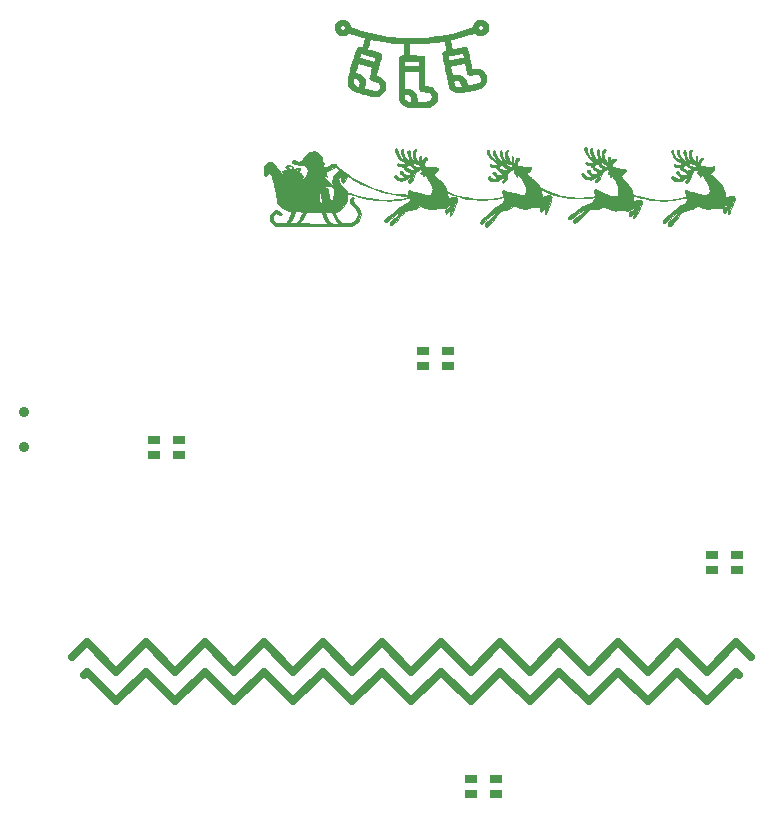
<source format=gbr>
%TF.GenerationSoftware,KiCad,Pcbnew,(5.1.10)-1*%
%TF.CreationDate,2021-10-20T09:15:12+02:00*%
%TF.ProjectId,TVZ_kuglica,54565a5f-6b75-4676-9c69-63612e6b6963,rev?*%
%TF.SameCoordinates,Original*%
%TF.FileFunction,Soldermask,Top*%
%TF.FilePolarity,Negative*%
%FSLAX46Y46*%
G04 Gerber Fmt 4.6, Leading zero omitted, Abs format (unit mm)*
G04 Created by KiCad (PCBNEW (5.1.10)-1) date 2021-10-20 09:15:12*
%MOMM*%
%LPD*%
G01*
G04 APERTURE LIST*
%ADD10C,0.700000*%
%ADD11C,0.010000*%
%ADD12C,0.900000*%
%ADD13R,1.100000X0.750000*%
G04 APERTURE END LIST*
D10*
X109500000Y-120250000D02*
X112000000Y-122750000D01*
X109250000Y-120500000D02*
X109500000Y-120250000D01*
X109500000Y-117750000D02*
X108250000Y-119000000D01*
X162000000Y-122750000D02*
X164500000Y-120250000D01*
X152000000Y-120250000D02*
X149500000Y-117750000D01*
X157000000Y-120250000D02*
X154500000Y-117750000D01*
X165750000Y-119000000D02*
X164500000Y-117750000D01*
X164500000Y-117750000D02*
X162000000Y-120250000D01*
X112000000Y-122750000D02*
X114500000Y-120250000D01*
X144500000Y-120250000D02*
X147000000Y-122750000D01*
X159500000Y-120250000D02*
X162000000Y-122750000D01*
X142000000Y-120250000D02*
X139500000Y-117750000D01*
X142000000Y-122750000D02*
X144500000Y-120250000D01*
X137000000Y-122750000D02*
X139500000Y-120250000D01*
X119500000Y-117750000D02*
X117000000Y-120250000D01*
X134500000Y-117750000D02*
X132000000Y-120250000D01*
X162000000Y-120250000D02*
X159500000Y-117750000D01*
X159500000Y-117750000D02*
X157000000Y-120250000D01*
X117000000Y-122750000D02*
X119500000Y-120250000D01*
X157000000Y-122750000D02*
X159500000Y-120250000D01*
X129500000Y-120250000D02*
X132000000Y-122750000D01*
X154500000Y-120250000D02*
X157000000Y-122750000D01*
X134500000Y-120250000D02*
X137000000Y-122750000D01*
X124500000Y-120250000D02*
X127000000Y-122750000D01*
X132000000Y-122750000D02*
X134500000Y-120250000D01*
X119500000Y-120250000D02*
X122000000Y-122750000D01*
X147000000Y-120250000D02*
X144500000Y-117750000D01*
X154500000Y-117750000D02*
X152000000Y-120250000D01*
X139500000Y-117750000D02*
X137000000Y-120250000D01*
X129500000Y-117750000D02*
X127000000Y-120250000D01*
X152000000Y-122750000D02*
X154500000Y-120250000D01*
X149500000Y-120250000D02*
X152000000Y-122750000D01*
X117000000Y-120250000D02*
X114500000Y-117750000D01*
X114500000Y-117750000D02*
X112000000Y-120250000D01*
X147000000Y-122750000D02*
X149500000Y-120250000D01*
X114500000Y-120250000D02*
X117000000Y-122750000D01*
X127000000Y-120250000D02*
X124500000Y-117750000D01*
X112000000Y-120250000D02*
X109500000Y-117750000D01*
X122000000Y-120250000D02*
X119500000Y-117750000D01*
X137000000Y-120250000D02*
X134500000Y-117750000D01*
X149500000Y-117750000D02*
X147000000Y-120250000D01*
X124500000Y-117750000D02*
X122000000Y-120250000D01*
X144500000Y-117750000D02*
X142000000Y-120250000D01*
X122000000Y-122750000D02*
X124500000Y-120250000D01*
X132000000Y-120250000D02*
X129500000Y-117750000D01*
X139500000Y-120250000D02*
X142000000Y-122750000D01*
X164500000Y-120250000D02*
X164750000Y-120500000D01*
X127000000Y-122750000D02*
X129500000Y-120250000D01*
D11*
%TO.C,G\u002A\u002A\u002A*%
G36*
X151795978Y-75869444D02*
G01*
X151819763Y-75997818D01*
X151820315Y-76022498D01*
X151853273Y-76220916D01*
X151936664Y-76428828D01*
X152050985Y-76606024D01*
X152146728Y-76695521D01*
X152245277Y-76749553D01*
X152301254Y-76760729D01*
X152302179Y-76759953D01*
X152297905Y-76704258D01*
X152263418Y-76583677D01*
X152221745Y-76466155D01*
X152150480Y-76227392D01*
X152139028Y-76049777D01*
X152187031Y-75941599D01*
X152245564Y-75913210D01*
X152313255Y-75916949D01*
X152317943Y-75983210D01*
X152310896Y-76012858D01*
X152302143Y-76179981D01*
X152343302Y-76374584D01*
X152421794Y-76571329D01*
X152525040Y-76744878D01*
X152640462Y-76869892D01*
X152755480Y-76921033D01*
X152761832Y-76921199D01*
X152809788Y-76919910D01*
X152828302Y-76900258D01*
X152816827Y-76838565D01*
X152774816Y-76711154D01*
X152755678Y-76655117D01*
X152707957Y-76464223D01*
X152691599Y-76282559D01*
X152705455Y-76135050D01*
X152748374Y-76046622D01*
X152784400Y-76032200D01*
X152834975Y-76060451D01*
X152847983Y-76158481D01*
X152844254Y-76219832D01*
X152852715Y-76353713D01*
X152889982Y-76515623D01*
X152945189Y-76675361D01*
X153007466Y-76802726D01*
X153065946Y-76867516D01*
X153078356Y-76870400D01*
X153101111Y-76824130D01*
X153115829Y-76703230D01*
X153119312Y-76545805D01*
X153124546Y-76343233D01*
X153151729Y-76210889D01*
X153207297Y-76118595D01*
X153211373Y-76114005D01*
X153315543Y-76022805D01*
X153387225Y-76022554D01*
X153427520Y-76085843D01*
X153414939Y-76178593D01*
X153346157Y-76268947D01*
X153275107Y-76355165D01*
X153254986Y-76456905D01*
X153268877Y-76583604D01*
X153311908Y-76730654D01*
X153385820Y-76886744D01*
X153472926Y-77022541D01*
X153555542Y-77108713D01*
X153594951Y-77124400D01*
X153616607Y-77080117D01*
X153616757Y-76969981D01*
X153612497Y-76931792D01*
X153611712Y-76766595D01*
X153661391Y-76677165D01*
X153747473Y-76643579D01*
X153804490Y-76689906D01*
X153820766Y-76795960D01*
X153796453Y-76910685D01*
X153763333Y-77059497D01*
X153762005Y-77184905D01*
X153778732Y-77257324D01*
X153800510Y-77247567D01*
X153842100Y-77149800D01*
X153916071Y-76979074D01*
X153981093Y-76882959D01*
X154055958Y-76838326D01*
X154103547Y-76827999D01*
X154231867Y-76830607D01*
X154275768Y-76884236D01*
X154234359Y-76982069D01*
X154137584Y-77089122D01*
X154010391Y-77239908D01*
X153955467Y-77375989D01*
X153977935Y-77480229D01*
X154011659Y-77510380D01*
X154112787Y-77549122D01*
X154281990Y-77591805D01*
X154486259Y-77632112D01*
X154692588Y-77663725D01*
X154867969Y-77680329D01*
X154905300Y-77681415D01*
X155041573Y-77688819D01*
X155104198Y-77718741D01*
X155120921Y-77787265D01*
X155121200Y-77806571D01*
X155074338Y-77962775D01*
X154948048Y-78080439D01*
X154871592Y-78113605D01*
X154760118Y-78183462D01*
X154742068Y-78292216D01*
X154817233Y-78439332D01*
X154985401Y-78624272D01*
X155118371Y-78742687D01*
X155278245Y-78906720D01*
X155431100Y-79113651D01*
X155560173Y-79334897D01*
X155648707Y-79541872D01*
X155680000Y-79700506D01*
X155695263Y-79771258D01*
X155749520Y-79833507D01*
X155855471Y-79893162D01*
X156025816Y-79956134D01*
X156273256Y-80028332D01*
X156526947Y-80094598D01*
X157230760Y-80230795D01*
X157972865Y-80296846D01*
X158722253Y-80292285D01*
X159447912Y-80216646D01*
X159827582Y-80144149D01*
X160054639Y-80090315D01*
X160196046Y-80045474D01*
X160265768Y-79998629D01*
X160277767Y-79938779D01*
X160246007Y-79854925D01*
X160231390Y-79826063D01*
X160175805Y-79698467D01*
X160150541Y-79600775D01*
X160150400Y-79596157D01*
X160188679Y-79513289D01*
X160284184Y-79488140D01*
X160407914Y-79524691D01*
X160454677Y-79554381D01*
X160581719Y-79617602D01*
X160759461Y-79670685D01*
X160863851Y-79689945D01*
X161076488Y-79728902D01*
X161314967Y-79786698D01*
X161439717Y-79823149D01*
X161657534Y-79886696D01*
X161812530Y-79912357D01*
X161935808Y-79900991D01*
X162058470Y-79853453D01*
X162083322Y-79840895D01*
X162174281Y-79782901D01*
X162218547Y-79708938D01*
X162232467Y-79583255D01*
X162233200Y-79513085D01*
X162227775Y-79368165D01*
X162205814Y-79238120D01*
X162158780Y-79100447D01*
X162078141Y-78932644D01*
X161955362Y-78712209D01*
X161881187Y-78584899D01*
X161747526Y-78370076D01*
X161647807Y-78242690D01*
X161575292Y-78197077D01*
X161523248Y-78227573D01*
X161503629Y-78267400D01*
X161447372Y-78337942D01*
X161391380Y-78320501D01*
X161369600Y-78237244D01*
X161326045Y-78135828D01*
X161268000Y-78104319D01*
X161178457Y-78060741D01*
X161186390Y-77994517D01*
X161223945Y-77950774D01*
X161270643Y-77861860D01*
X161238293Y-77790304D01*
X161149291Y-77747823D01*
X161026033Y-77746133D01*
X160909586Y-77786305D01*
X160806102Y-77882207D01*
X160714450Y-78030674D01*
X160661966Y-78183860D01*
X160657903Y-78226777D01*
X160634083Y-78341005D01*
X160574447Y-78494232D01*
X160495364Y-78653938D01*
X160413203Y-78787603D01*
X160344334Y-78862705D01*
X160335575Y-78867140D01*
X160239862Y-78859203D01*
X160170975Y-78814118D01*
X160122607Y-78752931D01*
X160136246Y-78699924D01*
X160221792Y-78622706D01*
X160231962Y-78614573D01*
X160325316Y-78522080D01*
X160332485Y-78457162D01*
X160322179Y-78444259D01*
X160260569Y-78433188D01*
X160154261Y-78490283D01*
X160044673Y-78575647D01*
X159910168Y-78681489D01*
X159806414Y-78733122D01*
X159688889Y-78744570D01*
X159544639Y-78733152D01*
X159327602Y-78688053D01*
X159152150Y-78609177D01*
X159032182Y-78508947D01*
X158981593Y-78399787D01*
X159014281Y-78294121D01*
X159031827Y-78274704D01*
X159090845Y-78254559D01*
X159167270Y-78312509D01*
X159201691Y-78352659D01*
X159360439Y-78482609D01*
X159548260Y-78538036D01*
X159689533Y-78522563D01*
X159779907Y-78463789D01*
X159778553Y-78383971D01*
X159689158Y-78296970D01*
X159619233Y-78258234D01*
X159466169Y-78161824D01*
X159406726Y-78057895D01*
X159420829Y-77962600D01*
X159482565Y-77892685D01*
X159562761Y-77907138D01*
X159635681Y-77998848D01*
X159646835Y-78025066D01*
X159705001Y-78139234D01*
X159759878Y-78202088D01*
X159880950Y-78236280D01*
X160041673Y-78234326D01*
X160187356Y-78197785D01*
X160204539Y-78189412D01*
X160291343Y-78112159D01*
X160277155Y-78027888D01*
X160162292Y-77937218D01*
X160044453Y-77879686D01*
X159859204Y-77778854D01*
X159752568Y-77673495D01*
X159740910Y-77649674D01*
X159696119Y-77574499D01*
X159616079Y-77539527D01*
X159468309Y-77530802D01*
X159464262Y-77530800D01*
X159456234Y-77530121D01*
X159921800Y-77530121D01*
X160087701Y-77682860D01*
X160232071Y-77793760D01*
X160365465Y-77831140D01*
X160532197Y-77806721D01*
X160544100Y-77803581D01*
X160640188Y-77749822D01*
X160645008Y-77675154D01*
X160562348Y-77594537D01*
X160480600Y-77552926D01*
X160365316Y-77486616D01*
X160305255Y-77416651D01*
X160302800Y-77403118D01*
X160269727Y-77337564D01*
X160182947Y-77341486D01*
X160061117Y-77413044D01*
X160041727Y-77428860D01*
X159921800Y-77530121D01*
X159456234Y-77530121D01*
X159297392Y-77516688D01*
X159213428Y-77471288D01*
X159202260Y-77451185D01*
X159198668Y-77350087D01*
X159265213Y-77301706D01*
X159377294Y-77322056D01*
X159390437Y-77328690D01*
X159503457Y-77363743D01*
X159644511Y-77346929D01*
X159700691Y-77331357D01*
X159800628Y-77294861D01*
X160525117Y-77294861D01*
X160534104Y-77341728D01*
X160602507Y-77420379D01*
X160720557Y-77478358D01*
X160858060Y-77510710D01*
X160984818Y-77512479D01*
X161070636Y-77478710D01*
X161090200Y-77432984D01*
X161046277Y-77371108D01*
X160937595Y-77302564D01*
X160798782Y-77241708D01*
X160664469Y-77202895D01*
X160569283Y-77200481D01*
X160552428Y-77210051D01*
X160525117Y-77294861D01*
X159800628Y-77294861D01*
X159823543Y-77286493D01*
X159891492Y-77246022D01*
X159896255Y-77236660D01*
X159854710Y-77196372D01*
X159746318Y-77126484D01*
X159605819Y-77048200D01*
X159405798Y-76925223D01*
X159260441Y-76782635D01*
X159147668Y-76616400D01*
X159030837Y-76383046D01*
X158992615Y-76204351D01*
X158993604Y-76184600D01*
X159018916Y-76070167D01*
X159060612Y-76050363D01*
X159111640Y-76120956D01*
X159164949Y-76277715D01*
X159167924Y-76289210D01*
X159265925Y-76521542D01*
X159422662Y-76731259D01*
X159608620Y-76878871D01*
X159608650Y-76878887D01*
X159689504Y-76911874D01*
X159718061Y-76888868D01*
X159693741Y-76800594D01*
X159615960Y-76637777D01*
X159590452Y-76588819D01*
X159486361Y-76355053D01*
X159455231Y-76188876D01*
X159497145Y-76091417D01*
X159553500Y-76067094D01*
X159617194Y-76077938D01*
X159640966Y-76158632D01*
X159642399Y-76207963D01*
X159675408Y-76393089D01*
X159761098Y-76597784D01*
X159879468Y-76786007D01*
X160010515Y-76921720D01*
X160053784Y-76949177D01*
X160163469Y-76998002D01*
X160227536Y-77011765D01*
X160230992Y-77009940D01*
X160224001Y-76956252D01*
X160186314Y-76834517D01*
X160125983Y-76670611D01*
X160123115Y-76663294D01*
X160039984Y-76419325D01*
X160014183Y-76251626D01*
X160045564Y-76152688D01*
X160112300Y-76117894D01*
X160172576Y-76126443D01*
X160197809Y-76198516D01*
X160201200Y-76284498D01*
X160221063Y-76433070D01*
X160272426Y-76593484D01*
X160342952Y-76742810D01*
X160420303Y-76858119D01*
X160492140Y-76916483D01*
X160536505Y-76907627D01*
X160540148Y-76848607D01*
X160522896Y-76724828D01*
X160506004Y-76641819D01*
X160480947Y-76430184D01*
X160499996Y-76247806D01*
X160557275Y-76116639D01*
X160646911Y-76058634D01*
X160662339Y-76057599D01*
X160741198Y-76093075D01*
X160755411Y-76180207D01*
X160702192Y-76290054D01*
X160686511Y-76308603D01*
X160638870Y-76431325D01*
X160658955Y-76596851D01*
X160739154Y-76779822D01*
X160871850Y-76954879D01*
X160884420Y-76967697D01*
X161066552Y-77149800D01*
X161052976Y-76897701D01*
X161050799Y-76743126D01*
X161071206Y-76662443D01*
X161122223Y-76628990D01*
X161134774Y-76626029D01*
X161188047Y-76623913D01*
X161211231Y-76661151D01*
X161209505Y-76760004D01*
X161195228Y-76885947D01*
X161184265Y-77063438D01*
X161198938Y-77171607D01*
X161232132Y-77202008D01*
X161276730Y-77146192D01*
X161316793Y-77030250D01*
X161394049Y-76838037D01*
X161496791Y-76743188D01*
X161621162Y-76742626D01*
X161712265Y-76796249D01*
X161703526Y-76862876D01*
X161627668Y-76919022D01*
X161548042Y-76999958D01*
X161477887Y-77131825D01*
X161468536Y-77157869D01*
X161433991Y-77286442D01*
X161443927Y-77359276D01*
X161490013Y-77405265D01*
X161589489Y-77443134D01*
X161758894Y-77475793D01*
X161966580Y-77500197D01*
X162180898Y-77513299D01*
X162370199Y-77512054D01*
X162475540Y-77500111D01*
X162587376Y-77485118D01*
X162631715Y-77517774D01*
X162639599Y-77620977D01*
X162639600Y-77621122D01*
X162613540Y-77747291D01*
X162522663Y-77867556D01*
X162449100Y-77933461D01*
X162258600Y-78091978D01*
X162535833Y-78332089D01*
X162812935Y-78578053D01*
X163021266Y-78779052D01*
X163173865Y-78950371D01*
X163283770Y-79107294D01*
X163364018Y-79265104D01*
X163392313Y-79336124D01*
X163458041Y-79539915D01*
X163508261Y-79744997D01*
X163526657Y-79860487D01*
X163543892Y-79999437D01*
X163561841Y-80088231D01*
X163567906Y-80101639D01*
X163622976Y-80098165D01*
X163741295Y-80067364D01*
X163821580Y-80041568D01*
X163993416Y-79996504D01*
X164151003Y-79976769D01*
X164198495Y-79978216D01*
X164294482Y-80009238D01*
X164344813Y-80082747D01*
X164349517Y-80210279D01*
X164308625Y-80403367D01*
X164222167Y-80673547D01*
X164200489Y-80734834D01*
X164089288Y-81038063D01*
X164001764Y-81256760D01*
X163931810Y-81403529D01*
X163873320Y-81490977D01*
X163820191Y-81531708D01*
X163813265Y-81534260D01*
X163773839Y-81529297D01*
X163760234Y-81466912D01*
X163769505Y-81328093D01*
X163774485Y-81284011D01*
X163790210Y-81132037D01*
X163788080Y-81066268D01*
X163764652Y-81072339D01*
X163733333Y-81112200D01*
X163642270Y-81237826D01*
X163588958Y-81310953D01*
X163497474Y-81384382D01*
X163415606Y-81369725D01*
X163365092Y-81279769D01*
X163360255Y-81176402D01*
X163404127Y-81032938D01*
X163515491Y-80944877D01*
X163603854Y-80885436D01*
X163686011Y-80804862D01*
X163740613Y-80729099D01*
X163746309Y-80684088D01*
X163733147Y-80680400D01*
X163679747Y-80707773D01*
X163572911Y-80777909D01*
X163491019Y-80835783D01*
X163366773Y-80918721D01*
X163258492Y-80963901D01*
X163128031Y-80980855D01*
X162937247Y-80979118D01*
X162919959Y-80978518D01*
X162695032Y-80982620D01*
X162470598Y-81006054D01*
X162322003Y-81036897D01*
X162199959Y-81069044D01*
X162098190Y-81079489D01*
X161986602Y-81064774D01*
X161835101Y-81021437D01*
X161654190Y-80960112D01*
X161227775Y-80812300D01*
X161014948Y-80953142D01*
X160905367Y-81017979D01*
X160783314Y-81070340D01*
X160626748Y-81116757D01*
X160413629Y-81163763D01*
X160121917Y-81217889D01*
X160121246Y-81218007D01*
X160049961Y-81264132D01*
X159929836Y-81378917D01*
X159772951Y-81549710D01*
X159591387Y-81763861D01*
X159541913Y-81824728D01*
X159319433Y-82096582D01*
X159147293Y-82295938D01*
X159015828Y-82432284D01*
X158915372Y-82515109D01*
X158836259Y-82553899D01*
X158792896Y-82560000D01*
X158743821Y-82516702D01*
X158728000Y-82435390D01*
X158752638Y-82273597D01*
X158815279Y-82138068D01*
X158899011Y-82060080D01*
X158935290Y-82052000D01*
X159010003Y-82015150D01*
X159123819Y-81920079D01*
X159255090Y-81790001D01*
X159382169Y-81648132D01*
X159483408Y-81517687D01*
X159537162Y-81421881D01*
X159540800Y-81402626D01*
X159533517Y-81361673D01*
X159504955Y-81353890D01*
X159445040Y-81386501D01*
X159343701Y-81466732D01*
X159190864Y-81601806D01*
X158976458Y-81798947D01*
X158936448Y-81836100D01*
X158696942Y-82052943D01*
X158518923Y-82199140D01*
X158394884Y-82278621D01*
X158317314Y-82295317D01*
X158278705Y-82253161D01*
X158270800Y-82184627D01*
X158284004Y-82096172D01*
X158332044Y-82005992D01*
X158427554Y-81899718D01*
X158583173Y-81762975D01*
X158778800Y-81606862D01*
X158968520Y-81451853D01*
X159156696Y-81286548D01*
X159304548Y-81145094D01*
X159312200Y-81137162D01*
X159472653Y-80998138D01*
X159676394Y-80859121D01*
X159827926Y-80775961D01*
X160067961Y-80639010D01*
X160224198Y-80489878D01*
X160314204Y-80309489D01*
X160335497Y-80224812D01*
X160350428Y-80125840D01*
X160323218Y-80095004D01*
X160229180Y-80114838D01*
X160194484Y-80125032D01*
X159910941Y-80194267D01*
X159559298Y-80258129D01*
X159173049Y-80312200D01*
X158785690Y-80352061D01*
X158430713Y-80373296D01*
X158294827Y-80375600D01*
X157722106Y-80357320D01*
X157193350Y-80298057D01*
X156656909Y-80191178D01*
X156445526Y-80138075D01*
X156165109Y-80063542D01*
X155968841Y-80013155D01*
X155841886Y-79988152D01*
X155769409Y-79989775D01*
X155736574Y-80019262D01*
X155728546Y-80077853D01*
X155730489Y-80166789D01*
X155730800Y-80197802D01*
X155734652Y-80341725D01*
X155754555Y-80406940D01*
X155803029Y-80416279D01*
X155845100Y-80406236D01*
X156132061Y-80345083D01*
X156346564Y-80341433D01*
X156484586Y-80394571D01*
X156542104Y-80503781D01*
X156543600Y-80530451D01*
X156520722Y-80619236D01*
X156459198Y-80771106D01*
X156369695Y-80965395D01*
X156262879Y-81181434D01*
X156149414Y-81398556D01*
X156039968Y-81596092D01*
X155945206Y-81753374D01*
X155875793Y-81849734D01*
X155852778Y-81869097D01*
X155798931Y-81874356D01*
X155786363Y-81816530D01*
X155796079Y-81735063D01*
X155826717Y-81574034D01*
X155859284Y-81442400D01*
X155873617Y-81376815D01*
X155852488Y-81373180D01*
X155783557Y-81437044D01*
X155718030Y-81505900D01*
X155581653Y-81637548D01*
X155489840Y-81687204D01*
X155430454Y-81657180D01*
X155395546Y-81567353D01*
X155405302Y-81419378D01*
X155498960Y-81294797D01*
X155656872Y-81217768D01*
X155774520Y-81154009D01*
X155832721Y-81086200D01*
X155864349Y-81017100D01*
X155852919Y-80993152D01*
X155785083Y-81016340D01*
X155647491Y-81088653D01*
X155585702Y-81122965D01*
X155450359Y-81195030D01*
X155347759Y-81230513D01*
X155239250Y-81234044D01*
X155086185Y-81210250D01*
X154999202Y-81193200D01*
X154783293Y-81157773D01*
X154620554Y-81153417D01*
X154467536Y-81179784D01*
X154434400Y-81188679D01*
X154318775Y-81216991D01*
X154223401Y-81222087D01*
X154118686Y-81198121D01*
X153975037Y-81139247D01*
X153821801Y-81067645D01*
X153589361Y-80963066D01*
X153418151Y-80905919D01*
X153281065Y-80893439D01*
X153150998Y-80922864D01*
X153013000Y-80985200D01*
X152816239Y-81055499D01*
X152567696Y-81084972D01*
X152468086Y-81086800D01*
X152122456Y-81086800D01*
X151514400Y-81671000D01*
X151261298Y-81909471D01*
X151068133Y-82079989D01*
X150926174Y-82189484D01*
X150826692Y-82244887D01*
X150778571Y-82255200D01*
X150674943Y-82228163D01*
X150650800Y-82176477D01*
X150678810Y-82050407D01*
X150747169Y-81921512D01*
X150832368Y-81826014D01*
X150896440Y-81798000D01*
X150975020Y-81766205D01*
X151101720Y-81684123D01*
X151251248Y-81571707D01*
X151398314Y-81448908D01*
X151517629Y-81335680D01*
X151580424Y-81258377D01*
X151599752Y-81191655D01*
X151547916Y-81186380D01*
X151431906Y-81239080D01*
X151258713Y-81346284D01*
X151035328Y-81504523D01*
X150940078Y-81576286D01*
X150740029Y-81724915D01*
X150563411Y-81848191D01*
X150428553Y-81933858D01*
X150353785Y-81969662D01*
X150351249Y-81969986D01*
X150280864Y-81929885D01*
X150253717Y-81836012D01*
X150255493Y-81755846D01*
X150293915Y-81686993D01*
X150386716Y-81609566D01*
X150548147Y-81505812D01*
X150731300Y-81388256D01*
X150957715Y-81235394D01*
X151189488Y-81073033D01*
X151283636Y-81005062D01*
X151525113Y-80841556D01*
X151746347Y-80715605D01*
X151921723Y-80641573D01*
X151941730Y-80636024D01*
X152160836Y-80547475D01*
X152348930Y-80410745D01*
X152477164Y-80249242D01*
X152506888Y-80177415D01*
X152522373Y-80092272D01*
X152484900Y-80081450D01*
X152447362Y-80095435D01*
X152366842Y-80110051D01*
X152203612Y-80125298D01*
X151976543Y-80139912D01*
X151704508Y-80152630D01*
X151480423Y-80160216D01*
X151093118Y-80167849D01*
X150779640Y-80165306D01*
X150512607Y-80151353D01*
X150264641Y-80124757D01*
X150083970Y-80097327D01*
X149416792Y-79959414D01*
X148809511Y-79780408D01*
X148331701Y-79589487D01*
X147958283Y-79416956D01*
X147990227Y-79705778D01*
X148013304Y-79869803D01*
X148039433Y-79990900D01*
X148056608Y-80032982D01*
X148120535Y-80040277D01*
X148244887Y-80015990D01*
X148326317Y-79991198D01*
X148558682Y-79932868D01*
X148732349Y-79933148D01*
X148837208Y-79990859D01*
X148863056Y-80053700D01*
X148851917Y-80168814D01*
X148799091Y-80374961D01*
X148705014Y-80670716D01*
X148570116Y-81054653D01*
X148507084Y-81226500D01*
X148424219Y-81404667D01*
X148350630Y-81487897D01*
X148295633Y-81482852D01*
X148268544Y-81396193D01*
X148278679Y-81234584D01*
X148311265Y-81086464D01*
X148359330Y-80909000D01*
X148273165Y-81033242D01*
X148149843Y-81202556D01*
X148062027Y-81297806D01*
X147994099Y-81332729D01*
X147940912Y-81325465D01*
X147877203Y-81254506D01*
X147858674Y-81139033D01*
X147888255Y-81026932D01*
X147920300Y-80988464D01*
X148000518Y-80923292D01*
X148115582Y-80829749D01*
X148136200Y-80812983D01*
X148223995Y-80725760D01*
X148254914Y-80661211D01*
X148250299Y-80650654D01*
X148190740Y-80653639D01*
X148100194Y-80714109D01*
X148097899Y-80716184D01*
X147947474Y-80832604D01*
X147790515Y-80900035D01*
X147591874Y-80929833D01*
X147422457Y-80934400D01*
X147201171Y-80947782D01*
X146980474Y-80982391D01*
X146847567Y-81018031D01*
X146726402Y-81057935D01*
X146629873Y-81073591D01*
X146526227Y-81062417D01*
X146383708Y-81021833D01*
X146222616Y-80967231D01*
X145993792Y-80891013D01*
X145835177Y-80849954D01*
X145721840Y-80843551D01*
X145628855Y-80871304D01*
X145531291Y-80932712D01*
X145503910Y-80952784D01*
X145232992Y-81104131D01*
X144942512Y-81181454D01*
X144833470Y-81188400D01*
X144721887Y-81201333D01*
X144613815Y-81247560D01*
X144496469Y-81338215D01*
X144357067Y-81484435D01*
X144182824Y-81697357D01*
X144047862Y-81872798D01*
X143824055Y-82156486D01*
X143631325Y-82377484D01*
X143476338Y-82528891D01*
X143365764Y-82603800D01*
X143335125Y-82610800D01*
X143285970Y-82569156D01*
X143261529Y-82515909D01*
X143260197Y-82359590D01*
X143335946Y-82204374D01*
X143470552Y-82086570D01*
X143479401Y-82081846D01*
X143582401Y-82007934D01*
X143710570Y-81888346D01*
X143842308Y-81747211D01*
X143956014Y-81608658D01*
X144030088Y-81496815D01*
X144046800Y-81448049D01*
X144030673Y-81400043D01*
X143977528Y-81405346D01*
X143880220Y-81468995D01*
X143731601Y-81596029D01*
X143524526Y-81791488D01*
X143433066Y-81880779D01*
X143196762Y-82105694D01*
X143022497Y-82254796D01*
X142907357Y-82330402D01*
X142855981Y-82339573D01*
X142783516Y-82282643D01*
X142786792Y-82192268D01*
X142868794Y-82063193D01*
X143032508Y-81890165D01*
X143195900Y-81741328D01*
X143389310Y-81567486D01*
X143572962Y-81394666D01*
X143721248Y-81247339D01*
X143786096Y-81177348D01*
X143921375Y-81052757D01*
X144108691Y-80918528D01*
X144298701Y-80808456D01*
X144547581Y-80662973D01*
X144712325Y-80513307D01*
X144809491Y-80341744D01*
X144840764Y-80228479D01*
X144870101Y-80081793D01*
X144394950Y-80185336D01*
X144053504Y-80240685D01*
X143641432Y-80277453D01*
X143188027Y-80295470D01*
X142722580Y-80294568D01*
X142274383Y-80274577D01*
X141872729Y-80235330D01*
X141659200Y-80201111D01*
X141321433Y-80123463D01*
X140927801Y-80012911D01*
X140514160Y-79880254D01*
X140119252Y-79737403D01*
X140062989Y-79726930D01*
X140039640Y-79768456D01*
X140040328Y-79883773D01*
X140043052Y-79924418D01*
X140053121Y-80035570D01*
X140076902Y-80103316D01*
X140133784Y-80134237D01*
X140243156Y-80134912D01*
X140424407Y-80111919D01*
X140543597Y-80094264D01*
X140701065Y-80080470D01*
X140795609Y-80102564D01*
X140846125Y-80146669D01*
X140880205Y-80204747D01*
X140884373Y-80280615D01*
X140855661Y-80400395D01*
X140797891Y-80571169D01*
X140702829Y-80824288D01*
X140601110Y-81071606D01*
X140501100Y-81295260D01*
X140411166Y-81477386D01*
X140339674Y-81600119D01*
X140294989Y-81645595D01*
X140294723Y-81645600D01*
X140233122Y-81604329D01*
X140226379Y-81487625D01*
X140267552Y-81328100D01*
X140302310Y-81208936D01*
X140308593Y-81142534D01*
X140303430Y-81137600D01*
X140255322Y-81172626D01*
X140166356Y-81261981D01*
X140106768Y-81328100D01*
X139995458Y-81441824D01*
X139921864Y-81478698D01*
X139881513Y-81461288D01*
X139836418Y-81356027D01*
X139849546Y-81221207D01*
X139911325Y-81102942D01*
X139964682Y-81060593D01*
X140139538Y-80950043D01*
X140227902Y-80837864D01*
X140236800Y-80792324D01*
X140223243Y-80749443D01*
X140170166Y-80776290D01*
X140122500Y-80817596D01*
X139984778Y-80925928D01*
X139841685Y-80992341D01*
X139662377Y-81026035D01*
X139416012Y-81036207D01*
X139389239Y-81036283D01*
X139167759Y-81043481D01*
X138959005Y-81062152D01*
X138805925Y-81088365D01*
X138798604Y-81090325D01*
X138693741Y-81111929D01*
X138587307Y-81111113D01*
X138452567Y-81083567D01*
X138262781Y-81024982D01*
X138145775Y-80985088D01*
X137686541Y-80826091D01*
X137492264Y-80960725D01*
X137313681Y-81055036D01*
X137085057Y-81117044D01*
X136925893Y-81141163D01*
X136794116Y-81158603D01*
X136685621Y-81181034D01*
X136588230Y-81218080D01*
X136489765Y-81279370D01*
X136378049Y-81374528D01*
X136240904Y-81513183D01*
X136066153Y-81704960D01*
X135841619Y-81959486D01*
X135731018Y-82085726D01*
X135523070Y-82306274D01*
X135362614Y-82438403D01*
X135248429Y-82482848D01*
X135179289Y-82440348D01*
X135171376Y-82423112D01*
X135166599Y-82288315D01*
X135226669Y-82143321D01*
X135331162Y-82033171D01*
X135354174Y-82019988D01*
X135455263Y-81951887D01*
X135588179Y-81839499D01*
X135731935Y-81703763D01*
X135865546Y-81565618D01*
X135968028Y-81446003D01*
X136018394Y-81365856D01*
X136020400Y-81355235D01*
X136011872Y-81310128D01*
X135979492Y-81301594D01*
X135913061Y-81336411D01*
X135802381Y-81421356D01*
X135637253Y-81563209D01*
X135433373Y-81745389D01*
X135193464Y-81955615D01*
X135013565Y-82097548D01*
X134883948Y-82176787D01*
X134794888Y-82198927D01*
X134736657Y-82169564D01*
X134724719Y-82153145D01*
X134709603Y-82056620D01*
X134775083Y-81937305D01*
X134925786Y-81789092D01*
X135106803Y-81648525D01*
X135326059Y-81481186D01*
X135567281Y-81285085D01*
X135779223Y-81101914D01*
X135784231Y-81097383D01*
X135987928Y-80929711D01*
X136178833Y-80803084D01*
X136316929Y-80739679D01*
X136491546Y-80660471D01*
X136652679Y-80542173D01*
X136774651Y-80408455D01*
X136831782Y-80282992D01*
X136833200Y-80263742D01*
X136819975Y-80195333D01*
X136760957Y-80179267D01*
X136668100Y-80194474D01*
X136297607Y-80268788D01*
X135987028Y-80320262D01*
X135702461Y-80351875D01*
X135410007Y-80366603D01*
X135075765Y-80367424D01*
X134775800Y-80360661D01*
X134423659Y-80348111D01*
X134113447Y-80330258D01*
X133827948Y-80303919D01*
X133549949Y-80265906D01*
X133262234Y-80213035D01*
X132947589Y-80142120D01*
X132588800Y-80049975D01*
X132168651Y-79933415D01*
X131669929Y-79789254D01*
X131638900Y-79780174D01*
X131584089Y-79778901D01*
X131557631Y-79831939D01*
X131550084Y-79961228D01*
X131550000Y-79986769D01*
X131503931Y-80324376D01*
X131375145Y-80646140D01*
X131177771Y-80929681D01*
X130925937Y-81152619D01*
X130753449Y-81248481D01*
X130624175Y-81315347D01*
X130545327Y-81374798D01*
X130534000Y-81395665D01*
X130560940Y-81490133D01*
X130630929Y-81638252D01*
X130727717Y-81811175D01*
X130835054Y-81980054D01*
X130936689Y-82116040D01*
X130945567Y-82126324D01*
X131036635Y-82222882D01*
X131118308Y-82276585D01*
X131224942Y-82299816D01*
X131390893Y-82304957D01*
X131440962Y-82304884D01*
X131792388Y-82268321D01*
X132071819Y-82161804D01*
X132277927Y-81986257D01*
X132409387Y-81742601D01*
X132444664Y-81606653D01*
X132452437Y-81446827D01*
X132405996Y-81290726D01*
X132295821Y-81120070D01*
X132112389Y-80916584D01*
X132055914Y-80860346D01*
X131898170Y-80697741D01*
X131804838Y-80577432D01*
X131761523Y-80477589D01*
X131753200Y-80401177D01*
X131790611Y-80241012D01*
X131886582Y-80121006D01*
X132016715Y-80070933D01*
X132023900Y-80070799D01*
X132088139Y-80110248D01*
X132109322Y-80196230D01*
X132080209Y-80280200D01*
X132058000Y-80299400D01*
X132014141Y-80350993D01*
X132027133Y-80427216D01*
X132103528Y-80540202D01*
X132249878Y-80702086D01*
X132306984Y-80760564D01*
X132531797Y-81026049D01*
X132661650Y-81278617D01*
X132699490Y-81532491D01*
X132648265Y-81801896D01*
X132564072Y-82001200D01*
X132454678Y-82179226D01*
X132315470Y-82311929D01*
X132114923Y-82427497D01*
X132057086Y-82454491D01*
X132007593Y-82475651D01*
X131954267Y-82493710D01*
X131889090Y-82508917D01*
X131804042Y-82521521D01*
X131691103Y-82531770D01*
X131542254Y-82539913D01*
X131349475Y-82546199D01*
X131104748Y-82550876D01*
X130800053Y-82554193D01*
X130427370Y-82556399D01*
X129978679Y-82557742D01*
X129445963Y-82558471D01*
X128821200Y-82558835D01*
X128690476Y-82558884D01*
X128046321Y-82558991D01*
X127495850Y-82558667D01*
X127031147Y-82557684D01*
X126644296Y-82555816D01*
X126327382Y-82552834D01*
X126072488Y-82548511D01*
X125871699Y-82542620D01*
X125717100Y-82534932D01*
X125600773Y-82525220D01*
X125514804Y-82513258D01*
X125451276Y-82498816D01*
X125402274Y-82481668D01*
X125363076Y-82463234D01*
X125158243Y-82305627D01*
X125034208Y-82089419D01*
X124996799Y-81851139D01*
X125037033Y-81597771D01*
X125148768Y-81392826D01*
X125318553Y-81251731D01*
X125532938Y-81189916D01*
X125574579Y-81188400D01*
X125692716Y-81220435D01*
X125826369Y-81299622D01*
X125942467Y-81400581D01*
X126007940Y-81497931D01*
X126012800Y-81524710D01*
X125976779Y-81607197D01*
X125888346Y-81626720D01*
X125776944Y-81580501D01*
X125740241Y-81550426D01*
X125631628Y-81472930D01*
X125539625Y-81442400D01*
X125410609Y-81488459D01*
X125309381Y-81608253D01*
X125256059Y-81774207D01*
X125252415Y-81836100D01*
X125281897Y-82032664D01*
X125372800Y-82171283D01*
X125534600Y-82258293D01*
X125776774Y-82300034D01*
X125954961Y-82306000D01*
X126143330Y-82303445D01*
X126262426Y-82287813D01*
X126279200Y-82279510D01*
X126673200Y-82279510D01*
X126719127Y-82294097D01*
X126837462Y-82303718D01*
X126949198Y-82306000D01*
X127113718Y-82300561D01*
X127219969Y-82270688D01*
X127230423Y-82262063D01*
X127536800Y-82262063D01*
X127585140Y-82275103D01*
X127720326Y-82287883D01*
X127927603Y-82299627D01*
X128192219Y-82309561D01*
X128499419Y-82316909D01*
X128616300Y-82318755D01*
X128939314Y-82323669D01*
X129228961Y-82329011D01*
X129469468Y-82334413D01*
X129645063Y-82339509D01*
X129739976Y-82343931D01*
X129750833Y-82345165D01*
X129829261Y-82331597D01*
X129838232Y-82324434D01*
X129833599Y-82266220D01*
X129780052Y-82165485D01*
X129767792Y-82147690D01*
X129693674Y-82026462D01*
X129600681Y-81851075D01*
X129514787Y-81672056D01*
X129410499Y-81442054D01*
X129677972Y-81442054D01*
X129724583Y-81577356D01*
X129766924Y-81671000D01*
X129884466Y-81889477D01*
X130018129Y-82083442D01*
X130150838Y-82231700D01*
X130265520Y-82313056D01*
X130290224Y-82320624D01*
X130469959Y-82344522D01*
X130628365Y-82347647D01*
X130734117Y-82330425D01*
X130757483Y-82314278D01*
X130749680Y-82247187D01*
X130696981Y-82153371D01*
X130629865Y-82049496D01*
X130536152Y-81889312D01*
X130435731Y-81706850D01*
X130432400Y-81700592D01*
X130254600Y-81366200D01*
X129962500Y-81349426D01*
X129786379Y-81345436D01*
X129695054Y-81370529D01*
X129677972Y-81442054D01*
X129410499Y-81442054D01*
X129364588Y-81340800D01*
X128052772Y-81340800D01*
X127889710Y-81694568D01*
X127797954Y-81878259D01*
X127707839Y-82033240D01*
X127637406Y-82128764D01*
X127631723Y-82134241D01*
X127559206Y-82214812D01*
X127536800Y-82262063D01*
X127230423Y-82262063D01*
X127310439Y-82196047D01*
X127400273Y-82090100D01*
X127534320Y-81906667D01*
X127653648Y-81711273D01*
X127743282Y-81531594D01*
X127788251Y-81395309D01*
X127790800Y-81368223D01*
X127770014Y-81324195D01*
X127694534Y-81299909D01*
X127544674Y-81290602D01*
X127467650Y-81290000D01*
X127144500Y-81290000D01*
X127033374Y-81582100D01*
X126949301Y-81779114D01*
X126853442Y-81969572D01*
X126797724Y-82063610D01*
X126722475Y-82183489D01*
X126678179Y-82264533D01*
X126673200Y-82279510D01*
X126279200Y-82279510D01*
X126344572Y-82247152D01*
X126422090Y-82169512D01*
X126465943Y-82117059D01*
X126598949Y-81930345D01*
X126717742Y-81719240D01*
X126804259Y-81519279D01*
X126839103Y-81383047D01*
X126832630Y-81319218D01*
X126781461Y-81275345D01*
X126663829Y-81238444D01*
X126558034Y-81215419D01*
X126248574Y-81112576D01*
X125978702Y-80946346D01*
X125773971Y-80733811D01*
X125726928Y-80659773D01*
X125649935Y-80475855D01*
X125573143Y-80198028D01*
X125553165Y-80101133D01*
X129186616Y-80101133D01*
X129192878Y-80308536D01*
X129210716Y-80439185D01*
X129245574Y-80517742D01*
X129287556Y-80558333D01*
X129400533Y-80622268D01*
X129453417Y-80606253D01*
X129445533Y-80515300D01*
X129419195Y-80401723D01*
X129387429Y-80232361D01*
X129367521Y-80110704D01*
X129337891Y-79943480D01*
X129308004Y-79815831D01*
X129290515Y-79767804D01*
X129241009Y-79716427D01*
X129208070Y-79753483D01*
X129190399Y-79883137D01*
X129186616Y-80101133D01*
X125553165Y-80101133D01*
X125496005Y-79823909D01*
X125417975Y-79351111D01*
X125400648Y-79233704D01*
X125395681Y-79205178D01*
X129675069Y-79205178D01*
X129716673Y-79254673D01*
X129771388Y-79272559D01*
X129871303Y-79342566D01*
X129936939Y-79494890D01*
X129970114Y-79735292D01*
X129975200Y-79918332D01*
X129977138Y-80102294D01*
X129988936Y-80208427D01*
X130019564Y-80260503D01*
X130077996Y-80282288D01*
X130114900Y-80288414D01*
X130229979Y-80306571D01*
X130290312Y-80317188D01*
X130325032Y-80278536D01*
X130367408Y-80172925D01*
X130378928Y-80134300D01*
X130429440Y-79775379D01*
X130400018Y-79399085D01*
X130335981Y-79235505D01*
X130212325Y-79154083D01*
X130066095Y-79149519D01*
X129953958Y-79136377D01*
X129869134Y-79103210D01*
X129775040Y-79070357D01*
X129718921Y-79107849D01*
X129715517Y-79113055D01*
X129675069Y-79205178D01*
X125395681Y-79205178D01*
X125353034Y-78960259D01*
X125292744Y-78695100D01*
X125226104Y-78459927D01*
X125159441Y-78276446D01*
X125099082Y-78166358D01*
X125085538Y-78152703D01*
X124988545Y-78100112D01*
X124895200Y-78067089D01*
X124878395Y-78064200D01*
X125098400Y-78064200D01*
X125123800Y-78089600D01*
X125149200Y-78064200D01*
X125123800Y-78038800D01*
X125098400Y-78064200D01*
X124878395Y-78064200D01*
X124821805Y-78054472D01*
X124828178Y-78074393D01*
X124854384Y-78129872D01*
X124806531Y-78223831D01*
X124792502Y-78242821D01*
X124721001Y-78325604D01*
X124669048Y-78332584D01*
X124611629Y-78284391D01*
X124553093Y-78169417D01*
X124525700Y-78013400D01*
X124996800Y-78013400D01*
X125022200Y-78038800D01*
X125047600Y-78013400D01*
X125022200Y-77988000D01*
X124996800Y-78013400D01*
X124525700Y-78013400D01*
X124521522Y-77989609D01*
X124516865Y-77778076D01*
X124529573Y-77657800D01*
X125250800Y-77657800D01*
X125276200Y-77683200D01*
X125301600Y-77657800D01*
X125276200Y-77632400D01*
X125250800Y-77657800D01*
X124529573Y-77657800D01*
X124539069Y-77567925D01*
X124588082Y-77392264D01*
X124613114Y-77342453D01*
X124761194Y-77174007D01*
X124937235Y-77097141D01*
X125126948Y-77111036D01*
X125316044Y-77214873D01*
X125479283Y-77392087D01*
X125563351Y-77520632D01*
X125612830Y-77615816D01*
X125618983Y-77645100D01*
X125643289Y-77682329D01*
X125652873Y-77683200D01*
X125705019Y-77721180D01*
X125794443Y-77820092D01*
X125887552Y-77939587D01*
X126008730Y-78092854D01*
X126082746Y-78159037D01*
X126108511Y-78137836D01*
X126084937Y-78028950D01*
X126072116Y-77990593D01*
X126041821Y-77884429D01*
X126062877Y-77842652D01*
X126139444Y-77835600D01*
X126246012Y-77816404D01*
X126292315Y-77784613D01*
X126360313Y-77754812D01*
X126447713Y-77759213D01*
X126597235Y-77790148D01*
X126711299Y-77813794D01*
X126800997Y-77824382D01*
X126809949Y-77806579D01*
X126792226Y-77795399D01*
X127109130Y-77795399D01*
X127175064Y-77828290D01*
X127276803Y-77835600D01*
X127412042Y-77825313D01*
X127497940Y-77799709D01*
X127507842Y-77790555D01*
X127508485Y-77721866D01*
X127439550Y-77674648D01*
X127332843Y-77663731D01*
X127268513Y-77678974D01*
X127140143Y-77743051D01*
X127109130Y-77795399D01*
X126792226Y-77795399D01*
X126751702Y-77769837D01*
X126639799Y-77723608D01*
X126533500Y-77689724D01*
X126378478Y-77625272D01*
X126333206Y-77561052D01*
X126533509Y-77561052D01*
X126592367Y-77640887D01*
X126657765Y-77674044D01*
X126817736Y-77722057D01*
X126903100Y-77718791D01*
X126927200Y-77667509D01*
X126884168Y-77539339D01*
X126779157Y-77453275D01*
X126670872Y-77437075D01*
X126560204Y-77483605D01*
X126533509Y-77561052D01*
X126333206Y-77561052D01*
X126322283Y-77545558D01*
X126362700Y-77445991D01*
X126397428Y-77407428D01*
X126528616Y-77338519D01*
X126681375Y-77344238D01*
X126826596Y-77411157D01*
X126935174Y-77525845D01*
X126977999Y-77674873D01*
X126978000Y-77675294D01*
X126978000Y-77787841D01*
X127123007Y-77680633D01*
X127275026Y-77602002D01*
X127415216Y-77585577D01*
X127519071Y-77628380D01*
X127562085Y-77727434D01*
X127562200Y-77734000D01*
X127544791Y-77823860D01*
X127473345Y-77870273D01*
X127384400Y-77889029D01*
X127206600Y-77917058D01*
X127422500Y-77956994D01*
X127573419Y-78000142D01*
X127635354Y-78060467D01*
X127638400Y-78081845D01*
X127677934Y-78172670D01*
X127743945Y-78232674D01*
X127813190Y-78285097D01*
X127816081Y-78340461D01*
X127763024Y-78430555D01*
X127707804Y-78519932D01*
X127711417Y-78544099D01*
X127771778Y-78523497D01*
X127895888Y-78477656D01*
X127950209Y-78460399D01*
X128011646Y-78399339D01*
X128047721Y-78329932D01*
X129620293Y-78329932D01*
X129668937Y-78512105D01*
X129811011Y-78668246D01*
X129905335Y-78730998D01*
X130032817Y-78816852D01*
X130113217Y-78892429D01*
X130127600Y-78922467D01*
X130164649Y-79013940D01*
X130245192Y-79089052D01*
X130296704Y-79105600D01*
X130318609Y-79059904D01*
X130319196Y-78939252D01*
X130310050Y-78850508D01*
X130300351Y-78637362D01*
X130319349Y-78554020D01*
X130784558Y-78554020D01*
X130833563Y-78741552D01*
X130965430Y-78954730D01*
X131138279Y-79147557D01*
X131288989Y-79302110D01*
X131419183Y-79447207D01*
X131504195Y-79555140D01*
X131512368Y-79567781D01*
X131567948Y-79633641D01*
X131658777Y-79692494D01*
X131803417Y-79752938D01*
X132020430Y-79823572D01*
X132143013Y-79859915D01*
X132813161Y-80039612D01*
X133436567Y-80175772D01*
X133994067Y-80264265D01*
X134049490Y-80270792D01*
X134311577Y-80290558D01*
X134636599Y-80300130D01*
X134996499Y-80300140D01*
X135363219Y-80291224D01*
X135708702Y-80274015D01*
X136004890Y-80249148D01*
X136198200Y-80222230D01*
X136517217Y-80158154D01*
X136737809Y-80101976D01*
X136858940Y-80053994D01*
X136884000Y-80025272D01*
X136836629Y-80005756D01*
X136708012Y-79984257D01*
X136518394Y-79963518D01*
X136312500Y-79947784D01*
X135409849Y-79840993D01*
X134509905Y-79635690D01*
X133621398Y-79334784D01*
X132753057Y-78941185D01*
X131992807Y-78508088D01*
X131781036Y-78376407D01*
X131640194Y-78294388D01*
X131555970Y-78256402D01*
X131514055Y-78256822D01*
X131500139Y-78290020D01*
X131499200Y-78313944D01*
X131471378Y-78504127D01*
X131398670Y-78674988D01*
X131297208Y-78799692D01*
X131183125Y-78851404D01*
X131175968Y-78851600D01*
X131096814Y-78806256D01*
X131030641Y-78691922D01*
X130993994Y-78541148D01*
X130991200Y-78488138D01*
X130974179Y-78349547D01*
X130927122Y-78303982D01*
X130856031Y-78354514D01*
X130822520Y-78401830D01*
X130784558Y-78554020D01*
X130319349Y-78554020D01*
X130342927Y-78450590D01*
X130373668Y-78375098D01*
X130463937Y-78224477D01*
X130590093Y-78077157D01*
X130726185Y-77958100D01*
X130846264Y-77892269D01*
X130881695Y-77886400D01*
X130937592Y-77861719D01*
X130908729Y-77791479D01*
X130798067Y-77681384D01*
X130758269Y-77648544D01*
X130576139Y-77502434D01*
X130186769Y-77696115D01*
X130003344Y-77792279D01*
X129854383Y-77879490D01*
X129764449Y-77943041D01*
X129751728Y-77956579D01*
X129740918Y-78056931D01*
X129788518Y-78188659D01*
X129870979Y-78353956D01*
X129745289Y-78322410D01*
X129652266Y-78311948D01*
X129620293Y-78329932D01*
X128047721Y-78329932D01*
X128083604Y-78260897D01*
X128142241Y-78104830D01*
X128251063Y-77773333D01*
X128085360Y-77557483D01*
X127977174Y-77428771D01*
X127886267Y-77364740D01*
X127775834Y-77344060D01*
X127715529Y-77343165D01*
X127445153Y-77332021D01*
X127210181Y-77297483D01*
X127031398Y-77244227D01*
X126929590Y-77176925D01*
X126921539Y-77164623D01*
X126899103Y-77050305D01*
X126948498Y-76967779D01*
X127041966Y-76928729D01*
X127151749Y-76944836D01*
X127249317Y-77026676D01*
X127360270Y-77116904D01*
X127494314Y-77112982D01*
X127643566Y-77017525D01*
X127790285Y-76847236D01*
X127992642Y-76580759D01*
X128166789Y-76396640D01*
X128324784Y-76283958D01*
X128467513Y-76233752D01*
X128743362Y-76218250D01*
X128983728Y-76289058D01*
X129209394Y-76453015D01*
X129247597Y-76490447D01*
X129369664Y-76622095D01*
X129429986Y-76717004D01*
X129443223Y-76805402D01*
X129433511Y-76873744D01*
X129425061Y-77003429D01*
X129472519Y-77074889D01*
X129484968Y-77082533D01*
X129550680Y-77158875D01*
X129566060Y-77256915D01*
X129526795Y-77330335D01*
X129508860Y-77339113D01*
X129473013Y-77390556D01*
X129496960Y-77472394D01*
X129565210Y-77546800D01*
X129601854Y-77566166D01*
X129694484Y-77560026D01*
X129853380Y-77505124D01*
X130047660Y-77414089D01*
X130294068Y-77304245D01*
X130477161Y-77259652D01*
X130592443Y-77280600D01*
X130635416Y-77367384D01*
X130635600Y-77375822D01*
X130676276Y-77461072D01*
X130783316Y-77575713D01*
X130934241Y-77699850D01*
X131106569Y-77813589D01*
X131169119Y-77847953D01*
X131311383Y-77940282D01*
X131423119Y-78039338D01*
X131516072Y-78117236D01*
X131681411Y-78231202D01*
X131901265Y-78370659D01*
X132157761Y-78525028D01*
X132433027Y-78683733D01*
X132709190Y-78836196D01*
X132968379Y-78971839D01*
X133142507Y-79056934D01*
X133483365Y-79203610D01*
X133884408Y-79355502D01*
X134310270Y-79500718D01*
X134725587Y-79627366D01*
X135094994Y-79723558D01*
X135182200Y-79742749D01*
X135408396Y-79780935D01*
X135693652Y-79815995D01*
X135995439Y-79843190D01*
X136186916Y-79854706D01*
X136785232Y-79881663D01*
X136730942Y-79738871D01*
X136699718Y-79614521D01*
X136702532Y-79528639D01*
X136770031Y-79469293D01*
X136877365Y-79473830D01*
X136988136Y-79538965D01*
X137004772Y-79555918D01*
X137118895Y-79626031D01*
X137298703Y-79674234D01*
X137345809Y-79680876D01*
X137523784Y-79713504D01*
X137749060Y-79770530D01*
X137974117Y-79839868D01*
X137982867Y-79842874D01*
X138188769Y-79909510D01*
X138330859Y-79941104D01*
X138439081Y-79941762D01*
X138534641Y-79918518D01*
X138693523Y-79820354D01*
X138775118Y-79656261D01*
X138779411Y-79426273D01*
X138759961Y-79317963D01*
X138710344Y-79163443D01*
X138625127Y-78959993D01*
X138518837Y-78736690D01*
X138406002Y-78522610D01*
X138301148Y-78346826D01*
X138222367Y-78242000D01*
X138158262Y-78193497D01*
X138112077Y-78230655D01*
X138097799Y-78254699D01*
X138027082Y-78333879D01*
X137971046Y-78323071D01*
X137950800Y-78237244D01*
X137907245Y-78135828D01*
X137849200Y-78104319D01*
X137760061Y-78059325D01*
X137768917Y-77992634D01*
X137824426Y-77936680D01*
X137872875Y-77865708D01*
X137843606Y-77803459D01*
X137734298Y-77735918D01*
X137604370Y-77752398D01*
X137468819Y-77841767D01*
X137342640Y-77992893D01*
X137240829Y-78194644D01*
X137215307Y-78269865D01*
X137121066Y-78525678D01*
X137015171Y-78715863D01*
X136906217Y-78827362D01*
X136832352Y-78851600D01*
X136726337Y-78819569D01*
X136694483Y-78740711D01*
X136739953Y-78640880D01*
X136799818Y-78585853D01*
X136884043Y-78506576D01*
X136908584Y-78444986D01*
X136906663Y-78440772D01*
X136862466Y-78401033D01*
X136794970Y-78413525D01*
X136684079Y-78485299D01*
X136604600Y-78546800D01*
X136381970Y-78663302D01*
X136132928Y-78696093D01*
X135884683Y-78647756D01*
X135664448Y-78520876D01*
X135591995Y-78450629D01*
X135527362Y-78366652D01*
X135531706Y-78309021D01*
X135579503Y-78254725D01*
X135638388Y-78207430D01*
X135692362Y-78214405D01*
X135770926Y-78285413D01*
X135814544Y-78332506D01*
X135980915Y-78458829D01*
X136158496Y-78498252D01*
X136323180Y-78447523D01*
X136367062Y-78401979D01*
X136340671Y-78340372D01*
X136303780Y-78297198D01*
X136200032Y-78207928D01*
X136119993Y-78165163D01*
X136021571Y-78093486D01*
X135992035Y-77986607D01*
X136025743Y-77905361D01*
X136104769Y-77842550D01*
X136173438Y-77869664D01*
X136243178Y-77991876D01*
X136249440Y-78006619D01*
X136358258Y-78151336D01*
X136518216Y-78219019D01*
X136705908Y-78201665D01*
X136759256Y-78180928D01*
X136857397Y-78106864D01*
X136855616Y-78021074D01*
X136754689Y-77925369D01*
X136617933Y-77849849D01*
X136440305Y-77742813D01*
X136353387Y-77630445D01*
X136346332Y-77608081D01*
X136312350Y-77526315D01*
X136268178Y-77502341D01*
X136539275Y-77502341D01*
X136597343Y-77587367D01*
X136667580Y-77655744D01*
X136794892Y-77737656D01*
X136943976Y-77783868D01*
X137086597Y-77792779D01*
X137194519Y-77762789D01*
X137239507Y-77692297D01*
X137239600Y-77688169D01*
X137191083Y-77595072D01*
X137082727Y-77536852D01*
X136964095Y-77467877D01*
X136898644Y-77378101D01*
X136898459Y-77377406D01*
X136877283Y-77329816D01*
X137151914Y-77329816D01*
X137237435Y-77430919D01*
X137397908Y-77499787D01*
X137582500Y-77525736D01*
X137675714Y-77501599D01*
X137696800Y-77455455D01*
X137654748Y-77392830D01*
X137546301Y-77310509D01*
X137441740Y-77250862D01*
X137295067Y-77180282D01*
X137212979Y-77155556D01*
X137171392Y-77172935D01*
X137154255Y-77206112D01*
X137151914Y-77329816D01*
X136877283Y-77329816D01*
X136864409Y-77300885D01*
X136839431Y-77289052D01*
X136775375Y-77321552D01*
X136668100Y-77375484D01*
X136562846Y-77439782D01*
X136539275Y-77502341D01*
X136268178Y-77502341D01*
X136243898Y-77489164D01*
X136108682Y-77480020D01*
X136097313Y-77479999D01*
X135930248Y-77459583D01*
X135817802Y-77406584D01*
X135776351Y-77333381D01*
X135810460Y-77263219D01*
X135881448Y-77229818D01*
X135975952Y-77268978D01*
X136083087Y-77302536D01*
X136221962Y-77306967D01*
X136357063Y-77286711D01*
X136452874Y-77246209D01*
X136477600Y-77206257D01*
X136435586Y-77150271D01*
X136328462Y-77075969D01*
X136250229Y-77034180D01*
X136066190Y-76910209D01*
X135896960Y-76735276D01*
X135756706Y-76532700D01*
X135659595Y-76325800D01*
X135619793Y-76137895D01*
X135636129Y-76023313D01*
X135668957Y-75959214D01*
X135707605Y-75980475D01*
X135738305Y-76020562D01*
X135789761Y-76129219D01*
X135831321Y-76281192D01*
X135836525Y-76310457D01*
X135912937Y-76517955D01*
X136053840Y-76690395D01*
X136201716Y-76819458D01*
X136296156Y-76870601D01*
X136333073Y-76844479D01*
X136308383Y-76741746D01*
X136268658Y-76655946D01*
X136151316Y-76395832D01*
X136101884Y-76207532D01*
X136119622Y-76087960D01*
X136129258Y-76074254D01*
X136210890Y-76010999D01*
X136262302Y-76043009D01*
X136274400Y-76123050D01*
X136302737Y-76332143D01*
X136378163Y-76544332D01*
X136486292Y-76735996D01*
X136612743Y-76883510D01*
X136743132Y-76963253D01*
X136790608Y-76970870D01*
X136829255Y-76960715D01*
X136838719Y-76916425D01*
X136816532Y-76819368D01*
X136760230Y-76650910D01*
X136741153Y-76597187D01*
X136674691Y-76400902D01*
X136643942Y-76274880D01*
X136645509Y-76195613D01*
X136675200Y-76140546D01*
X136753780Y-76083075D01*
X136808365Y-76120090D01*
X136832563Y-76246015D01*
X136833200Y-76278434D01*
X136855766Y-76418969D01*
X136913244Y-76585443D01*
X136990300Y-76745196D01*
X137071600Y-76865571D01*
X137130658Y-76911981D01*
X137172537Y-76905746D01*
X137172822Y-76834665D01*
X137156790Y-76762119D01*
X137118040Y-76507961D01*
X137131863Y-76288857D01*
X137196165Y-76130062D01*
X137210669Y-76112300D01*
X137292945Y-76045612D01*
X137347989Y-76036395D01*
X137390203Y-76112319D01*
X137369358Y-76214372D01*
X137312997Y-76281967D01*
X137265902Y-76339296D01*
X137259991Y-76432566D01*
X137282460Y-76555437D01*
X137333661Y-76704576D01*
X137414763Y-76863636D01*
X137507926Y-77004712D01*
X137595314Y-77099903D01*
X137646191Y-77124400D01*
X137666850Y-77079202D01*
X137669751Y-76963512D01*
X137661930Y-76870400D01*
X137647671Y-76720278D01*
X137656958Y-76645020D01*
X137698217Y-76619017D01*
X137745511Y-76616400D01*
X137807575Y-76622585D01*
X137837609Y-76656854D01*
X137841666Y-76742771D01*
X137825801Y-76903903D01*
X137823800Y-76921200D01*
X137813936Y-77093829D01*
X137826704Y-77201007D01*
X137855218Y-77233416D01*
X137892596Y-77181739D01*
X137927017Y-77060899D01*
X137990406Y-76880783D01*
X138081671Y-76765326D01*
X138185573Y-76725533D01*
X138286874Y-76772411D01*
X138302601Y-76789623D01*
X138330630Y-76858705D01*
X138272379Y-76924796D01*
X138266083Y-76929323D01*
X138140474Y-77056745D01*
X138070866Y-77205445D01*
X138062756Y-77348094D01*
X138121642Y-77457366D01*
X138155166Y-77480624D01*
X138249732Y-77505868D01*
X138417062Y-77527461D01*
X138628318Y-77542180D01*
X138739347Y-77545911D01*
X138962575Y-77551641D01*
X139103238Y-77560875D01*
X139180353Y-77579045D01*
X139212937Y-77611582D01*
X139220007Y-77663919D01*
X139220003Y-77683200D01*
X139204684Y-77806959D01*
X139144901Y-77899325D01*
X139017202Y-77995167D01*
X139004900Y-78003044D01*
X138932748Y-78048870D01*
X138887242Y-78088286D01*
X138875633Y-78132761D01*
X138905177Y-78193760D01*
X138983126Y-78282752D01*
X139116733Y-78411203D01*
X139313253Y-78590579D01*
X139461398Y-78724717D01*
X139740102Y-79044961D01*
X139881487Y-79291924D01*
X139954890Y-79436439D01*
X140030811Y-79547960D01*
X140126018Y-79637024D01*
X140257280Y-79714168D01*
X140441365Y-79789927D01*
X140695040Y-79874838D01*
X140919948Y-79944432D01*
X141579078Y-80106980D01*
X142273858Y-80207988D01*
X142979032Y-80246626D01*
X143669344Y-80222068D01*
X144319537Y-80133483D01*
X144618556Y-80065743D01*
X144809312Y-80015945D01*
X144732856Y-79868095D01*
X144663149Y-79689424D01*
X144667024Y-79569902D01*
X144743753Y-79515032D01*
X144779771Y-79511999D01*
X144905578Y-79539711D01*
X144973237Y-79582094D01*
X145061140Y-79627775D01*
X145210653Y-79669041D01*
X145319765Y-79687485D01*
X145515315Y-79720168D01*
X145753906Y-79770775D01*
X145965785Y-79823606D01*
X146267127Y-79880739D01*
X146495193Y-79868138D01*
X146649434Y-79786258D01*
X146729302Y-79635555D01*
X146734250Y-79416485D01*
X146692030Y-79219857D01*
X146642738Y-79095181D01*
X146558195Y-78925556D01*
X146452017Y-78733803D01*
X146337816Y-78542743D01*
X146229206Y-78375198D01*
X146139800Y-78253989D01*
X146085211Y-78202608D01*
X146006244Y-78217537D01*
X145968387Y-78259551D01*
X145898468Y-78336425D01*
X145843990Y-78317066D01*
X145824800Y-78222035D01*
X145799531Y-78118001D01*
X145756707Y-78074340D01*
X145709797Y-78004229D01*
X145711673Y-77891105D01*
X145718511Y-77782094D01*
X145676519Y-77740348D01*
X145581828Y-77733999D01*
X145445776Y-77765051D01*
X145311776Y-77869562D01*
X145271262Y-77913567D01*
X145176578Y-78039065D01*
X145120478Y-78147553D01*
X145113851Y-78180267D01*
X145095411Y-78302529D01*
X145048485Y-78452279D01*
X144986507Y-78597869D01*
X144922915Y-78707652D01*
X144871966Y-78750000D01*
X144827558Y-78777449D01*
X144834200Y-78800800D01*
X144819235Y-78841318D01*
X144765231Y-78851600D01*
X144666871Y-78822543D01*
X144649229Y-78746410D01*
X144713814Y-78639755D01*
X144743186Y-78610075D01*
X144826139Y-78505218D01*
X144829685Y-78438826D01*
X144764099Y-78428489D01*
X144664395Y-78475161D01*
X144534115Y-78570423D01*
X144438521Y-78655721D01*
X144312028Y-78728929D01*
X144138495Y-78756497D01*
X143943658Y-78744118D01*
X143753253Y-78697483D01*
X143593016Y-78622286D01*
X143488683Y-78524217D01*
X143462600Y-78439865D01*
X143494462Y-78338673D01*
X143565855Y-78297609D01*
X143640487Y-78325084D01*
X143675470Y-78390537D01*
X143750937Y-78491255D01*
X143902687Y-78540227D01*
X144074844Y-78538066D01*
X144199158Y-78502503D01*
X144227198Y-78438371D01*
X144159242Y-78348716D01*
X144050121Y-78269497D01*
X143900940Y-78154698D01*
X143847700Y-78055861D01*
X143887360Y-77966030D01*
X143908803Y-77946326D01*
X144001028Y-77918921D01*
X144087137Y-77989580D01*
X144143964Y-78103333D01*
X144191021Y-78191841D01*
X144265597Y-78232034D01*
X144403167Y-78241970D01*
X144416382Y-78241999D01*
X144614148Y-78220487D01*
X144727365Y-78164212D01*
X144752015Y-78085568D01*
X144684082Y-77996948D01*
X144523285Y-77912164D01*
X144317049Y-77799248D01*
X144205785Y-77673965D01*
X144149146Y-77595851D01*
X144417583Y-77595851D01*
X144506358Y-77693797D01*
X144567500Y-77734556D01*
X144789729Y-77825503D01*
X144996711Y-77817050D01*
X145033245Y-77804764D01*
X145106210Y-77742319D01*
X145093512Y-77662196D01*
X145001687Y-77589401D01*
X144973900Y-77577733D01*
X144839849Y-77501566D01*
X144753061Y-77420334D01*
X144690633Y-77351556D01*
X144631991Y-77347979D01*
X144537161Y-77403385D01*
X144428109Y-77501871D01*
X144417583Y-77595851D01*
X144149146Y-77595851D01*
X144131878Y-77572037D01*
X144045575Y-77544735D01*
X143979141Y-77553063D01*
X143828009Y-77553986D01*
X143705049Y-77506848D01*
X143642742Y-77425846D01*
X143640400Y-77405010D01*
X143674902Y-77315998D01*
X143763806Y-77302233D01*
X143833448Y-77333049D01*
X143942076Y-77362482D01*
X144088846Y-77360691D01*
X144229701Y-77332822D01*
X144279222Y-77306228D01*
X144969025Y-77306228D01*
X145019115Y-77399853D01*
X145131014Y-77474301D01*
X145169207Y-77487555D01*
X145329833Y-77514817D01*
X145462300Y-77504121D01*
X145537696Y-77459660D01*
X145545400Y-77432984D01*
X145501036Y-77366647D01*
X145391087Y-77297592D01*
X145250263Y-77239322D01*
X145113274Y-77205340D01*
X145014833Y-77209146D01*
X144997735Y-77219944D01*
X144969025Y-77306228D01*
X144279222Y-77306228D01*
X144320583Y-77284017D01*
X144327051Y-77275421D01*
X144301113Y-77230498D01*
X144203762Y-77161831D01*
X144077935Y-77095111D01*
X143861769Y-76956554D01*
X143668247Y-76767312D01*
X143518086Y-76553710D01*
X143432007Y-76342069D01*
X143419896Y-76259089D01*
X143433464Y-76130797D01*
X143476566Y-76074384D01*
X143529097Y-76098784D01*
X143567048Y-76193691D01*
X143600284Y-76335099D01*
X143624927Y-76431515D01*
X143676594Y-76531256D01*
X143772380Y-76657077D01*
X143887296Y-76781977D01*
X143996353Y-76878955D01*
X144074563Y-76921010D01*
X144078111Y-76921200D01*
X144127083Y-76915689D01*
X144141251Y-76885882D01*
X144116908Y-76811863D01*
X144050351Y-76673716D01*
X144021400Y-76616400D01*
X143935223Y-76413801D01*
X143897937Y-76251079D01*
X143911123Y-76144061D01*
X143970600Y-76108400D01*
X144033608Y-76150340D01*
X144046800Y-76203861D01*
X144076437Y-76354616D01*
X144152747Y-76539299D01*
X144256829Y-76723817D01*
X144369781Y-76874076D01*
X144460740Y-76950499D01*
X144576113Y-76999809D01*
X144652428Y-77014089D01*
X144655779Y-77013185D01*
X144660017Y-76962517D01*
X144628589Y-76845670D01*
X144573255Y-76700181D01*
X144496652Y-76480321D01*
X144466669Y-76302335D01*
X144483813Y-76181730D01*
X144548587Y-76134010D01*
X144554800Y-76133800D01*
X144614010Y-76177175D01*
X144637974Y-76311087D01*
X144637995Y-76311600D01*
X144694684Y-76597474D01*
X144825363Y-76832300D01*
X144907763Y-76904952D01*
X144974036Y-76918489D01*
X144997126Y-76872909D01*
X144985884Y-76832300D01*
X144933706Y-76646845D01*
X144918423Y-76452098D01*
X144936668Y-76273120D01*
X144985073Y-76134971D01*
X145060270Y-76062714D01*
X145089987Y-76057600D01*
X145149067Y-76096397D01*
X145161241Y-76184494D01*
X145123252Y-76279444D01*
X145108311Y-76296568D01*
X145071990Y-76397037D01*
X145085351Y-76550086D01*
X145140408Y-76724643D01*
X145229177Y-76889640D01*
X145276421Y-76950708D01*
X145376747Y-77055051D01*
X145453139Y-77117002D01*
X145472069Y-77124400D01*
X145490992Y-77079131D01*
X145492892Y-76963043D01*
X145484513Y-76865193D01*
X145470085Y-76713856D01*
X145477822Y-76639970D01*
X145514016Y-76620634D01*
X145550407Y-76625366D01*
X145604916Y-76649470D01*
X145630898Y-76710139D01*
X145634826Y-76832600D01*
X145629932Y-76935372D01*
X145628748Y-77120023D01*
X145649845Y-77208128D01*
X145689239Y-77198359D01*
X145742948Y-77089386D01*
X145777743Y-76984699D01*
X145831385Y-76835159D01*
X145889853Y-76758934D01*
X145975245Y-76729219D01*
X145989900Y-76727325D01*
X146099853Y-76737525D01*
X146124903Y-76799059D01*
X146063967Y-76905843D01*
X146028781Y-76945768D01*
X145944163Y-77076380D01*
X145896368Y-77211057D01*
X145891772Y-77321168D01*
X145936916Y-77399621D01*
X146043668Y-77451231D01*
X146223897Y-77480812D01*
X146489472Y-77493180D01*
X146594583Y-77494290D01*
X147094800Y-77496674D01*
X147094800Y-77638949D01*
X147058114Y-77775830D01*
X146997161Y-77833480D01*
X146845387Y-77933152D01*
X146778081Y-78031763D01*
X146797512Y-78138975D01*
X146905951Y-78264450D01*
X147105669Y-78417851D01*
X147139996Y-78441394D01*
X147466001Y-78699833D01*
X147698650Y-78971084D01*
X147794359Y-79138401D01*
X147853891Y-79229657D01*
X147950871Y-79313670D01*
X148105422Y-79404733D01*
X148308873Y-79503835D01*
X148975949Y-79764697D01*
X149698315Y-79958108D01*
X150450870Y-80078745D01*
X151208510Y-80121283D01*
X151220224Y-80121300D01*
X151442651Y-80116554D01*
X151692609Y-80103511D01*
X151947813Y-80084291D01*
X152185976Y-80061018D01*
X152384812Y-80035813D01*
X152522036Y-80010799D01*
X152572245Y-79992552D01*
X152562610Y-79943351D01*
X152517413Y-79841079D01*
X152508745Y-79824043D01*
X152452073Y-79676060D01*
X152428800Y-79539922D01*
X152449454Y-79441357D01*
X152528676Y-79410847D01*
X152547926Y-79410400D01*
X152674278Y-79446972D01*
X152754255Y-79506757D01*
X152855566Y-79577176D01*
X153009307Y-79642316D01*
X153079628Y-79662995D01*
X153252828Y-79715817D01*
X153468123Y-79794129D01*
X153656514Y-79871438D01*
X153932433Y-79975537D01*
X154145104Y-80014959D01*
X154308417Y-79991158D01*
X154387590Y-79947793D01*
X154441950Y-79889892D01*
X154471762Y-79798983D01*
X154483145Y-79648396D01*
X154483755Y-79528693D01*
X154475261Y-79338201D01*
X154446589Y-79170872D01*
X154388428Y-78990324D01*
X154291465Y-78760174D01*
X154281199Y-78737300D01*
X154169652Y-78505328D01*
X154082511Y-78361759D01*
X154014138Y-78297941D01*
X153991544Y-78292800D01*
X153915780Y-78316606D01*
X153902000Y-78343600D01*
X153860622Y-78388114D01*
X153822376Y-78394400D01*
X153766629Y-78364569D01*
X153774018Y-78295893D01*
X153766606Y-78197257D01*
X153697026Y-78139450D01*
X153622935Y-78088264D01*
X153634219Y-78034074D01*
X153669185Y-77992657D01*
X153732660Y-77901548D01*
X153749600Y-77849735D01*
X153705401Y-77786725D01*
X153599201Y-77742832D01*
X153520742Y-77734000D01*
X153406748Y-77776801D01*
X153278326Y-77888058D01*
X153159172Y-78042050D01*
X153072982Y-78213058D01*
X153069042Y-78224278D01*
X152976451Y-78440920D01*
X152866378Y-78615605D01*
X152751129Y-78737614D01*
X152643010Y-78796228D01*
X152554327Y-78780730D01*
X152507670Y-78713240D01*
X152518434Y-78621184D01*
X152590521Y-78535324D01*
X152689576Y-78496037D01*
X152692509Y-78496000D01*
X152729002Y-78454717D01*
X152733600Y-78419800D01*
X152705814Y-78353963D01*
X152619525Y-78361365D01*
X152470336Y-78442810D01*
X152419205Y-78477248D01*
X152270322Y-78563864D01*
X152131707Y-78592544D01*
X151993580Y-78584661D01*
X151812696Y-78537933D01*
X151636107Y-78449384D01*
X151490348Y-78337563D01*
X151401953Y-78221020D01*
X151387400Y-78160894D01*
X151420248Y-78072164D01*
X151495935Y-78050206D01*
X151580177Y-78095654D01*
X151621042Y-78156580D01*
X151719651Y-78282384D01*
X151861755Y-78363993D01*
X152014021Y-78390623D01*
X152143114Y-78351489D01*
X152165386Y-78332693D01*
X152185255Y-78281261D01*
X152145098Y-78207952D01*
X152034470Y-78095048D01*
X152014393Y-78076561D01*
X151896259Y-77963628D01*
X151844779Y-77893054D01*
X151848905Y-77841734D01*
X151882707Y-77801120D01*
X151987228Y-77745221D01*
X152076691Y-77780552D01*
X152129664Y-77896947D01*
X152133036Y-77919882D01*
X152171755Y-78031563D01*
X152274221Y-78095453D01*
X152311075Y-78107049D01*
X152481802Y-78131908D01*
X152625788Y-78111319D01*
X152715840Y-78052205D01*
X152732664Y-77999732D01*
X152691584Y-77924825D01*
X152586203Y-77826466D01*
X152491364Y-77759400D01*
X152329668Y-77636111D01*
X152243689Y-77523532D01*
X152234766Y-77492700D01*
X152209498Y-77433597D01*
X152439444Y-77433597D01*
X152492426Y-77516453D01*
X152568500Y-77591157D01*
X152749302Y-77729104D01*
X152910254Y-77779761D01*
X153059645Y-77753964D01*
X153132709Y-77691885D01*
X153116661Y-77608639D01*
X153016478Y-77521395D01*
X152987600Y-77505400D01*
X152883711Y-77432265D01*
X152835601Y-77360128D01*
X152835200Y-77354693D01*
X152801980Y-77266161D01*
X152730639Y-77257291D01*
X153046997Y-77257291D01*
X153102859Y-77360324D01*
X153229632Y-77458534D01*
X153246586Y-77467735D01*
X153372800Y-77509464D01*
X153497971Y-77515547D01*
X153585410Y-77487330D01*
X153604489Y-77454600D01*
X153566941Y-77402073D01*
X153465875Y-77320591D01*
X153370678Y-77257572D01*
X153218618Y-77173570D01*
X153124593Y-77148429D01*
X153074009Y-77170070D01*
X153046997Y-77257291D01*
X152730639Y-77257291D01*
X152705238Y-77254133D01*
X152582691Y-77301428D01*
X152469112Y-77370503D01*
X152439444Y-77433597D01*
X152209498Y-77433597D01*
X152198712Y-77408371D01*
X152103894Y-77379423D01*
X152066327Y-77378400D01*
X151896878Y-77355071D01*
X151771666Y-77294301D01*
X151717989Y-77209913D01*
X151717600Y-77201810D01*
X151750182Y-77113695D01*
X151838957Y-77102629D01*
X151940564Y-77150778D01*
X152096835Y-77207311D01*
X152246799Y-77198036D01*
X152365574Y-77167129D01*
X152426624Y-77134386D01*
X152428800Y-77128525D01*
X152390649Y-77082140D01*
X152292371Y-77000022D01*
X152200007Y-76931890D01*
X151986780Y-76748024D01*
X151827017Y-76524775D01*
X151700381Y-76232913D01*
X151687632Y-76195460D01*
X151642190Y-76034776D01*
X151638927Y-75935961D01*
X151667862Y-75878519D01*
X151742803Y-75827277D01*
X151795978Y-75869444D01*
G37*
X151795978Y-75869444D02*
X151819763Y-75997818D01*
X151820315Y-76022498D01*
X151853273Y-76220916D01*
X151936664Y-76428828D01*
X152050985Y-76606024D01*
X152146728Y-76695521D01*
X152245277Y-76749553D01*
X152301254Y-76760729D01*
X152302179Y-76759953D01*
X152297905Y-76704258D01*
X152263418Y-76583677D01*
X152221745Y-76466155D01*
X152150480Y-76227392D01*
X152139028Y-76049777D01*
X152187031Y-75941599D01*
X152245564Y-75913210D01*
X152313255Y-75916949D01*
X152317943Y-75983210D01*
X152310896Y-76012858D01*
X152302143Y-76179981D01*
X152343302Y-76374584D01*
X152421794Y-76571329D01*
X152525040Y-76744878D01*
X152640462Y-76869892D01*
X152755480Y-76921033D01*
X152761832Y-76921199D01*
X152809788Y-76919910D01*
X152828302Y-76900258D01*
X152816827Y-76838565D01*
X152774816Y-76711154D01*
X152755678Y-76655117D01*
X152707957Y-76464223D01*
X152691599Y-76282559D01*
X152705455Y-76135050D01*
X152748374Y-76046622D01*
X152784400Y-76032200D01*
X152834975Y-76060451D01*
X152847983Y-76158481D01*
X152844254Y-76219832D01*
X152852715Y-76353713D01*
X152889982Y-76515623D01*
X152945189Y-76675361D01*
X153007466Y-76802726D01*
X153065946Y-76867516D01*
X153078356Y-76870400D01*
X153101111Y-76824130D01*
X153115829Y-76703230D01*
X153119312Y-76545805D01*
X153124546Y-76343233D01*
X153151729Y-76210889D01*
X153207297Y-76118595D01*
X153211373Y-76114005D01*
X153315543Y-76022805D01*
X153387225Y-76022554D01*
X153427520Y-76085843D01*
X153414939Y-76178593D01*
X153346157Y-76268947D01*
X153275107Y-76355165D01*
X153254986Y-76456905D01*
X153268877Y-76583604D01*
X153311908Y-76730654D01*
X153385820Y-76886744D01*
X153472926Y-77022541D01*
X153555542Y-77108713D01*
X153594951Y-77124400D01*
X153616607Y-77080117D01*
X153616757Y-76969981D01*
X153612497Y-76931792D01*
X153611712Y-76766595D01*
X153661391Y-76677165D01*
X153747473Y-76643579D01*
X153804490Y-76689906D01*
X153820766Y-76795960D01*
X153796453Y-76910685D01*
X153763333Y-77059497D01*
X153762005Y-77184905D01*
X153778732Y-77257324D01*
X153800510Y-77247567D01*
X153842100Y-77149800D01*
X153916071Y-76979074D01*
X153981093Y-76882959D01*
X154055958Y-76838326D01*
X154103547Y-76827999D01*
X154231867Y-76830607D01*
X154275768Y-76884236D01*
X154234359Y-76982069D01*
X154137584Y-77089122D01*
X154010391Y-77239908D01*
X153955467Y-77375989D01*
X153977935Y-77480229D01*
X154011659Y-77510380D01*
X154112787Y-77549122D01*
X154281990Y-77591805D01*
X154486259Y-77632112D01*
X154692588Y-77663725D01*
X154867969Y-77680329D01*
X154905300Y-77681415D01*
X155041573Y-77688819D01*
X155104198Y-77718741D01*
X155120921Y-77787265D01*
X155121200Y-77806571D01*
X155074338Y-77962775D01*
X154948048Y-78080439D01*
X154871592Y-78113605D01*
X154760118Y-78183462D01*
X154742068Y-78292216D01*
X154817233Y-78439332D01*
X154985401Y-78624272D01*
X155118371Y-78742687D01*
X155278245Y-78906720D01*
X155431100Y-79113651D01*
X155560173Y-79334897D01*
X155648707Y-79541872D01*
X155680000Y-79700506D01*
X155695263Y-79771258D01*
X155749520Y-79833507D01*
X155855471Y-79893162D01*
X156025816Y-79956134D01*
X156273256Y-80028332D01*
X156526947Y-80094598D01*
X157230760Y-80230795D01*
X157972865Y-80296846D01*
X158722253Y-80292285D01*
X159447912Y-80216646D01*
X159827582Y-80144149D01*
X160054639Y-80090315D01*
X160196046Y-80045474D01*
X160265768Y-79998629D01*
X160277767Y-79938779D01*
X160246007Y-79854925D01*
X160231390Y-79826063D01*
X160175805Y-79698467D01*
X160150541Y-79600775D01*
X160150400Y-79596157D01*
X160188679Y-79513289D01*
X160284184Y-79488140D01*
X160407914Y-79524691D01*
X160454677Y-79554381D01*
X160581719Y-79617602D01*
X160759461Y-79670685D01*
X160863851Y-79689945D01*
X161076488Y-79728902D01*
X161314967Y-79786698D01*
X161439717Y-79823149D01*
X161657534Y-79886696D01*
X161812530Y-79912357D01*
X161935808Y-79900991D01*
X162058470Y-79853453D01*
X162083322Y-79840895D01*
X162174281Y-79782901D01*
X162218547Y-79708938D01*
X162232467Y-79583255D01*
X162233200Y-79513085D01*
X162227775Y-79368165D01*
X162205814Y-79238120D01*
X162158780Y-79100447D01*
X162078141Y-78932644D01*
X161955362Y-78712209D01*
X161881187Y-78584899D01*
X161747526Y-78370076D01*
X161647807Y-78242690D01*
X161575292Y-78197077D01*
X161523248Y-78227573D01*
X161503629Y-78267400D01*
X161447372Y-78337942D01*
X161391380Y-78320501D01*
X161369600Y-78237244D01*
X161326045Y-78135828D01*
X161268000Y-78104319D01*
X161178457Y-78060741D01*
X161186390Y-77994517D01*
X161223945Y-77950774D01*
X161270643Y-77861860D01*
X161238293Y-77790304D01*
X161149291Y-77747823D01*
X161026033Y-77746133D01*
X160909586Y-77786305D01*
X160806102Y-77882207D01*
X160714450Y-78030674D01*
X160661966Y-78183860D01*
X160657903Y-78226777D01*
X160634083Y-78341005D01*
X160574447Y-78494232D01*
X160495364Y-78653938D01*
X160413203Y-78787603D01*
X160344334Y-78862705D01*
X160335575Y-78867140D01*
X160239862Y-78859203D01*
X160170975Y-78814118D01*
X160122607Y-78752931D01*
X160136246Y-78699924D01*
X160221792Y-78622706D01*
X160231962Y-78614573D01*
X160325316Y-78522080D01*
X160332485Y-78457162D01*
X160322179Y-78444259D01*
X160260569Y-78433188D01*
X160154261Y-78490283D01*
X160044673Y-78575647D01*
X159910168Y-78681489D01*
X159806414Y-78733122D01*
X159688889Y-78744570D01*
X159544639Y-78733152D01*
X159327602Y-78688053D01*
X159152150Y-78609177D01*
X159032182Y-78508947D01*
X158981593Y-78399787D01*
X159014281Y-78294121D01*
X159031827Y-78274704D01*
X159090845Y-78254559D01*
X159167270Y-78312509D01*
X159201691Y-78352659D01*
X159360439Y-78482609D01*
X159548260Y-78538036D01*
X159689533Y-78522563D01*
X159779907Y-78463789D01*
X159778553Y-78383971D01*
X159689158Y-78296970D01*
X159619233Y-78258234D01*
X159466169Y-78161824D01*
X159406726Y-78057895D01*
X159420829Y-77962600D01*
X159482565Y-77892685D01*
X159562761Y-77907138D01*
X159635681Y-77998848D01*
X159646835Y-78025066D01*
X159705001Y-78139234D01*
X159759878Y-78202088D01*
X159880950Y-78236280D01*
X160041673Y-78234326D01*
X160187356Y-78197785D01*
X160204539Y-78189412D01*
X160291343Y-78112159D01*
X160277155Y-78027888D01*
X160162292Y-77937218D01*
X160044453Y-77879686D01*
X159859204Y-77778854D01*
X159752568Y-77673495D01*
X159740910Y-77649674D01*
X159696119Y-77574499D01*
X159616079Y-77539527D01*
X159468309Y-77530802D01*
X159464262Y-77530800D01*
X159456234Y-77530121D01*
X159921800Y-77530121D01*
X160087701Y-77682860D01*
X160232071Y-77793760D01*
X160365465Y-77831140D01*
X160532197Y-77806721D01*
X160544100Y-77803581D01*
X160640188Y-77749822D01*
X160645008Y-77675154D01*
X160562348Y-77594537D01*
X160480600Y-77552926D01*
X160365316Y-77486616D01*
X160305255Y-77416651D01*
X160302800Y-77403118D01*
X160269727Y-77337564D01*
X160182947Y-77341486D01*
X160061117Y-77413044D01*
X160041727Y-77428860D01*
X159921800Y-77530121D01*
X159456234Y-77530121D01*
X159297392Y-77516688D01*
X159213428Y-77471288D01*
X159202260Y-77451185D01*
X159198668Y-77350087D01*
X159265213Y-77301706D01*
X159377294Y-77322056D01*
X159390437Y-77328690D01*
X159503457Y-77363743D01*
X159644511Y-77346929D01*
X159700691Y-77331357D01*
X159800628Y-77294861D01*
X160525117Y-77294861D01*
X160534104Y-77341728D01*
X160602507Y-77420379D01*
X160720557Y-77478358D01*
X160858060Y-77510710D01*
X160984818Y-77512479D01*
X161070636Y-77478710D01*
X161090200Y-77432984D01*
X161046277Y-77371108D01*
X160937595Y-77302564D01*
X160798782Y-77241708D01*
X160664469Y-77202895D01*
X160569283Y-77200481D01*
X160552428Y-77210051D01*
X160525117Y-77294861D01*
X159800628Y-77294861D01*
X159823543Y-77286493D01*
X159891492Y-77246022D01*
X159896255Y-77236660D01*
X159854710Y-77196372D01*
X159746318Y-77126484D01*
X159605819Y-77048200D01*
X159405798Y-76925223D01*
X159260441Y-76782635D01*
X159147668Y-76616400D01*
X159030837Y-76383046D01*
X158992615Y-76204351D01*
X158993604Y-76184600D01*
X159018916Y-76070167D01*
X159060612Y-76050363D01*
X159111640Y-76120956D01*
X159164949Y-76277715D01*
X159167924Y-76289210D01*
X159265925Y-76521542D01*
X159422662Y-76731259D01*
X159608620Y-76878871D01*
X159608650Y-76878887D01*
X159689504Y-76911874D01*
X159718061Y-76888868D01*
X159693741Y-76800594D01*
X159615960Y-76637777D01*
X159590452Y-76588819D01*
X159486361Y-76355053D01*
X159455231Y-76188876D01*
X159497145Y-76091417D01*
X159553500Y-76067094D01*
X159617194Y-76077938D01*
X159640966Y-76158632D01*
X159642399Y-76207963D01*
X159675408Y-76393089D01*
X159761098Y-76597784D01*
X159879468Y-76786007D01*
X160010515Y-76921720D01*
X160053784Y-76949177D01*
X160163469Y-76998002D01*
X160227536Y-77011765D01*
X160230992Y-77009940D01*
X160224001Y-76956252D01*
X160186314Y-76834517D01*
X160125983Y-76670611D01*
X160123115Y-76663294D01*
X160039984Y-76419325D01*
X160014183Y-76251626D01*
X160045564Y-76152688D01*
X160112300Y-76117894D01*
X160172576Y-76126443D01*
X160197809Y-76198516D01*
X160201200Y-76284498D01*
X160221063Y-76433070D01*
X160272426Y-76593484D01*
X160342952Y-76742810D01*
X160420303Y-76858119D01*
X160492140Y-76916483D01*
X160536505Y-76907627D01*
X160540148Y-76848607D01*
X160522896Y-76724828D01*
X160506004Y-76641819D01*
X160480947Y-76430184D01*
X160499996Y-76247806D01*
X160557275Y-76116639D01*
X160646911Y-76058634D01*
X160662339Y-76057599D01*
X160741198Y-76093075D01*
X160755411Y-76180207D01*
X160702192Y-76290054D01*
X160686511Y-76308603D01*
X160638870Y-76431325D01*
X160658955Y-76596851D01*
X160739154Y-76779822D01*
X160871850Y-76954879D01*
X160884420Y-76967697D01*
X161066552Y-77149800D01*
X161052976Y-76897701D01*
X161050799Y-76743126D01*
X161071206Y-76662443D01*
X161122223Y-76628990D01*
X161134774Y-76626029D01*
X161188047Y-76623913D01*
X161211231Y-76661151D01*
X161209505Y-76760004D01*
X161195228Y-76885947D01*
X161184265Y-77063438D01*
X161198938Y-77171607D01*
X161232132Y-77202008D01*
X161276730Y-77146192D01*
X161316793Y-77030250D01*
X161394049Y-76838037D01*
X161496791Y-76743188D01*
X161621162Y-76742626D01*
X161712265Y-76796249D01*
X161703526Y-76862876D01*
X161627668Y-76919022D01*
X161548042Y-76999958D01*
X161477887Y-77131825D01*
X161468536Y-77157869D01*
X161433991Y-77286442D01*
X161443927Y-77359276D01*
X161490013Y-77405265D01*
X161589489Y-77443134D01*
X161758894Y-77475793D01*
X161966580Y-77500197D01*
X162180898Y-77513299D01*
X162370199Y-77512054D01*
X162475540Y-77500111D01*
X162587376Y-77485118D01*
X162631715Y-77517774D01*
X162639599Y-77620977D01*
X162639600Y-77621122D01*
X162613540Y-77747291D01*
X162522663Y-77867556D01*
X162449100Y-77933461D01*
X162258600Y-78091978D01*
X162535833Y-78332089D01*
X162812935Y-78578053D01*
X163021266Y-78779052D01*
X163173865Y-78950371D01*
X163283770Y-79107294D01*
X163364018Y-79265104D01*
X163392313Y-79336124D01*
X163458041Y-79539915D01*
X163508261Y-79744997D01*
X163526657Y-79860487D01*
X163543892Y-79999437D01*
X163561841Y-80088231D01*
X163567906Y-80101639D01*
X163622976Y-80098165D01*
X163741295Y-80067364D01*
X163821580Y-80041568D01*
X163993416Y-79996504D01*
X164151003Y-79976769D01*
X164198495Y-79978216D01*
X164294482Y-80009238D01*
X164344813Y-80082747D01*
X164349517Y-80210279D01*
X164308625Y-80403367D01*
X164222167Y-80673547D01*
X164200489Y-80734834D01*
X164089288Y-81038063D01*
X164001764Y-81256760D01*
X163931810Y-81403529D01*
X163873320Y-81490977D01*
X163820191Y-81531708D01*
X163813265Y-81534260D01*
X163773839Y-81529297D01*
X163760234Y-81466912D01*
X163769505Y-81328093D01*
X163774485Y-81284011D01*
X163790210Y-81132037D01*
X163788080Y-81066268D01*
X163764652Y-81072339D01*
X163733333Y-81112200D01*
X163642270Y-81237826D01*
X163588958Y-81310953D01*
X163497474Y-81384382D01*
X163415606Y-81369725D01*
X163365092Y-81279769D01*
X163360255Y-81176402D01*
X163404127Y-81032938D01*
X163515491Y-80944877D01*
X163603854Y-80885436D01*
X163686011Y-80804862D01*
X163740613Y-80729099D01*
X163746309Y-80684088D01*
X163733147Y-80680400D01*
X163679747Y-80707773D01*
X163572911Y-80777909D01*
X163491019Y-80835783D01*
X163366773Y-80918721D01*
X163258492Y-80963901D01*
X163128031Y-80980855D01*
X162937247Y-80979118D01*
X162919959Y-80978518D01*
X162695032Y-80982620D01*
X162470598Y-81006054D01*
X162322003Y-81036897D01*
X162199959Y-81069044D01*
X162098190Y-81079489D01*
X161986602Y-81064774D01*
X161835101Y-81021437D01*
X161654190Y-80960112D01*
X161227775Y-80812300D01*
X161014948Y-80953142D01*
X160905367Y-81017979D01*
X160783314Y-81070340D01*
X160626748Y-81116757D01*
X160413629Y-81163763D01*
X160121917Y-81217889D01*
X160121246Y-81218007D01*
X160049961Y-81264132D01*
X159929836Y-81378917D01*
X159772951Y-81549710D01*
X159591387Y-81763861D01*
X159541913Y-81824728D01*
X159319433Y-82096582D01*
X159147293Y-82295938D01*
X159015828Y-82432284D01*
X158915372Y-82515109D01*
X158836259Y-82553899D01*
X158792896Y-82560000D01*
X158743821Y-82516702D01*
X158728000Y-82435390D01*
X158752638Y-82273597D01*
X158815279Y-82138068D01*
X158899011Y-82060080D01*
X158935290Y-82052000D01*
X159010003Y-82015150D01*
X159123819Y-81920079D01*
X159255090Y-81790001D01*
X159382169Y-81648132D01*
X159483408Y-81517687D01*
X159537162Y-81421881D01*
X159540800Y-81402626D01*
X159533517Y-81361673D01*
X159504955Y-81353890D01*
X159445040Y-81386501D01*
X159343701Y-81466732D01*
X159190864Y-81601806D01*
X158976458Y-81798947D01*
X158936448Y-81836100D01*
X158696942Y-82052943D01*
X158518923Y-82199140D01*
X158394884Y-82278621D01*
X158317314Y-82295317D01*
X158278705Y-82253161D01*
X158270800Y-82184627D01*
X158284004Y-82096172D01*
X158332044Y-82005992D01*
X158427554Y-81899718D01*
X158583173Y-81762975D01*
X158778800Y-81606862D01*
X158968520Y-81451853D01*
X159156696Y-81286548D01*
X159304548Y-81145094D01*
X159312200Y-81137162D01*
X159472653Y-80998138D01*
X159676394Y-80859121D01*
X159827926Y-80775961D01*
X160067961Y-80639010D01*
X160224198Y-80489878D01*
X160314204Y-80309489D01*
X160335497Y-80224812D01*
X160350428Y-80125840D01*
X160323218Y-80095004D01*
X160229180Y-80114838D01*
X160194484Y-80125032D01*
X159910941Y-80194267D01*
X159559298Y-80258129D01*
X159173049Y-80312200D01*
X158785690Y-80352061D01*
X158430713Y-80373296D01*
X158294827Y-80375600D01*
X157722106Y-80357320D01*
X157193350Y-80298057D01*
X156656909Y-80191178D01*
X156445526Y-80138075D01*
X156165109Y-80063542D01*
X155968841Y-80013155D01*
X155841886Y-79988152D01*
X155769409Y-79989775D01*
X155736574Y-80019262D01*
X155728546Y-80077853D01*
X155730489Y-80166789D01*
X155730800Y-80197802D01*
X155734652Y-80341725D01*
X155754555Y-80406940D01*
X155803029Y-80416279D01*
X155845100Y-80406236D01*
X156132061Y-80345083D01*
X156346564Y-80341433D01*
X156484586Y-80394571D01*
X156542104Y-80503781D01*
X156543600Y-80530451D01*
X156520722Y-80619236D01*
X156459198Y-80771106D01*
X156369695Y-80965395D01*
X156262879Y-81181434D01*
X156149414Y-81398556D01*
X156039968Y-81596092D01*
X155945206Y-81753374D01*
X155875793Y-81849734D01*
X155852778Y-81869097D01*
X155798931Y-81874356D01*
X155786363Y-81816530D01*
X155796079Y-81735063D01*
X155826717Y-81574034D01*
X155859284Y-81442400D01*
X155873617Y-81376815D01*
X155852488Y-81373180D01*
X155783557Y-81437044D01*
X155718030Y-81505900D01*
X155581653Y-81637548D01*
X155489840Y-81687204D01*
X155430454Y-81657180D01*
X155395546Y-81567353D01*
X155405302Y-81419378D01*
X155498960Y-81294797D01*
X155656872Y-81217768D01*
X155774520Y-81154009D01*
X155832721Y-81086200D01*
X155864349Y-81017100D01*
X155852919Y-80993152D01*
X155785083Y-81016340D01*
X155647491Y-81088653D01*
X155585702Y-81122965D01*
X155450359Y-81195030D01*
X155347759Y-81230513D01*
X155239250Y-81234044D01*
X155086185Y-81210250D01*
X154999202Y-81193200D01*
X154783293Y-81157773D01*
X154620554Y-81153417D01*
X154467536Y-81179784D01*
X154434400Y-81188679D01*
X154318775Y-81216991D01*
X154223401Y-81222087D01*
X154118686Y-81198121D01*
X153975037Y-81139247D01*
X153821801Y-81067645D01*
X153589361Y-80963066D01*
X153418151Y-80905919D01*
X153281065Y-80893439D01*
X153150998Y-80922864D01*
X153013000Y-80985200D01*
X152816239Y-81055499D01*
X152567696Y-81084972D01*
X152468086Y-81086800D01*
X152122456Y-81086800D01*
X151514400Y-81671000D01*
X151261298Y-81909471D01*
X151068133Y-82079989D01*
X150926174Y-82189484D01*
X150826692Y-82244887D01*
X150778571Y-82255200D01*
X150674943Y-82228163D01*
X150650800Y-82176477D01*
X150678810Y-82050407D01*
X150747169Y-81921512D01*
X150832368Y-81826014D01*
X150896440Y-81798000D01*
X150975020Y-81766205D01*
X151101720Y-81684123D01*
X151251248Y-81571707D01*
X151398314Y-81448908D01*
X151517629Y-81335680D01*
X151580424Y-81258377D01*
X151599752Y-81191655D01*
X151547916Y-81186380D01*
X151431906Y-81239080D01*
X151258713Y-81346284D01*
X151035328Y-81504523D01*
X150940078Y-81576286D01*
X150740029Y-81724915D01*
X150563411Y-81848191D01*
X150428553Y-81933858D01*
X150353785Y-81969662D01*
X150351249Y-81969986D01*
X150280864Y-81929885D01*
X150253717Y-81836012D01*
X150255493Y-81755846D01*
X150293915Y-81686993D01*
X150386716Y-81609566D01*
X150548147Y-81505812D01*
X150731300Y-81388256D01*
X150957715Y-81235394D01*
X151189488Y-81073033D01*
X151283636Y-81005062D01*
X151525113Y-80841556D01*
X151746347Y-80715605D01*
X151921723Y-80641573D01*
X151941730Y-80636024D01*
X152160836Y-80547475D01*
X152348930Y-80410745D01*
X152477164Y-80249242D01*
X152506888Y-80177415D01*
X152522373Y-80092272D01*
X152484900Y-80081450D01*
X152447362Y-80095435D01*
X152366842Y-80110051D01*
X152203612Y-80125298D01*
X151976543Y-80139912D01*
X151704508Y-80152630D01*
X151480423Y-80160216D01*
X151093118Y-80167849D01*
X150779640Y-80165306D01*
X150512607Y-80151353D01*
X150264641Y-80124757D01*
X150083970Y-80097327D01*
X149416792Y-79959414D01*
X148809511Y-79780408D01*
X148331701Y-79589487D01*
X147958283Y-79416956D01*
X147990227Y-79705778D01*
X148013304Y-79869803D01*
X148039433Y-79990900D01*
X148056608Y-80032982D01*
X148120535Y-80040277D01*
X148244887Y-80015990D01*
X148326317Y-79991198D01*
X148558682Y-79932868D01*
X148732349Y-79933148D01*
X148837208Y-79990859D01*
X148863056Y-80053700D01*
X148851917Y-80168814D01*
X148799091Y-80374961D01*
X148705014Y-80670716D01*
X148570116Y-81054653D01*
X148507084Y-81226500D01*
X148424219Y-81404667D01*
X148350630Y-81487897D01*
X148295633Y-81482852D01*
X148268544Y-81396193D01*
X148278679Y-81234584D01*
X148311265Y-81086464D01*
X148359330Y-80909000D01*
X148273165Y-81033242D01*
X148149843Y-81202556D01*
X148062027Y-81297806D01*
X147994099Y-81332729D01*
X147940912Y-81325465D01*
X147877203Y-81254506D01*
X147858674Y-81139033D01*
X147888255Y-81026932D01*
X147920300Y-80988464D01*
X148000518Y-80923292D01*
X148115582Y-80829749D01*
X148136200Y-80812983D01*
X148223995Y-80725760D01*
X148254914Y-80661211D01*
X148250299Y-80650654D01*
X148190740Y-80653639D01*
X148100194Y-80714109D01*
X148097899Y-80716184D01*
X147947474Y-80832604D01*
X147790515Y-80900035D01*
X147591874Y-80929833D01*
X147422457Y-80934400D01*
X147201171Y-80947782D01*
X146980474Y-80982391D01*
X146847567Y-81018031D01*
X146726402Y-81057935D01*
X146629873Y-81073591D01*
X146526227Y-81062417D01*
X146383708Y-81021833D01*
X146222616Y-80967231D01*
X145993792Y-80891013D01*
X145835177Y-80849954D01*
X145721840Y-80843551D01*
X145628855Y-80871304D01*
X145531291Y-80932712D01*
X145503910Y-80952784D01*
X145232992Y-81104131D01*
X144942512Y-81181454D01*
X144833470Y-81188400D01*
X144721887Y-81201333D01*
X144613815Y-81247560D01*
X144496469Y-81338215D01*
X144357067Y-81484435D01*
X144182824Y-81697357D01*
X144047862Y-81872798D01*
X143824055Y-82156486D01*
X143631325Y-82377484D01*
X143476338Y-82528891D01*
X143365764Y-82603800D01*
X143335125Y-82610800D01*
X143285970Y-82569156D01*
X143261529Y-82515909D01*
X143260197Y-82359590D01*
X143335946Y-82204374D01*
X143470552Y-82086570D01*
X143479401Y-82081846D01*
X143582401Y-82007934D01*
X143710570Y-81888346D01*
X143842308Y-81747211D01*
X143956014Y-81608658D01*
X144030088Y-81496815D01*
X144046800Y-81448049D01*
X144030673Y-81400043D01*
X143977528Y-81405346D01*
X143880220Y-81468995D01*
X143731601Y-81596029D01*
X143524526Y-81791488D01*
X143433066Y-81880779D01*
X143196762Y-82105694D01*
X143022497Y-82254796D01*
X142907357Y-82330402D01*
X142855981Y-82339573D01*
X142783516Y-82282643D01*
X142786792Y-82192268D01*
X142868794Y-82063193D01*
X143032508Y-81890165D01*
X143195900Y-81741328D01*
X143389310Y-81567486D01*
X143572962Y-81394666D01*
X143721248Y-81247339D01*
X143786096Y-81177348D01*
X143921375Y-81052757D01*
X144108691Y-80918528D01*
X144298701Y-80808456D01*
X144547581Y-80662973D01*
X144712325Y-80513307D01*
X144809491Y-80341744D01*
X144840764Y-80228479D01*
X144870101Y-80081793D01*
X144394950Y-80185336D01*
X144053504Y-80240685D01*
X143641432Y-80277453D01*
X143188027Y-80295470D01*
X142722580Y-80294568D01*
X142274383Y-80274577D01*
X141872729Y-80235330D01*
X141659200Y-80201111D01*
X141321433Y-80123463D01*
X140927801Y-80012911D01*
X140514160Y-79880254D01*
X140119252Y-79737403D01*
X140062989Y-79726930D01*
X140039640Y-79768456D01*
X140040328Y-79883773D01*
X140043052Y-79924418D01*
X140053121Y-80035570D01*
X140076902Y-80103316D01*
X140133784Y-80134237D01*
X140243156Y-80134912D01*
X140424407Y-80111919D01*
X140543597Y-80094264D01*
X140701065Y-80080470D01*
X140795609Y-80102564D01*
X140846125Y-80146669D01*
X140880205Y-80204747D01*
X140884373Y-80280615D01*
X140855661Y-80400395D01*
X140797891Y-80571169D01*
X140702829Y-80824288D01*
X140601110Y-81071606D01*
X140501100Y-81295260D01*
X140411166Y-81477386D01*
X140339674Y-81600119D01*
X140294989Y-81645595D01*
X140294723Y-81645600D01*
X140233122Y-81604329D01*
X140226379Y-81487625D01*
X140267552Y-81328100D01*
X140302310Y-81208936D01*
X140308593Y-81142534D01*
X140303430Y-81137600D01*
X140255322Y-81172626D01*
X140166356Y-81261981D01*
X140106768Y-81328100D01*
X139995458Y-81441824D01*
X139921864Y-81478698D01*
X139881513Y-81461288D01*
X139836418Y-81356027D01*
X139849546Y-81221207D01*
X139911325Y-81102942D01*
X139964682Y-81060593D01*
X140139538Y-80950043D01*
X140227902Y-80837864D01*
X140236800Y-80792324D01*
X140223243Y-80749443D01*
X140170166Y-80776290D01*
X140122500Y-80817596D01*
X139984778Y-80925928D01*
X139841685Y-80992341D01*
X139662377Y-81026035D01*
X139416012Y-81036207D01*
X139389239Y-81036283D01*
X139167759Y-81043481D01*
X138959005Y-81062152D01*
X138805925Y-81088365D01*
X138798604Y-81090325D01*
X138693741Y-81111929D01*
X138587307Y-81111113D01*
X138452567Y-81083567D01*
X138262781Y-81024982D01*
X138145775Y-80985088D01*
X137686541Y-80826091D01*
X137492264Y-80960725D01*
X137313681Y-81055036D01*
X137085057Y-81117044D01*
X136925893Y-81141163D01*
X136794116Y-81158603D01*
X136685621Y-81181034D01*
X136588230Y-81218080D01*
X136489765Y-81279370D01*
X136378049Y-81374528D01*
X136240904Y-81513183D01*
X136066153Y-81704960D01*
X135841619Y-81959486D01*
X135731018Y-82085726D01*
X135523070Y-82306274D01*
X135362614Y-82438403D01*
X135248429Y-82482848D01*
X135179289Y-82440348D01*
X135171376Y-82423112D01*
X135166599Y-82288315D01*
X135226669Y-82143321D01*
X135331162Y-82033171D01*
X135354174Y-82019988D01*
X135455263Y-81951887D01*
X135588179Y-81839499D01*
X135731935Y-81703763D01*
X135865546Y-81565618D01*
X135968028Y-81446003D01*
X136018394Y-81365856D01*
X136020400Y-81355235D01*
X136011872Y-81310128D01*
X135979492Y-81301594D01*
X135913061Y-81336411D01*
X135802381Y-81421356D01*
X135637253Y-81563209D01*
X135433373Y-81745389D01*
X135193464Y-81955615D01*
X135013565Y-82097548D01*
X134883948Y-82176787D01*
X134794888Y-82198927D01*
X134736657Y-82169564D01*
X134724719Y-82153145D01*
X134709603Y-82056620D01*
X134775083Y-81937305D01*
X134925786Y-81789092D01*
X135106803Y-81648525D01*
X135326059Y-81481186D01*
X135567281Y-81285085D01*
X135779223Y-81101914D01*
X135784231Y-81097383D01*
X135987928Y-80929711D01*
X136178833Y-80803084D01*
X136316929Y-80739679D01*
X136491546Y-80660471D01*
X136652679Y-80542173D01*
X136774651Y-80408455D01*
X136831782Y-80282992D01*
X136833200Y-80263742D01*
X136819975Y-80195333D01*
X136760957Y-80179267D01*
X136668100Y-80194474D01*
X136297607Y-80268788D01*
X135987028Y-80320262D01*
X135702461Y-80351875D01*
X135410007Y-80366603D01*
X135075765Y-80367424D01*
X134775800Y-80360661D01*
X134423659Y-80348111D01*
X134113447Y-80330258D01*
X133827948Y-80303919D01*
X133549949Y-80265906D01*
X133262234Y-80213035D01*
X132947589Y-80142120D01*
X132588800Y-80049975D01*
X132168651Y-79933415D01*
X131669929Y-79789254D01*
X131638900Y-79780174D01*
X131584089Y-79778901D01*
X131557631Y-79831939D01*
X131550084Y-79961228D01*
X131550000Y-79986769D01*
X131503931Y-80324376D01*
X131375145Y-80646140D01*
X131177771Y-80929681D01*
X130925937Y-81152619D01*
X130753449Y-81248481D01*
X130624175Y-81315347D01*
X130545327Y-81374798D01*
X130534000Y-81395665D01*
X130560940Y-81490133D01*
X130630929Y-81638252D01*
X130727717Y-81811175D01*
X130835054Y-81980054D01*
X130936689Y-82116040D01*
X130945567Y-82126324D01*
X131036635Y-82222882D01*
X131118308Y-82276585D01*
X131224942Y-82299816D01*
X131390893Y-82304957D01*
X131440962Y-82304884D01*
X131792388Y-82268321D01*
X132071819Y-82161804D01*
X132277927Y-81986257D01*
X132409387Y-81742601D01*
X132444664Y-81606653D01*
X132452437Y-81446827D01*
X132405996Y-81290726D01*
X132295821Y-81120070D01*
X132112389Y-80916584D01*
X132055914Y-80860346D01*
X131898170Y-80697741D01*
X131804838Y-80577432D01*
X131761523Y-80477589D01*
X131753200Y-80401177D01*
X131790611Y-80241012D01*
X131886582Y-80121006D01*
X132016715Y-80070933D01*
X132023900Y-80070799D01*
X132088139Y-80110248D01*
X132109322Y-80196230D01*
X132080209Y-80280200D01*
X132058000Y-80299400D01*
X132014141Y-80350993D01*
X132027133Y-80427216D01*
X132103528Y-80540202D01*
X132249878Y-80702086D01*
X132306984Y-80760564D01*
X132531797Y-81026049D01*
X132661650Y-81278617D01*
X132699490Y-81532491D01*
X132648265Y-81801896D01*
X132564072Y-82001200D01*
X132454678Y-82179226D01*
X132315470Y-82311929D01*
X132114923Y-82427497D01*
X132057086Y-82454491D01*
X132007593Y-82475651D01*
X131954267Y-82493710D01*
X131889090Y-82508917D01*
X131804042Y-82521521D01*
X131691103Y-82531770D01*
X131542254Y-82539913D01*
X131349475Y-82546199D01*
X131104748Y-82550876D01*
X130800053Y-82554193D01*
X130427370Y-82556399D01*
X129978679Y-82557742D01*
X129445963Y-82558471D01*
X128821200Y-82558835D01*
X128690476Y-82558884D01*
X128046321Y-82558991D01*
X127495850Y-82558667D01*
X127031147Y-82557684D01*
X126644296Y-82555816D01*
X126327382Y-82552834D01*
X126072488Y-82548511D01*
X125871699Y-82542620D01*
X125717100Y-82534932D01*
X125600773Y-82525220D01*
X125514804Y-82513258D01*
X125451276Y-82498816D01*
X125402274Y-82481668D01*
X125363076Y-82463234D01*
X125158243Y-82305627D01*
X125034208Y-82089419D01*
X124996799Y-81851139D01*
X125037033Y-81597771D01*
X125148768Y-81392826D01*
X125318553Y-81251731D01*
X125532938Y-81189916D01*
X125574579Y-81188400D01*
X125692716Y-81220435D01*
X125826369Y-81299622D01*
X125942467Y-81400581D01*
X126007940Y-81497931D01*
X126012800Y-81524710D01*
X125976779Y-81607197D01*
X125888346Y-81626720D01*
X125776944Y-81580501D01*
X125740241Y-81550426D01*
X125631628Y-81472930D01*
X125539625Y-81442400D01*
X125410609Y-81488459D01*
X125309381Y-81608253D01*
X125256059Y-81774207D01*
X125252415Y-81836100D01*
X125281897Y-82032664D01*
X125372800Y-82171283D01*
X125534600Y-82258293D01*
X125776774Y-82300034D01*
X125954961Y-82306000D01*
X126143330Y-82303445D01*
X126262426Y-82287813D01*
X126279200Y-82279510D01*
X126673200Y-82279510D01*
X126719127Y-82294097D01*
X126837462Y-82303718D01*
X126949198Y-82306000D01*
X127113718Y-82300561D01*
X127219969Y-82270688D01*
X127230423Y-82262063D01*
X127536800Y-82262063D01*
X127585140Y-82275103D01*
X127720326Y-82287883D01*
X127927603Y-82299627D01*
X128192219Y-82309561D01*
X128499419Y-82316909D01*
X128616300Y-82318755D01*
X128939314Y-82323669D01*
X129228961Y-82329011D01*
X129469468Y-82334413D01*
X129645063Y-82339509D01*
X129739976Y-82343931D01*
X129750833Y-82345165D01*
X129829261Y-82331597D01*
X129838232Y-82324434D01*
X129833599Y-82266220D01*
X129780052Y-82165485D01*
X129767792Y-82147690D01*
X129693674Y-82026462D01*
X129600681Y-81851075D01*
X129514787Y-81672056D01*
X129410499Y-81442054D01*
X129677972Y-81442054D01*
X129724583Y-81577356D01*
X129766924Y-81671000D01*
X129884466Y-81889477D01*
X130018129Y-82083442D01*
X130150838Y-82231700D01*
X130265520Y-82313056D01*
X130290224Y-82320624D01*
X130469959Y-82344522D01*
X130628365Y-82347647D01*
X130734117Y-82330425D01*
X130757483Y-82314278D01*
X130749680Y-82247187D01*
X130696981Y-82153371D01*
X130629865Y-82049496D01*
X130536152Y-81889312D01*
X130435731Y-81706850D01*
X130432400Y-81700592D01*
X130254600Y-81366200D01*
X129962500Y-81349426D01*
X129786379Y-81345436D01*
X129695054Y-81370529D01*
X129677972Y-81442054D01*
X129410499Y-81442054D01*
X129364588Y-81340800D01*
X128052772Y-81340800D01*
X127889710Y-81694568D01*
X127797954Y-81878259D01*
X127707839Y-82033240D01*
X127637406Y-82128764D01*
X127631723Y-82134241D01*
X127559206Y-82214812D01*
X127536800Y-82262063D01*
X127230423Y-82262063D01*
X127310439Y-82196047D01*
X127400273Y-82090100D01*
X127534320Y-81906667D01*
X127653648Y-81711273D01*
X127743282Y-81531594D01*
X127788251Y-81395309D01*
X127790800Y-81368223D01*
X127770014Y-81324195D01*
X127694534Y-81299909D01*
X127544674Y-81290602D01*
X127467650Y-81290000D01*
X127144500Y-81290000D01*
X127033374Y-81582100D01*
X126949301Y-81779114D01*
X126853442Y-81969572D01*
X126797724Y-82063610D01*
X126722475Y-82183489D01*
X126678179Y-82264533D01*
X126673200Y-82279510D01*
X126279200Y-82279510D01*
X126344572Y-82247152D01*
X126422090Y-82169512D01*
X126465943Y-82117059D01*
X126598949Y-81930345D01*
X126717742Y-81719240D01*
X126804259Y-81519279D01*
X126839103Y-81383047D01*
X126832630Y-81319218D01*
X126781461Y-81275345D01*
X126663829Y-81238444D01*
X126558034Y-81215419D01*
X126248574Y-81112576D01*
X125978702Y-80946346D01*
X125773971Y-80733811D01*
X125726928Y-80659773D01*
X125649935Y-80475855D01*
X125573143Y-80198028D01*
X125553165Y-80101133D01*
X129186616Y-80101133D01*
X129192878Y-80308536D01*
X129210716Y-80439185D01*
X129245574Y-80517742D01*
X129287556Y-80558333D01*
X129400533Y-80622268D01*
X129453417Y-80606253D01*
X129445533Y-80515300D01*
X129419195Y-80401723D01*
X129387429Y-80232361D01*
X129367521Y-80110704D01*
X129337891Y-79943480D01*
X129308004Y-79815831D01*
X129290515Y-79767804D01*
X129241009Y-79716427D01*
X129208070Y-79753483D01*
X129190399Y-79883137D01*
X129186616Y-80101133D01*
X125553165Y-80101133D01*
X125496005Y-79823909D01*
X125417975Y-79351111D01*
X125400648Y-79233704D01*
X125395681Y-79205178D01*
X129675069Y-79205178D01*
X129716673Y-79254673D01*
X129771388Y-79272559D01*
X129871303Y-79342566D01*
X129936939Y-79494890D01*
X129970114Y-79735292D01*
X129975200Y-79918332D01*
X129977138Y-80102294D01*
X129988936Y-80208427D01*
X130019564Y-80260503D01*
X130077996Y-80282288D01*
X130114900Y-80288414D01*
X130229979Y-80306571D01*
X130290312Y-80317188D01*
X130325032Y-80278536D01*
X130367408Y-80172925D01*
X130378928Y-80134300D01*
X130429440Y-79775379D01*
X130400018Y-79399085D01*
X130335981Y-79235505D01*
X130212325Y-79154083D01*
X130066095Y-79149519D01*
X129953958Y-79136377D01*
X129869134Y-79103210D01*
X129775040Y-79070357D01*
X129718921Y-79107849D01*
X129715517Y-79113055D01*
X129675069Y-79205178D01*
X125395681Y-79205178D01*
X125353034Y-78960259D01*
X125292744Y-78695100D01*
X125226104Y-78459927D01*
X125159441Y-78276446D01*
X125099082Y-78166358D01*
X125085538Y-78152703D01*
X124988545Y-78100112D01*
X124895200Y-78067089D01*
X124878395Y-78064200D01*
X125098400Y-78064200D01*
X125123800Y-78089600D01*
X125149200Y-78064200D01*
X125123800Y-78038800D01*
X125098400Y-78064200D01*
X124878395Y-78064200D01*
X124821805Y-78054472D01*
X124828178Y-78074393D01*
X124854384Y-78129872D01*
X124806531Y-78223831D01*
X124792502Y-78242821D01*
X124721001Y-78325604D01*
X124669048Y-78332584D01*
X124611629Y-78284391D01*
X124553093Y-78169417D01*
X124525700Y-78013400D01*
X124996800Y-78013400D01*
X125022200Y-78038800D01*
X125047600Y-78013400D01*
X125022200Y-77988000D01*
X124996800Y-78013400D01*
X124525700Y-78013400D01*
X124521522Y-77989609D01*
X124516865Y-77778076D01*
X124529573Y-77657800D01*
X125250800Y-77657800D01*
X125276200Y-77683200D01*
X125301600Y-77657800D01*
X125276200Y-77632400D01*
X125250800Y-77657800D01*
X124529573Y-77657800D01*
X124539069Y-77567925D01*
X124588082Y-77392264D01*
X124613114Y-77342453D01*
X124761194Y-77174007D01*
X124937235Y-77097141D01*
X125126948Y-77111036D01*
X125316044Y-77214873D01*
X125479283Y-77392087D01*
X125563351Y-77520632D01*
X125612830Y-77615816D01*
X125618983Y-77645100D01*
X125643289Y-77682329D01*
X125652873Y-77683200D01*
X125705019Y-77721180D01*
X125794443Y-77820092D01*
X125887552Y-77939587D01*
X126008730Y-78092854D01*
X126082746Y-78159037D01*
X126108511Y-78137836D01*
X126084937Y-78028950D01*
X126072116Y-77990593D01*
X126041821Y-77884429D01*
X126062877Y-77842652D01*
X126139444Y-77835600D01*
X126246012Y-77816404D01*
X126292315Y-77784613D01*
X126360313Y-77754812D01*
X126447713Y-77759213D01*
X126597235Y-77790148D01*
X126711299Y-77813794D01*
X126800997Y-77824382D01*
X126809949Y-77806579D01*
X126792226Y-77795399D01*
X127109130Y-77795399D01*
X127175064Y-77828290D01*
X127276803Y-77835600D01*
X127412042Y-77825313D01*
X127497940Y-77799709D01*
X127507842Y-77790555D01*
X127508485Y-77721866D01*
X127439550Y-77674648D01*
X127332843Y-77663731D01*
X127268513Y-77678974D01*
X127140143Y-77743051D01*
X127109130Y-77795399D01*
X126792226Y-77795399D01*
X126751702Y-77769837D01*
X126639799Y-77723608D01*
X126533500Y-77689724D01*
X126378478Y-77625272D01*
X126333206Y-77561052D01*
X126533509Y-77561052D01*
X126592367Y-77640887D01*
X126657765Y-77674044D01*
X126817736Y-77722057D01*
X126903100Y-77718791D01*
X126927200Y-77667509D01*
X126884168Y-77539339D01*
X126779157Y-77453275D01*
X126670872Y-77437075D01*
X126560204Y-77483605D01*
X126533509Y-77561052D01*
X126333206Y-77561052D01*
X126322283Y-77545558D01*
X126362700Y-77445991D01*
X126397428Y-77407428D01*
X126528616Y-77338519D01*
X126681375Y-77344238D01*
X126826596Y-77411157D01*
X126935174Y-77525845D01*
X126977999Y-77674873D01*
X126978000Y-77675294D01*
X126978000Y-77787841D01*
X127123007Y-77680633D01*
X127275026Y-77602002D01*
X127415216Y-77585577D01*
X127519071Y-77628380D01*
X127562085Y-77727434D01*
X127562200Y-77734000D01*
X127544791Y-77823860D01*
X127473345Y-77870273D01*
X127384400Y-77889029D01*
X127206600Y-77917058D01*
X127422500Y-77956994D01*
X127573419Y-78000142D01*
X127635354Y-78060467D01*
X127638400Y-78081845D01*
X127677934Y-78172670D01*
X127743945Y-78232674D01*
X127813190Y-78285097D01*
X127816081Y-78340461D01*
X127763024Y-78430555D01*
X127707804Y-78519932D01*
X127711417Y-78544099D01*
X127771778Y-78523497D01*
X127895888Y-78477656D01*
X127950209Y-78460399D01*
X128011646Y-78399339D01*
X128047721Y-78329932D01*
X129620293Y-78329932D01*
X129668937Y-78512105D01*
X129811011Y-78668246D01*
X129905335Y-78730998D01*
X130032817Y-78816852D01*
X130113217Y-78892429D01*
X130127600Y-78922467D01*
X130164649Y-79013940D01*
X130245192Y-79089052D01*
X130296704Y-79105600D01*
X130318609Y-79059904D01*
X130319196Y-78939252D01*
X130310050Y-78850508D01*
X130300351Y-78637362D01*
X130319349Y-78554020D01*
X130784558Y-78554020D01*
X130833563Y-78741552D01*
X130965430Y-78954730D01*
X131138279Y-79147557D01*
X131288989Y-79302110D01*
X131419183Y-79447207D01*
X131504195Y-79555140D01*
X131512368Y-79567781D01*
X131567948Y-79633641D01*
X131658777Y-79692494D01*
X131803417Y-79752938D01*
X132020430Y-79823572D01*
X132143013Y-79859915D01*
X132813161Y-80039612D01*
X133436567Y-80175772D01*
X133994067Y-80264265D01*
X134049490Y-80270792D01*
X134311577Y-80290558D01*
X134636599Y-80300130D01*
X134996499Y-80300140D01*
X135363219Y-80291224D01*
X135708702Y-80274015D01*
X136004890Y-80249148D01*
X136198200Y-80222230D01*
X136517217Y-80158154D01*
X136737809Y-80101976D01*
X136858940Y-80053994D01*
X136884000Y-80025272D01*
X136836629Y-80005756D01*
X136708012Y-79984257D01*
X136518394Y-79963518D01*
X136312500Y-79947784D01*
X135409849Y-79840993D01*
X134509905Y-79635690D01*
X133621398Y-79334784D01*
X132753057Y-78941185D01*
X131992807Y-78508088D01*
X131781036Y-78376407D01*
X131640194Y-78294388D01*
X131555970Y-78256402D01*
X131514055Y-78256822D01*
X131500139Y-78290020D01*
X131499200Y-78313944D01*
X131471378Y-78504127D01*
X131398670Y-78674988D01*
X131297208Y-78799692D01*
X131183125Y-78851404D01*
X131175968Y-78851600D01*
X131096814Y-78806256D01*
X131030641Y-78691922D01*
X130993994Y-78541148D01*
X130991200Y-78488138D01*
X130974179Y-78349547D01*
X130927122Y-78303982D01*
X130856031Y-78354514D01*
X130822520Y-78401830D01*
X130784558Y-78554020D01*
X130319349Y-78554020D01*
X130342927Y-78450590D01*
X130373668Y-78375098D01*
X130463937Y-78224477D01*
X130590093Y-78077157D01*
X130726185Y-77958100D01*
X130846264Y-77892269D01*
X130881695Y-77886400D01*
X130937592Y-77861719D01*
X130908729Y-77791479D01*
X130798067Y-77681384D01*
X130758269Y-77648544D01*
X130576139Y-77502434D01*
X130186769Y-77696115D01*
X130003344Y-77792279D01*
X129854383Y-77879490D01*
X129764449Y-77943041D01*
X129751728Y-77956579D01*
X129740918Y-78056931D01*
X129788518Y-78188659D01*
X129870979Y-78353956D01*
X129745289Y-78322410D01*
X129652266Y-78311948D01*
X129620293Y-78329932D01*
X128047721Y-78329932D01*
X128083604Y-78260897D01*
X128142241Y-78104830D01*
X128251063Y-77773333D01*
X128085360Y-77557483D01*
X127977174Y-77428771D01*
X127886267Y-77364740D01*
X127775834Y-77344060D01*
X127715529Y-77343165D01*
X127445153Y-77332021D01*
X127210181Y-77297483D01*
X127031398Y-77244227D01*
X126929590Y-77176925D01*
X126921539Y-77164623D01*
X126899103Y-77050305D01*
X126948498Y-76967779D01*
X127041966Y-76928729D01*
X127151749Y-76944836D01*
X127249317Y-77026676D01*
X127360270Y-77116904D01*
X127494314Y-77112982D01*
X127643566Y-77017525D01*
X127790285Y-76847236D01*
X127992642Y-76580759D01*
X128166789Y-76396640D01*
X128324784Y-76283958D01*
X128467513Y-76233752D01*
X128743362Y-76218250D01*
X128983728Y-76289058D01*
X129209394Y-76453015D01*
X129247597Y-76490447D01*
X129369664Y-76622095D01*
X129429986Y-76717004D01*
X129443223Y-76805402D01*
X129433511Y-76873744D01*
X129425061Y-77003429D01*
X129472519Y-77074889D01*
X129484968Y-77082533D01*
X129550680Y-77158875D01*
X129566060Y-77256915D01*
X129526795Y-77330335D01*
X129508860Y-77339113D01*
X129473013Y-77390556D01*
X129496960Y-77472394D01*
X129565210Y-77546800D01*
X129601854Y-77566166D01*
X129694484Y-77560026D01*
X129853380Y-77505124D01*
X130047660Y-77414089D01*
X130294068Y-77304245D01*
X130477161Y-77259652D01*
X130592443Y-77280600D01*
X130635416Y-77367384D01*
X130635600Y-77375822D01*
X130676276Y-77461072D01*
X130783316Y-77575713D01*
X130934241Y-77699850D01*
X131106569Y-77813589D01*
X131169119Y-77847953D01*
X131311383Y-77940282D01*
X131423119Y-78039338D01*
X131516072Y-78117236D01*
X131681411Y-78231202D01*
X131901265Y-78370659D01*
X132157761Y-78525028D01*
X132433027Y-78683733D01*
X132709190Y-78836196D01*
X132968379Y-78971839D01*
X133142507Y-79056934D01*
X133483365Y-79203610D01*
X133884408Y-79355502D01*
X134310270Y-79500718D01*
X134725587Y-79627366D01*
X135094994Y-79723558D01*
X135182200Y-79742749D01*
X135408396Y-79780935D01*
X135693652Y-79815995D01*
X135995439Y-79843190D01*
X136186916Y-79854706D01*
X136785232Y-79881663D01*
X136730942Y-79738871D01*
X136699718Y-79614521D01*
X136702532Y-79528639D01*
X136770031Y-79469293D01*
X136877365Y-79473830D01*
X136988136Y-79538965D01*
X137004772Y-79555918D01*
X137118895Y-79626031D01*
X137298703Y-79674234D01*
X137345809Y-79680876D01*
X137523784Y-79713504D01*
X137749060Y-79770530D01*
X137974117Y-79839868D01*
X137982867Y-79842874D01*
X138188769Y-79909510D01*
X138330859Y-79941104D01*
X138439081Y-79941762D01*
X138534641Y-79918518D01*
X138693523Y-79820354D01*
X138775118Y-79656261D01*
X138779411Y-79426273D01*
X138759961Y-79317963D01*
X138710344Y-79163443D01*
X138625127Y-78959993D01*
X138518837Y-78736690D01*
X138406002Y-78522610D01*
X138301148Y-78346826D01*
X138222367Y-78242000D01*
X138158262Y-78193497D01*
X138112077Y-78230655D01*
X138097799Y-78254699D01*
X138027082Y-78333879D01*
X137971046Y-78323071D01*
X137950800Y-78237244D01*
X137907245Y-78135828D01*
X137849200Y-78104319D01*
X137760061Y-78059325D01*
X137768917Y-77992634D01*
X137824426Y-77936680D01*
X137872875Y-77865708D01*
X137843606Y-77803459D01*
X137734298Y-77735918D01*
X137604370Y-77752398D01*
X137468819Y-77841767D01*
X137342640Y-77992893D01*
X137240829Y-78194644D01*
X137215307Y-78269865D01*
X137121066Y-78525678D01*
X137015171Y-78715863D01*
X136906217Y-78827362D01*
X136832352Y-78851600D01*
X136726337Y-78819569D01*
X136694483Y-78740711D01*
X136739953Y-78640880D01*
X136799818Y-78585853D01*
X136884043Y-78506576D01*
X136908584Y-78444986D01*
X136906663Y-78440772D01*
X136862466Y-78401033D01*
X136794970Y-78413525D01*
X136684079Y-78485299D01*
X136604600Y-78546800D01*
X136381970Y-78663302D01*
X136132928Y-78696093D01*
X135884683Y-78647756D01*
X135664448Y-78520876D01*
X135591995Y-78450629D01*
X135527362Y-78366652D01*
X135531706Y-78309021D01*
X135579503Y-78254725D01*
X135638388Y-78207430D01*
X135692362Y-78214405D01*
X135770926Y-78285413D01*
X135814544Y-78332506D01*
X135980915Y-78458829D01*
X136158496Y-78498252D01*
X136323180Y-78447523D01*
X136367062Y-78401979D01*
X136340671Y-78340372D01*
X136303780Y-78297198D01*
X136200032Y-78207928D01*
X136119993Y-78165163D01*
X136021571Y-78093486D01*
X135992035Y-77986607D01*
X136025743Y-77905361D01*
X136104769Y-77842550D01*
X136173438Y-77869664D01*
X136243178Y-77991876D01*
X136249440Y-78006619D01*
X136358258Y-78151336D01*
X136518216Y-78219019D01*
X136705908Y-78201665D01*
X136759256Y-78180928D01*
X136857397Y-78106864D01*
X136855616Y-78021074D01*
X136754689Y-77925369D01*
X136617933Y-77849849D01*
X136440305Y-77742813D01*
X136353387Y-77630445D01*
X136346332Y-77608081D01*
X136312350Y-77526315D01*
X136268178Y-77502341D01*
X136539275Y-77502341D01*
X136597343Y-77587367D01*
X136667580Y-77655744D01*
X136794892Y-77737656D01*
X136943976Y-77783868D01*
X137086597Y-77792779D01*
X137194519Y-77762789D01*
X137239507Y-77692297D01*
X137239600Y-77688169D01*
X137191083Y-77595072D01*
X137082727Y-77536852D01*
X136964095Y-77467877D01*
X136898644Y-77378101D01*
X136898459Y-77377406D01*
X136877283Y-77329816D01*
X137151914Y-77329816D01*
X137237435Y-77430919D01*
X137397908Y-77499787D01*
X137582500Y-77525736D01*
X137675714Y-77501599D01*
X137696800Y-77455455D01*
X137654748Y-77392830D01*
X137546301Y-77310509D01*
X137441740Y-77250862D01*
X137295067Y-77180282D01*
X137212979Y-77155556D01*
X137171392Y-77172935D01*
X137154255Y-77206112D01*
X137151914Y-77329816D01*
X136877283Y-77329816D01*
X136864409Y-77300885D01*
X136839431Y-77289052D01*
X136775375Y-77321552D01*
X136668100Y-77375484D01*
X136562846Y-77439782D01*
X136539275Y-77502341D01*
X136268178Y-77502341D01*
X136243898Y-77489164D01*
X136108682Y-77480020D01*
X136097313Y-77479999D01*
X135930248Y-77459583D01*
X135817802Y-77406584D01*
X135776351Y-77333381D01*
X135810460Y-77263219D01*
X135881448Y-77229818D01*
X135975952Y-77268978D01*
X136083087Y-77302536D01*
X136221962Y-77306967D01*
X136357063Y-77286711D01*
X136452874Y-77246209D01*
X136477600Y-77206257D01*
X136435586Y-77150271D01*
X136328462Y-77075969D01*
X136250229Y-77034180D01*
X136066190Y-76910209D01*
X135896960Y-76735276D01*
X135756706Y-76532700D01*
X135659595Y-76325800D01*
X135619793Y-76137895D01*
X135636129Y-76023313D01*
X135668957Y-75959214D01*
X135707605Y-75980475D01*
X135738305Y-76020562D01*
X135789761Y-76129219D01*
X135831321Y-76281192D01*
X135836525Y-76310457D01*
X135912937Y-76517955D01*
X136053840Y-76690395D01*
X136201716Y-76819458D01*
X136296156Y-76870601D01*
X136333073Y-76844479D01*
X136308383Y-76741746D01*
X136268658Y-76655946D01*
X136151316Y-76395832D01*
X136101884Y-76207532D01*
X136119622Y-76087960D01*
X136129258Y-76074254D01*
X136210890Y-76010999D01*
X136262302Y-76043009D01*
X136274400Y-76123050D01*
X136302737Y-76332143D01*
X136378163Y-76544332D01*
X136486292Y-76735996D01*
X136612743Y-76883510D01*
X136743132Y-76963253D01*
X136790608Y-76970870D01*
X136829255Y-76960715D01*
X136838719Y-76916425D01*
X136816532Y-76819368D01*
X136760230Y-76650910D01*
X136741153Y-76597187D01*
X136674691Y-76400902D01*
X136643942Y-76274880D01*
X136645509Y-76195613D01*
X136675200Y-76140546D01*
X136753780Y-76083075D01*
X136808365Y-76120090D01*
X136832563Y-76246015D01*
X136833200Y-76278434D01*
X136855766Y-76418969D01*
X136913244Y-76585443D01*
X136990300Y-76745196D01*
X137071600Y-76865571D01*
X137130658Y-76911981D01*
X137172537Y-76905746D01*
X137172822Y-76834665D01*
X137156790Y-76762119D01*
X137118040Y-76507961D01*
X137131863Y-76288857D01*
X137196165Y-76130062D01*
X137210669Y-76112300D01*
X137292945Y-76045612D01*
X137347989Y-76036395D01*
X137390203Y-76112319D01*
X137369358Y-76214372D01*
X137312997Y-76281967D01*
X137265902Y-76339296D01*
X137259991Y-76432566D01*
X137282460Y-76555437D01*
X137333661Y-76704576D01*
X137414763Y-76863636D01*
X137507926Y-77004712D01*
X137595314Y-77099903D01*
X137646191Y-77124400D01*
X137666850Y-77079202D01*
X137669751Y-76963512D01*
X137661930Y-76870400D01*
X137647671Y-76720278D01*
X137656958Y-76645020D01*
X137698217Y-76619017D01*
X137745511Y-76616400D01*
X137807575Y-76622585D01*
X137837609Y-76656854D01*
X137841666Y-76742771D01*
X137825801Y-76903903D01*
X137823800Y-76921200D01*
X137813936Y-77093829D01*
X137826704Y-77201007D01*
X137855218Y-77233416D01*
X137892596Y-77181739D01*
X137927017Y-77060899D01*
X137990406Y-76880783D01*
X138081671Y-76765326D01*
X138185573Y-76725533D01*
X138286874Y-76772411D01*
X138302601Y-76789623D01*
X138330630Y-76858705D01*
X138272379Y-76924796D01*
X138266083Y-76929323D01*
X138140474Y-77056745D01*
X138070866Y-77205445D01*
X138062756Y-77348094D01*
X138121642Y-77457366D01*
X138155166Y-77480624D01*
X138249732Y-77505868D01*
X138417062Y-77527461D01*
X138628318Y-77542180D01*
X138739347Y-77545911D01*
X138962575Y-77551641D01*
X139103238Y-77560875D01*
X139180353Y-77579045D01*
X139212937Y-77611582D01*
X139220007Y-77663919D01*
X139220003Y-77683200D01*
X139204684Y-77806959D01*
X139144901Y-77899325D01*
X139017202Y-77995167D01*
X139004900Y-78003044D01*
X138932748Y-78048870D01*
X138887242Y-78088286D01*
X138875633Y-78132761D01*
X138905177Y-78193760D01*
X138983126Y-78282752D01*
X139116733Y-78411203D01*
X139313253Y-78590579D01*
X139461398Y-78724717D01*
X139740102Y-79044961D01*
X139881487Y-79291924D01*
X139954890Y-79436439D01*
X140030811Y-79547960D01*
X140126018Y-79637024D01*
X140257280Y-79714168D01*
X140441365Y-79789927D01*
X140695040Y-79874838D01*
X140919948Y-79944432D01*
X141579078Y-80106980D01*
X142273858Y-80207988D01*
X142979032Y-80246626D01*
X143669344Y-80222068D01*
X144319537Y-80133483D01*
X144618556Y-80065743D01*
X144809312Y-80015945D01*
X144732856Y-79868095D01*
X144663149Y-79689424D01*
X144667024Y-79569902D01*
X144743753Y-79515032D01*
X144779771Y-79511999D01*
X144905578Y-79539711D01*
X144973237Y-79582094D01*
X145061140Y-79627775D01*
X145210653Y-79669041D01*
X145319765Y-79687485D01*
X145515315Y-79720168D01*
X145753906Y-79770775D01*
X145965785Y-79823606D01*
X146267127Y-79880739D01*
X146495193Y-79868138D01*
X146649434Y-79786258D01*
X146729302Y-79635555D01*
X146734250Y-79416485D01*
X146692030Y-79219857D01*
X146642738Y-79095181D01*
X146558195Y-78925556D01*
X146452017Y-78733803D01*
X146337816Y-78542743D01*
X146229206Y-78375198D01*
X146139800Y-78253989D01*
X146085211Y-78202608D01*
X146006244Y-78217537D01*
X145968387Y-78259551D01*
X145898468Y-78336425D01*
X145843990Y-78317066D01*
X145824800Y-78222035D01*
X145799531Y-78118001D01*
X145756707Y-78074340D01*
X145709797Y-78004229D01*
X145711673Y-77891105D01*
X145718511Y-77782094D01*
X145676519Y-77740348D01*
X145581828Y-77733999D01*
X145445776Y-77765051D01*
X145311776Y-77869562D01*
X145271262Y-77913567D01*
X145176578Y-78039065D01*
X145120478Y-78147553D01*
X145113851Y-78180267D01*
X145095411Y-78302529D01*
X145048485Y-78452279D01*
X144986507Y-78597869D01*
X144922915Y-78707652D01*
X144871966Y-78750000D01*
X144827558Y-78777449D01*
X144834200Y-78800800D01*
X144819235Y-78841318D01*
X144765231Y-78851600D01*
X144666871Y-78822543D01*
X144649229Y-78746410D01*
X144713814Y-78639755D01*
X144743186Y-78610075D01*
X144826139Y-78505218D01*
X144829685Y-78438826D01*
X144764099Y-78428489D01*
X144664395Y-78475161D01*
X144534115Y-78570423D01*
X144438521Y-78655721D01*
X144312028Y-78728929D01*
X144138495Y-78756497D01*
X143943658Y-78744118D01*
X143753253Y-78697483D01*
X143593016Y-78622286D01*
X143488683Y-78524217D01*
X143462600Y-78439865D01*
X143494462Y-78338673D01*
X143565855Y-78297609D01*
X143640487Y-78325084D01*
X143675470Y-78390537D01*
X143750937Y-78491255D01*
X143902687Y-78540227D01*
X144074844Y-78538066D01*
X144199158Y-78502503D01*
X144227198Y-78438371D01*
X144159242Y-78348716D01*
X144050121Y-78269497D01*
X143900940Y-78154698D01*
X143847700Y-78055861D01*
X143887360Y-77966030D01*
X143908803Y-77946326D01*
X144001028Y-77918921D01*
X144087137Y-77989580D01*
X144143964Y-78103333D01*
X144191021Y-78191841D01*
X144265597Y-78232034D01*
X144403167Y-78241970D01*
X144416382Y-78241999D01*
X144614148Y-78220487D01*
X144727365Y-78164212D01*
X144752015Y-78085568D01*
X144684082Y-77996948D01*
X144523285Y-77912164D01*
X144317049Y-77799248D01*
X144205785Y-77673965D01*
X144149146Y-77595851D01*
X144417583Y-77595851D01*
X144506358Y-77693797D01*
X144567500Y-77734556D01*
X144789729Y-77825503D01*
X144996711Y-77817050D01*
X145033245Y-77804764D01*
X145106210Y-77742319D01*
X145093512Y-77662196D01*
X145001687Y-77589401D01*
X144973900Y-77577733D01*
X144839849Y-77501566D01*
X144753061Y-77420334D01*
X144690633Y-77351556D01*
X144631991Y-77347979D01*
X144537161Y-77403385D01*
X144428109Y-77501871D01*
X144417583Y-77595851D01*
X144149146Y-77595851D01*
X144131878Y-77572037D01*
X144045575Y-77544735D01*
X143979141Y-77553063D01*
X143828009Y-77553986D01*
X143705049Y-77506848D01*
X143642742Y-77425846D01*
X143640400Y-77405010D01*
X143674902Y-77315998D01*
X143763806Y-77302233D01*
X143833448Y-77333049D01*
X143942076Y-77362482D01*
X144088846Y-77360691D01*
X144229701Y-77332822D01*
X144279222Y-77306228D01*
X144969025Y-77306228D01*
X145019115Y-77399853D01*
X145131014Y-77474301D01*
X145169207Y-77487555D01*
X145329833Y-77514817D01*
X145462300Y-77504121D01*
X145537696Y-77459660D01*
X145545400Y-77432984D01*
X145501036Y-77366647D01*
X145391087Y-77297592D01*
X145250263Y-77239322D01*
X145113274Y-77205340D01*
X145014833Y-77209146D01*
X144997735Y-77219944D01*
X144969025Y-77306228D01*
X144279222Y-77306228D01*
X144320583Y-77284017D01*
X144327051Y-77275421D01*
X144301113Y-77230498D01*
X144203762Y-77161831D01*
X144077935Y-77095111D01*
X143861769Y-76956554D01*
X143668247Y-76767312D01*
X143518086Y-76553710D01*
X143432007Y-76342069D01*
X143419896Y-76259089D01*
X143433464Y-76130797D01*
X143476566Y-76074384D01*
X143529097Y-76098784D01*
X143567048Y-76193691D01*
X143600284Y-76335099D01*
X143624927Y-76431515D01*
X143676594Y-76531256D01*
X143772380Y-76657077D01*
X143887296Y-76781977D01*
X143996353Y-76878955D01*
X144074563Y-76921010D01*
X144078111Y-76921200D01*
X144127083Y-76915689D01*
X144141251Y-76885882D01*
X144116908Y-76811863D01*
X144050351Y-76673716D01*
X144021400Y-76616400D01*
X143935223Y-76413801D01*
X143897937Y-76251079D01*
X143911123Y-76144061D01*
X143970600Y-76108400D01*
X144033608Y-76150340D01*
X144046800Y-76203861D01*
X144076437Y-76354616D01*
X144152747Y-76539299D01*
X144256829Y-76723817D01*
X144369781Y-76874076D01*
X144460740Y-76950499D01*
X144576113Y-76999809D01*
X144652428Y-77014089D01*
X144655779Y-77013185D01*
X144660017Y-76962517D01*
X144628589Y-76845670D01*
X144573255Y-76700181D01*
X144496652Y-76480321D01*
X144466669Y-76302335D01*
X144483813Y-76181730D01*
X144548587Y-76134010D01*
X144554800Y-76133800D01*
X144614010Y-76177175D01*
X144637974Y-76311087D01*
X144637995Y-76311600D01*
X144694684Y-76597474D01*
X144825363Y-76832300D01*
X144907763Y-76904952D01*
X144974036Y-76918489D01*
X144997126Y-76872909D01*
X144985884Y-76832300D01*
X144933706Y-76646845D01*
X144918423Y-76452098D01*
X144936668Y-76273120D01*
X144985073Y-76134971D01*
X145060270Y-76062714D01*
X145089987Y-76057600D01*
X145149067Y-76096397D01*
X145161241Y-76184494D01*
X145123252Y-76279444D01*
X145108311Y-76296568D01*
X145071990Y-76397037D01*
X145085351Y-76550086D01*
X145140408Y-76724643D01*
X145229177Y-76889640D01*
X145276421Y-76950708D01*
X145376747Y-77055051D01*
X145453139Y-77117002D01*
X145472069Y-77124400D01*
X145490992Y-77079131D01*
X145492892Y-76963043D01*
X145484513Y-76865193D01*
X145470085Y-76713856D01*
X145477822Y-76639970D01*
X145514016Y-76620634D01*
X145550407Y-76625366D01*
X145604916Y-76649470D01*
X145630898Y-76710139D01*
X145634826Y-76832600D01*
X145629932Y-76935372D01*
X145628748Y-77120023D01*
X145649845Y-77208128D01*
X145689239Y-77198359D01*
X145742948Y-77089386D01*
X145777743Y-76984699D01*
X145831385Y-76835159D01*
X145889853Y-76758934D01*
X145975245Y-76729219D01*
X145989900Y-76727325D01*
X146099853Y-76737525D01*
X146124903Y-76799059D01*
X146063967Y-76905843D01*
X146028781Y-76945768D01*
X145944163Y-77076380D01*
X145896368Y-77211057D01*
X145891772Y-77321168D01*
X145936916Y-77399621D01*
X146043668Y-77451231D01*
X146223897Y-77480812D01*
X146489472Y-77493180D01*
X146594583Y-77494290D01*
X147094800Y-77496674D01*
X147094800Y-77638949D01*
X147058114Y-77775830D01*
X146997161Y-77833480D01*
X146845387Y-77933152D01*
X146778081Y-78031763D01*
X146797512Y-78138975D01*
X146905951Y-78264450D01*
X147105669Y-78417851D01*
X147139996Y-78441394D01*
X147466001Y-78699833D01*
X147698650Y-78971084D01*
X147794359Y-79138401D01*
X147853891Y-79229657D01*
X147950871Y-79313670D01*
X148105422Y-79404733D01*
X148308873Y-79503835D01*
X148975949Y-79764697D01*
X149698315Y-79958108D01*
X150450870Y-80078745D01*
X151208510Y-80121283D01*
X151220224Y-80121300D01*
X151442651Y-80116554D01*
X151692609Y-80103511D01*
X151947813Y-80084291D01*
X152185976Y-80061018D01*
X152384812Y-80035813D01*
X152522036Y-80010799D01*
X152572245Y-79992552D01*
X152562610Y-79943351D01*
X152517413Y-79841079D01*
X152508745Y-79824043D01*
X152452073Y-79676060D01*
X152428800Y-79539922D01*
X152449454Y-79441357D01*
X152528676Y-79410847D01*
X152547926Y-79410400D01*
X152674278Y-79446972D01*
X152754255Y-79506757D01*
X152855566Y-79577176D01*
X153009307Y-79642316D01*
X153079628Y-79662995D01*
X153252828Y-79715817D01*
X153468123Y-79794129D01*
X153656514Y-79871438D01*
X153932433Y-79975537D01*
X154145104Y-80014959D01*
X154308417Y-79991158D01*
X154387590Y-79947793D01*
X154441950Y-79889892D01*
X154471762Y-79798983D01*
X154483145Y-79648396D01*
X154483755Y-79528693D01*
X154475261Y-79338201D01*
X154446589Y-79170872D01*
X154388428Y-78990324D01*
X154291465Y-78760174D01*
X154281199Y-78737300D01*
X154169652Y-78505328D01*
X154082511Y-78361759D01*
X154014138Y-78297941D01*
X153991544Y-78292800D01*
X153915780Y-78316606D01*
X153902000Y-78343600D01*
X153860622Y-78388114D01*
X153822376Y-78394400D01*
X153766629Y-78364569D01*
X153774018Y-78295893D01*
X153766606Y-78197257D01*
X153697026Y-78139450D01*
X153622935Y-78088264D01*
X153634219Y-78034074D01*
X153669185Y-77992657D01*
X153732660Y-77901548D01*
X153749600Y-77849735D01*
X153705401Y-77786725D01*
X153599201Y-77742832D01*
X153520742Y-77734000D01*
X153406748Y-77776801D01*
X153278326Y-77888058D01*
X153159172Y-78042050D01*
X153072982Y-78213058D01*
X153069042Y-78224278D01*
X152976451Y-78440920D01*
X152866378Y-78615605D01*
X152751129Y-78737614D01*
X152643010Y-78796228D01*
X152554327Y-78780730D01*
X152507670Y-78713240D01*
X152518434Y-78621184D01*
X152590521Y-78535324D01*
X152689576Y-78496037D01*
X152692509Y-78496000D01*
X152729002Y-78454717D01*
X152733600Y-78419800D01*
X152705814Y-78353963D01*
X152619525Y-78361365D01*
X152470336Y-78442810D01*
X152419205Y-78477248D01*
X152270322Y-78563864D01*
X152131707Y-78592544D01*
X151993580Y-78584661D01*
X151812696Y-78537933D01*
X151636107Y-78449384D01*
X151490348Y-78337563D01*
X151401953Y-78221020D01*
X151387400Y-78160894D01*
X151420248Y-78072164D01*
X151495935Y-78050206D01*
X151580177Y-78095654D01*
X151621042Y-78156580D01*
X151719651Y-78282384D01*
X151861755Y-78363993D01*
X152014021Y-78390623D01*
X152143114Y-78351489D01*
X152165386Y-78332693D01*
X152185255Y-78281261D01*
X152145098Y-78207952D01*
X152034470Y-78095048D01*
X152014393Y-78076561D01*
X151896259Y-77963628D01*
X151844779Y-77893054D01*
X151848905Y-77841734D01*
X151882707Y-77801120D01*
X151987228Y-77745221D01*
X152076691Y-77780552D01*
X152129664Y-77896947D01*
X152133036Y-77919882D01*
X152171755Y-78031563D01*
X152274221Y-78095453D01*
X152311075Y-78107049D01*
X152481802Y-78131908D01*
X152625788Y-78111319D01*
X152715840Y-78052205D01*
X152732664Y-77999732D01*
X152691584Y-77924825D01*
X152586203Y-77826466D01*
X152491364Y-77759400D01*
X152329668Y-77636111D01*
X152243689Y-77523532D01*
X152234766Y-77492700D01*
X152209498Y-77433597D01*
X152439444Y-77433597D01*
X152492426Y-77516453D01*
X152568500Y-77591157D01*
X152749302Y-77729104D01*
X152910254Y-77779761D01*
X153059645Y-77753964D01*
X153132709Y-77691885D01*
X153116661Y-77608639D01*
X153016478Y-77521395D01*
X152987600Y-77505400D01*
X152883711Y-77432265D01*
X152835601Y-77360128D01*
X152835200Y-77354693D01*
X152801980Y-77266161D01*
X152730639Y-77257291D01*
X153046997Y-77257291D01*
X153102859Y-77360324D01*
X153229632Y-77458534D01*
X153246586Y-77467735D01*
X153372800Y-77509464D01*
X153497971Y-77515547D01*
X153585410Y-77487330D01*
X153604489Y-77454600D01*
X153566941Y-77402073D01*
X153465875Y-77320591D01*
X153370678Y-77257572D01*
X153218618Y-77173570D01*
X153124593Y-77148429D01*
X153074009Y-77170070D01*
X153046997Y-77257291D01*
X152730639Y-77257291D01*
X152705238Y-77254133D01*
X152582691Y-77301428D01*
X152469112Y-77370503D01*
X152439444Y-77433597D01*
X152209498Y-77433597D01*
X152198712Y-77408371D01*
X152103894Y-77379423D01*
X152066327Y-77378400D01*
X151896878Y-77355071D01*
X151771666Y-77294301D01*
X151717989Y-77209913D01*
X151717600Y-77201810D01*
X151750182Y-77113695D01*
X151838957Y-77102629D01*
X151940564Y-77150778D01*
X152096835Y-77207311D01*
X152246799Y-77198036D01*
X152365574Y-77167129D01*
X152426624Y-77134386D01*
X152428800Y-77128525D01*
X152390649Y-77082140D01*
X152292371Y-77000022D01*
X152200007Y-76931890D01*
X151986780Y-76748024D01*
X151827017Y-76524775D01*
X151700381Y-76232913D01*
X151687632Y-76195460D01*
X151642190Y-76034776D01*
X151638927Y-75935961D01*
X151667862Y-75878519D01*
X151742803Y-75827277D01*
X151795978Y-75869444D01*
G36*
X143027877Y-65089141D02*
G01*
X143177224Y-65150535D01*
X143301325Y-65244717D01*
X143397404Y-65364669D01*
X143462680Y-65503370D01*
X143494375Y-65653801D01*
X143489712Y-65808940D01*
X143445912Y-65961768D01*
X143360196Y-66105265D01*
X143295075Y-66176812D01*
X143149915Y-66283282D01*
X142989107Y-66344768D01*
X142820816Y-66360786D01*
X142653209Y-66330852D01*
X142494450Y-66254480D01*
X142455291Y-66226699D01*
X142346700Y-66143832D01*
X141902200Y-66288887D01*
X141632701Y-66373920D01*
X141347940Y-66458575D01*
X141062652Y-66538741D01*
X140791572Y-66610310D01*
X140549432Y-66669173D01*
X140492500Y-66682008D01*
X140395750Y-66704830D01*
X140318505Y-66725729D01*
X140274002Y-66741038D01*
X140269168Y-66743859D01*
X140268777Y-66771429D01*
X140276804Y-66838578D01*
X140291404Y-66935136D01*
X140310734Y-67050929D01*
X140332950Y-67175785D01*
X140356208Y-67299532D01*
X140378664Y-67411997D01*
X140398475Y-67503007D01*
X140413796Y-67562390D01*
X140420614Y-67579397D01*
X140446772Y-67577639D01*
X140515376Y-67566839D01*
X140619142Y-67548318D01*
X140750783Y-67523394D01*
X140903015Y-67493389D01*
X140969397Y-67479983D01*
X141167205Y-67440629D01*
X141321789Y-67412560D01*
X141439425Y-67395658D01*
X141526393Y-67389798D01*
X141588968Y-67394860D01*
X141633430Y-67410723D01*
X141666055Y-67437263D01*
X141687820Y-67466055D01*
X141702423Y-67505068D01*
X141725388Y-67587600D01*
X141755227Y-67707333D01*
X141790448Y-67857950D01*
X141829564Y-68033135D01*
X141871083Y-68226569D01*
X141900490Y-68368034D01*
X141941790Y-68567764D01*
X141980395Y-68751384D01*
X142015022Y-68913023D01*
X142044388Y-69046810D01*
X142067208Y-69146877D01*
X142082199Y-69207352D01*
X142087490Y-69223156D01*
X142117973Y-69226449D01*
X142184382Y-69221345D01*
X142272740Y-69208954D01*
X142278691Y-69207960D01*
X142493389Y-69194988D01*
X142695605Y-69228034D01*
X142879650Y-69304205D01*
X143039833Y-69420604D01*
X143170465Y-69574338D01*
X143238360Y-69696214D01*
X143278435Y-69793013D01*
X143300850Y-69879545D01*
X143310277Y-69978911D01*
X143311650Y-70058634D01*
X143309053Y-70171833D01*
X143297581Y-70256926D01*
X143272206Y-70336463D01*
X143228416Y-70431947D01*
X143118164Y-70605765D01*
X142978138Y-70744275D01*
X142814535Y-70841605D01*
X142782236Y-70854608D01*
X142707797Y-70877710D01*
X142592792Y-70907436D01*
X142445236Y-70942186D01*
X142273143Y-70980362D01*
X142084527Y-71020366D01*
X141887403Y-71060598D01*
X141689785Y-71099460D01*
X141499687Y-71135354D01*
X141325125Y-71166680D01*
X141174112Y-71191839D01*
X141054663Y-71209234D01*
X140974792Y-71217265D01*
X140962400Y-71217622D01*
X140772053Y-71195143D01*
X140591780Y-71130552D01*
X140429813Y-71029868D01*
X140294380Y-70899115D01*
X140193711Y-70744311D01*
X140147379Y-70621352D01*
X140137142Y-70577443D01*
X140117844Y-70488857D01*
X140090552Y-70360695D01*
X140067600Y-70251606D01*
X140516787Y-70251606D01*
X140517691Y-70297040D01*
X140536053Y-70374266D01*
X140557493Y-70454834D01*
X140617262Y-70587032D01*
X140717301Y-70697041D01*
X140769647Y-70733969D01*
X140860321Y-70766744D01*
X140981695Y-70779146D01*
X141117507Y-70770178D01*
X141178300Y-70759060D01*
X141229590Y-70741738D01*
X141248460Y-70709209D01*
X141248125Y-70654115D01*
X141215894Y-70486727D01*
X141147805Y-70354426D01*
X141046751Y-70259447D01*
X140915620Y-70204023D01*
X140757305Y-70190390D01*
X140662090Y-70201093D01*
X140584659Y-70214130D01*
X140537667Y-70227469D01*
X140516787Y-70251606D01*
X140067600Y-70251606D01*
X140056333Y-70198057D01*
X140016256Y-70006047D01*
X139971387Y-69789766D01*
X139922794Y-69554315D01*
X139871544Y-69304797D01*
X139854893Y-69223478D01*
X139802003Y-68964227D01*
X140259470Y-68964227D01*
X140262219Y-68988496D01*
X140274048Y-69052273D01*
X140292793Y-69145526D01*
X140316292Y-69258222D01*
X140342382Y-69380328D01*
X140368901Y-69501813D01*
X140393685Y-69612644D01*
X140414572Y-69702789D01*
X140429399Y-69762214D01*
X140435548Y-69781015D01*
X140464637Y-69782462D01*
X140527377Y-69774052D01*
X140582351Y-69763423D01*
X140797513Y-69741029D01*
X141001139Y-69765649D01*
X141188208Y-69833914D01*
X141353699Y-69942456D01*
X141492592Y-70087907D01*
X141599866Y-70266900D01*
X141670500Y-70476068D01*
X141674887Y-70496250D01*
X141699556Y-70583013D01*
X141727479Y-70625863D01*
X141738622Y-70629600D01*
X141774517Y-70624593D01*
X141851056Y-70610734D01*
X141959202Y-70589763D01*
X142089914Y-70563423D01*
X142194687Y-70541742D01*
X142339705Y-70509847D01*
X142471838Y-70477887D01*
X142581033Y-70448516D01*
X142657241Y-70424384D01*
X142685077Y-70412331D01*
X142787112Y-70324560D01*
X142853775Y-70209429D01*
X142881674Y-70079048D01*
X142867413Y-69945527D01*
X142837283Y-69869086D01*
X142764154Y-69761285D01*
X142672425Y-69688972D01*
X142556433Y-69650427D01*
X142410512Y-69643930D01*
X142228998Y-69667759D01*
X142196117Y-69674304D01*
X142052366Y-69702350D01*
X141940172Y-69716514D01*
X141854054Y-69711936D01*
X141788529Y-69683760D01*
X141738115Y-69627127D01*
X141697329Y-69537180D01*
X141660688Y-69409063D01*
X141622711Y-69237916D01*
X141604686Y-69150281D01*
X141514306Y-68707124D01*
X140889103Y-68834642D01*
X140718296Y-68869525D01*
X140564928Y-68900931D01*
X140435710Y-68927479D01*
X140337352Y-68947789D01*
X140276567Y-68960478D01*
X140259470Y-68964227D01*
X139802003Y-68964227D01*
X139795371Y-68931719D01*
X139745618Y-68685579D01*
X139704932Y-68480965D01*
X139672613Y-68313785D01*
X139647959Y-68179948D01*
X139641937Y-68144347D01*
X140089517Y-68144347D01*
X140095955Y-68208828D01*
X140110621Y-68291817D01*
X140130328Y-68378898D01*
X140151891Y-68455656D01*
X140172126Y-68507674D01*
X140184859Y-68521801D01*
X140216841Y-68517051D01*
X140291262Y-68503503D01*
X140400797Y-68482570D01*
X140538121Y-68455665D01*
X140695910Y-68424200D01*
X140797300Y-68403730D01*
X140963507Y-68369415D01*
X141113182Y-68337351D01*
X141239088Y-68309184D01*
X141333986Y-68286559D01*
X141390639Y-68271122D01*
X141403277Y-68265981D01*
X141409650Y-68233126D01*
X141405986Y-68166643D01*
X141394879Y-68082113D01*
X141378923Y-67995111D01*
X141360714Y-67921216D01*
X141342848Y-67876006D01*
X141337301Y-67869930D01*
X141307701Y-67871135D01*
X141236770Y-67881259D01*
X141132872Y-67898669D01*
X141004368Y-67921731D01*
X140859620Y-67948810D01*
X140706990Y-67978272D01*
X140554840Y-68008484D01*
X140411531Y-68037812D01*
X140285426Y-68064621D01*
X140184886Y-68087278D01*
X140118274Y-68104148D01*
X140094489Y-68112790D01*
X140089517Y-68144347D01*
X139641937Y-68144347D01*
X139630268Y-68075363D01*
X139618841Y-67995937D01*
X139612974Y-67937579D01*
X139611968Y-67896198D01*
X139615121Y-67867702D01*
X139619863Y-67852154D01*
X139669646Y-67787701D01*
X139750111Y-67736211D01*
X139841154Y-67709586D01*
X139863034Y-67708211D01*
X139907044Y-67705260D01*
X139936862Y-67692735D01*
X139953023Y-67663807D01*
X139956065Y-67611647D01*
X139946526Y-67529423D01*
X139924941Y-67410306D01*
X139897218Y-67273463D01*
X139869015Y-67137728D01*
X139843936Y-67018855D01*
X139823957Y-66926076D01*
X139811056Y-66868619D01*
X139807643Y-66855261D01*
X139783686Y-66845000D01*
X139719765Y-66846005D01*
X139612377Y-66858498D01*
X139510548Y-66874022D01*
X139142514Y-66928062D01*
X138752591Y-66975341D01*
X138354618Y-67014661D01*
X137962439Y-67044826D01*
X137589894Y-67064638D01*
X137250825Y-67072900D01*
X137209550Y-67073064D01*
X136796800Y-67073600D01*
X136796800Y-68089600D01*
X137326409Y-68089599D01*
X137518232Y-68091027D01*
X137681856Y-68095123D01*
X137811242Y-68101609D01*
X137900354Y-68110207D01*
X137936781Y-68117753D01*
X137971167Y-68130314D01*
X138000065Y-68144817D01*
X138023954Y-68165491D01*
X138043309Y-68196564D01*
X138058608Y-68242263D01*
X138070328Y-68306818D01*
X138078945Y-68394455D01*
X138084937Y-68509404D01*
X138088780Y-68655893D01*
X138090952Y-68838149D01*
X138091930Y-69060401D01*
X138092190Y-69326877D01*
X138092200Y-69495511D01*
X138092200Y-70700745D01*
X138314450Y-70709622D01*
X138521754Y-70735850D01*
X138698669Y-70798934D01*
X138853189Y-70902458D01*
X138944267Y-70991863D01*
X139057734Y-71147337D01*
X139126926Y-71315796D01*
X139154890Y-71506166D01*
X139154584Y-71607500D01*
X139123595Y-71818762D01*
X139050212Y-72002057D01*
X138934544Y-72157214D01*
X138776699Y-72284066D01*
X138682284Y-72336683D01*
X138512500Y-72420300D01*
X137572100Y-72425401D01*
X137308681Y-72426383D01*
X137091585Y-72426121D01*
X136916347Y-72424495D01*
X136778504Y-72421383D01*
X136673590Y-72416662D01*
X136597142Y-72410212D01*
X136544695Y-72401910D01*
X136525634Y-72396887D01*
X136340823Y-72312271D01*
X136180786Y-72185342D01*
X136050403Y-72020526D01*
X135991677Y-71912300D01*
X135920500Y-71759900D01*
X135919180Y-71450272D01*
X136340562Y-71450272D01*
X136348284Y-71557947D01*
X136351459Y-71584169D01*
X136392573Y-71736619D01*
X136471920Y-71856998D01*
X136586331Y-71942669D01*
X136732637Y-71990998D01*
X136852981Y-72001200D01*
X137000000Y-72001200D01*
X137000000Y-71854181D01*
X136979523Y-71687334D01*
X136919851Y-71550151D01*
X136823617Y-71445802D01*
X136693458Y-71377457D01*
X136582969Y-71352659D01*
X136466538Y-71341934D01*
X136392271Y-71349682D01*
X136352751Y-71383322D01*
X136340562Y-71450272D01*
X135919180Y-71450272D01*
X135913138Y-70034052D01*
X135911822Y-69672428D01*
X135911301Y-69410400D01*
X136365000Y-69410400D01*
X136365000Y-70901839D01*
X136578500Y-70915159D01*
X136784116Y-70944176D01*
X136957543Y-71005893D01*
X137108580Y-71104421D01*
X137175404Y-71165395D01*
X137292961Y-71307210D01*
X137371463Y-71462802D01*
X137415405Y-71643143D01*
X137427665Y-71781247D01*
X137437025Y-72005794D01*
X137923362Y-71996731D01*
X138100824Y-71992702D01*
X138235081Y-71987656D01*
X138333729Y-71980883D01*
X138404363Y-71971672D01*
X138454578Y-71959314D01*
X138490936Y-71943660D01*
X138596336Y-71861798D01*
X138672249Y-71752948D01*
X138714399Y-71629282D01*
X138718511Y-71502971D01*
X138684243Y-71393406D01*
X138634784Y-71322665D01*
X138566082Y-71250090D01*
X138541369Y-71228854D01*
X138500290Y-71197520D01*
X138462146Y-71175614D01*
X138416558Y-71160982D01*
X138353149Y-71151474D01*
X138261541Y-71144939D01*
X138131355Y-71139223D01*
X138103842Y-71138148D01*
X137984191Y-71134589D01*
X137887437Y-71130888D01*
X137811120Y-71122116D01*
X137752778Y-71103341D01*
X137709949Y-71069633D01*
X137680171Y-71016063D01*
X137660983Y-70937700D01*
X137649922Y-70829614D01*
X137644528Y-70686874D01*
X137642338Y-70504551D01*
X137640891Y-70277714D01*
X137640324Y-70209827D01*
X137632948Y-69410400D01*
X136365000Y-69410400D01*
X135911301Y-69410400D01*
X135911198Y-69358769D01*
X135911302Y-69090247D01*
X135912171Y-68864031D01*
X135912576Y-68818735D01*
X136342773Y-68818735D01*
X136344585Y-68897507D01*
X136349790Y-68942832D01*
X136350477Y-68944910D01*
X136363098Y-68955759D01*
X136395106Y-68963923D01*
X136451836Y-68969629D01*
X136538625Y-68973103D01*
X136660811Y-68974571D01*
X136823729Y-68974260D01*
X137005720Y-68972687D01*
X137647700Y-68965900D01*
X137647700Y-68534100D01*
X136352300Y-68534100D01*
X136344757Y-68722222D01*
X136342773Y-68818735D01*
X135912576Y-68818735D01*
X135913842Y-68677292D01*
X135916352Y-68527200D01*
X135919737Y-68410925D01*
X135924034Y-68325638D01*
X135929281Y-68268508D01*
X135935513Y-68236707D01*
X135936563Y-68233878D01*
X135992680Y-68161679D01*
X136086670Y-68112296D01*
X136208997Y-68090308D01*
X136237184Y-68089600D01*
X136339600Y-68089600D01*
X136339600Y-67075901D01*
X136257050Y-67063133D01*
X136196759Y-67056267D01*
X136100997Y-67048078D01*
X135985028Y-67039792D01*
X135907800Y-67035038D01*
X135485077Y-67002009D01*
X135028907Y-66950256D01*
X134552330Y-66881531D01*
X134068388Y-66797586D01*
X133905275Y-66766045D01*
X133771150Y-66740367D01*
X133655270Y-66719988D01*
X133566427Y-66706313D01*
X133513415Y-66700744D01*
X133502543Y-66701789D01*
X133492124Y-66728424D01*
X133470987Y-66793729D01*
X133441903Y-66888218D01*
X133407642Y-67002406D01*
X133370973Y-67126808D01*
X133334665Y-67251938D01*
X133301489Y-67368311D01*
X133274214Y-67466442D01*
X133255609Y-67536844D01*
X133248445Y-67570032D01*
X133248632Y-67571371D01*
X133273337Y-67579206D01*
X133339776Y-67599049D01*
X133440875Y-67628821D01*
X133569560Y-67666442D01*
X133718759Y-67709835D01*
X133786900Y-67729588D01*
X133970434Y-67783530D01*
X134111098Y-67826986D01*
X134215172Y-67862301D01*
X134288937Y-67891822D01*
X134338676Y-67917894D01*
X134370668Y-67942864D01*
X134377450Y-67950148D01*
X134416989Y-68009727D01*
X134434547Y-68063594D01*
X134434600Y-68065788D01*
X134427686Y-68101290D01*
X134408052Y-68179466D01*
X134377360Y-68294269D01*
X134337272Y-68439651D01*
X134289450Y-68609565D01*
X134235556Y-68797965D01*
X134193300Y-68943811D01*
X134136239Y-69140222D01*
X134083991Y-69321030D01*
X134038198Y-69480477D01*
X134000503Y-69612806D01*
X133972547Y-69712258D01*
X133955973Y-69773074D01*
X133952000Y-69789900D01*
X133974191Y-69806157D01*
X134031852Y-69830598D01*
X134098050Y-69853250D01*
X134230174Y-69898896D01*
X134331194Y-69946531D01*
X134420053Y-70006850D01*
X134511503Y-70086615D01*
X134636807Y-70236412D01*
X134723709Y-70410187D01*
X134770185Y-70598133D01*
X134774212Y-70790440D01*
X134733768Y-70977301D01*
X134708254Y-71040645D01*
X134599189Y-71221951D01*
X134454584Y-71373109D01*
X134289578Y-71482086D01*
X134211351Y-71518780D01*
X134143507Y-71540809D01*
X134068155Y-71551619D01*
X133967402Y-71554656D01*
X133913900Y-71554449D01*
X133847175Y-71552998D01*
X133784014Y-71548852D01*
X133717880Y-71540491D01*
X133642236Y-71526397D01*
X133550543Y-71505049D01*
X133436264Y-71474930D01*
X133292862Y-71434518D01*
X133113798Y-71382297D01*
X132897932Y-71318349D01*
X132701440Y-71258988D01*
X132516213Y-71201263D01*
X132349078Y-71147438D01*
X132206859Y-71099775D01*
X132096382Y-71060537D01*
X132024471Y-71031984D01*
X132005094Y-71022412D01*
X131874452Y-70922681D01*
X131756016Y-70789756D01*
X131664393Y-70641188D01*
X131638984Y-70582536D01*
X131617834Y-70522004D01*
X131602037Y-70462499D01*
X131592386Y-70399780D01*
X131589673Y-70329605D01*
X131594692Y-70247731D01*
X131594989Y-70245581D01*
X132024342Y-70245581D01*
X132038186Y-70394250D01*
X132094002Y-70521100D01*
X132183924Y-70616035D01*
X132242900Y-70651254D01*
X132322188Y-70687127D01*
X132406304Y-70718098D01*
X132479762Y-70738614D01*
X132527077Y-70743118D01*
X132532825Y-70741198D01*
X132548023Y-70713164D01*
X132568095Y-70652797D01*
X132577275Y-70618784D01*
X132602229Y-70443323D01*
X132583709Y-70292030D01*
X132522809Y-70166930D01*
X132420623Y-70070046D01*
X132278244Y-70003400D01*
X132238719Y-69992257D01*
X132156051Y-69974351D01*
X132107515Y-69977915D01*
X132078572Y-70009868D01*
X132054684Y-70077130D01*
X132053735Y-70080295D01*
X132024342Y-70245581D01*
X131594989Y-70245581D01*
X131608235Y-70149917D01*
X131631095Y-70031920D01*
X131664066Y-69889499D01*
X131707940Y-69718412D01*
X131763510Y-69514418D01*
X131763891Y-69513066D01*
X132236704Y-69513066D01*
X132261099Y-69535494D01*
X132323060Y-69556004D01*
X132341514Y-69560758D01*
X132548431Y-69637149D01*
X132727951Y-69755984D01*
X132824031Y-69848630D01*
X132948789Y-70019194D01*
X133024860Y-70204118D01*
X133052286Y-70403581D01*
X133031108Y-70617763D01*
X133016473Y-70680400D01*
X132993429Y-70770436D01*
X132977075Y-70838119D01*
X132970275Y-70871477D01*
X132970369Y-70873039D01*
X132994735Y-70880388D01*
X133059824Y-70899380D01*
X133157525Y-70927665D01*
X133279728Y-70962892D01*
X133380500Y-70991857D01*
X133581194Y-71046882D01*
X133741289Y-71084143D01*
X133867560Y-71104213D01*
X133966784Y-71107661D01*
X134045736Y-71095060D01*
X134111193Y-71066980D01*
X134130058Y-71055050D01*
X134241656Y-70952878D01*
X134309474Y-70831328D01*
X134331088Y-70696945D01*
X134309313Y-70571291D01*
X134273145Y-70487206D01*
X134221436Y-70418847D01*
X134146724Y-70361322D01*
X134041549Y-70309743D01*
X133898452Y-70259218D01*
X133779613Y-70224076D01*
X133628942Y-70170112D01*
X133521146Y-70106007D01*
X133459011Y-70033841D01*
X133444036Y-69973601D01*
X133450778Y-69936179D01*
X133469453Y-69858800D01*
X133497773Y-69750277D01*
X133533448Y-69619422D01*
X133567182Y-69499540D01*
X133690293Y-69067980D01*
X133083836Y-68892767D01*
X132916858Y-68845161D01*
X132766447Y-68803497D01*
X132639325Y-68769536D01*
X132542215Y-68745042D01*
X132481839Y-68731778D01*
X132464559Y-68730374D01*
X132453312Y-68758184D01*
X132431236Y-68825734D01*
X132401191Y-68923845D01*
X132366036Y-69043336D01*
X132353600Y-69086599D01*
X132316739Y-69215197D01*
X132283777Y-69329481D01*
X132257761Y-69418935D01*
X132241740Y-69473040D01*
X132239432Y-69480510D01*
X132236704Y-69513066D01*
X131763891Y-69513066D01*
X131831569Y-69273273D01*
X131912911Y-68990736D01*
X131979155Y-68762700D01*
X132065674Y-68465673D01*
X132120576Y-68278375D01*
X132585182Y-68278375D01*
X132585665Y-68281054D01*
X132610084Y-68289166D01*
X132675360Y-68309246D01*
X132773608Y-68338953D01*
X132896943Y-68375944D01*
X133037478Y-68417876D01*
X133187328Y-68462409D01*
X133338609Y-68507200D01*
X133483434Y-68549907D01*
X133613917Y-68588188D01*
X133722174Y-68619700D01*
X133800319Y-68642103D01*
X133817574Y-68646937D01*
X133826795Y-68625336D01*
X133846191Y-68567036D01*
X133871764Y-68484119D01*
X133874724Y-68474211D01*
X133900559Y-68382428D01*
X133919141Y-68306806D01*
X133926588Y-68263197D01*
X133926600Y-68262367D01*
X133910829Y-68244814D01*
X133861286Y-68220412D01*
X133774621Y-68187968D01*
X133647486Y-68146292D01*
X133476533Y-68094194D01*
X133345071Y-68055555D01*
X133180055Y-68007976D01*
X133030218Y-67965572D01*
X132902794Y-67930326D01*
X132805016Y-67904220D01*
X132744117Y-67889236D01*
X132727859Y-67886400D01*
X132701028Y-67910657D01*
X132668392Y-67980171D01*
X132635204Y-68080049D01*
X132609466Y-68171332D01*
X132591797Y-68241477D01*
X132585182Y-68278375D01*
X132120576Y-68278375D01*
X132139511Y-68213779D01*
X132202280Y-68003403D01*
X132255592Y-67830931D01*
X132301060Y-67692746D01*
X132340297Y-67585236D01*
X132374916Y-67504785D01*
X132406529Y-67447779D01*
X132436749Y-67410602D01*
X132467189Y-67389640D01*
X132499461Y-67381278D01*
X132535179Y-67381902D01*
X132575954Y-67387897D01*
X132591338Y-67390531D01*
X132671310Y-67404797D01*
X132730404Y-67412203D01*
X132773996Y-67406727D01*
X132807456Y-67382349D01*
X132836160Y-67333047D01*
X132865479Y-67252800D01*
X132900787Y-67135587D01*
X132940408Y-66999371D01*
X132980105Y-66862513D01*
X133013694Y-66743901D01*
X133038973Y-66651542D01*
X133053741Y-66593442D01*
X133056504Y-66577004D01*
X133031211Y-66568645D01*
X132965633Y-66549084D01*
X132868399Y-66520842D01*
X132748135Y-66486435D01*
X132682000Y-66467689D01*
X132513582Y-66418696D01*
X132325643Y-66361773D01*
X132140876Y-66303910D01*
X131981972Y-66252099D01*
X131978937Y-66251080D01*
X131644175Y-66138549D01*
X131597937Y-66190574D01*
X131508644Y-66261125D01*
X131386482Y-66317466D01*
X131248802Y-66353039D01*
X131143937Y-66362151D01*
X130966452Y-66339096D01*
X130809401Y-66273111D01*
X130678424Y-66169863D01*
X130579164Y-66035020D01*
X130517262Y-65874251D01*
X130500662Y-65734433D01*
X130949435Y-65734433D01*
X130972412Y-65825340D01*
X131027826Y-65887281D01*
X131104301Y-65917001D01*
X131190461Y-65911244D01*
X131274930Y-65866753D01*
X131306396Y-65836599D01*
X131348398Y-65772426D01*
X131352688Y-65705195D01*
X131350544Y-65693172D01*
X131312104Y-65597715D01*
X131249302Y-65537039D01*
X131172984Y-65510029D01*
X131093994Y-65515569D01*
X131023178Y-65552543D01*
X130971381Y-65619836D01*
X130949448Y-65716332D01*
X130949435Y-65734433D01*
X130500662Y-65734433D01*
X130498157Y-65713337D01*
X130520886Y-65536336D01*
X130586567Y-65379460D01*
X130689425Y-65248466D01*
X130823688Y-65149110D01*
X130983579Y-65087149D01*
X131145300Y-65068115D01*
X131326288Y-65091378D01*
X131486061Y-65157975D01*
X131618924Y-65263119D01*
X131719183Y-65402023D01*
X131781141Y-65569900D01*
X131788880Y-65609131D01*
X131806698Y-65714700D01*
X132047499Y-65798703D01*
X132750631Y-66023002D01*
X133477922Y-66213346D01*
X134233962Y-66370738D01*
X135023340Y-66496180D01*
X135526800Y-66557832D01*
X135706677Y-66573422D01*
X135928524Y-66586070D01*
X136183597Y-66595776D01*
X136463151Y-66602541D01*
X136758442Y-66606364D01*
X137060724Y-66607245D01*
X137361254Y-66605185D01*
X137651287Y-66600183D01*
X137922078Y-66592239D01*
X138164882Y-66581353D01*
X138370956Y-66567526D01*
X138473200Y-66557832D01*
X139270745Y-66453901D01*
X140031676Y-66320191D01*
X140761360Y-66155533D01*
X141465161Y-65958755D01*
X141952500Y-65798760D01*
X142193301Y-65714700D01*
X142199112Y-65680266D01*
X142650694Y-65680266D01*
X142652181Y-65770797D01*
X142691838Y-65844117D01*
X142758377Y-65894602D01*
X142840507Y-65916629D01*
X142926938Y-65904574D01*
X143003290Y-65855902D01*
X143040268Y-65788490D01*
X143050280Y-65714700D01*
X143030731Y-65620935D01*
X142979668Y-65555377D01*
X142908463Y-65519004D01*
X142828491Y-65512797D01*
X142751124Y-65537736D01*
X142687737Y-65594801D01*
X142650694Y-65680266D01*
X142199112Y-65680266D01*
X142211119Y-65609131D01*
X142264134Y-65435572D01*
X142356678Y-65290098D01*
X142483203Y-65177366D01*
X142638160Y-65102036D01*
X142816003Y-65068766D01*
X142856062Y-65067557D01*
X143027877Y-65089141D01*
G37*
X143027877Y-65089141D02*
X143177224Y-65150535D01*
X143301325Y-65244717D01*
X143397404Y-65364669D01*
X143462680Y-65503370D01*
X143494375Y-65653801D01*
X143489712Y-65808940D01*
X143445912Y-65961768D01*
X143360196Y-66105265D01*
X143295075Y-66176812D01*
X143149915Y-66283282D01*
X142989107Y-66344768D01*
X142820816Y-66360786D01*
X142653209Y-66330852D01*
X142494450Y-66254480D01*
X142455291Y-66226699D01*
X142346700Y-66143832D01*
X141902200Y-66288887D01*
X141632701Y-66373920D01*
X141347940Y-66458575D01*
X141062652Y-66538741D01*
X140791572Y-66610310D01*
X140549432Y-66669173D01*
X140492500Y-66682008D01*
X140395750Y-66704830D01*
X140318505Y-66725729D01*
X140274002Y-66741038D01*
X140269168Y-66743859D01*
X140268777Y-66771429D01*
X140276804Y-66838578D01*
X140291404Y-66935136D01*
X140310734Y-67050929D01*
X140332950Y-67175785D01*
X140356208Y-67299532D01*
X140378664Y-67411997D01*
X140398475Y-67503007D01*
X140413796Y-67562390D01*
X140420614Y-67579397D01*
X140446772Y-67577639D01*
X140515376Y-67566839D01*
X140619142Y-67548318D01*
X140750783Y-67523394D01*
X140903015Y-67493389D01*
X140969397Y-67479983D01*
X141167205Y-67440629D01*
X141321789Y-67412560D01*
X141439425Y-67395658D01*
X141526393Y-67389798D01*
X141588968Y-67394860D01*
X141633430Y-67410723D01*
X141666055Y-67437263D01*
X141687820Y-67466055D01*
X141702423Y-67505068D01*
X141725388Y-67587600D01*
X141755227Y-67707333D01*
X141790448Y-67857950D01*
X141829564Y-68033135D01*
X141871083Y-68226569D01*
X141900490Y-68368034D01*
X141941790Y-68567764D01*
X141980395Y-68751384D01*
X142015022Y-68913023D01*
X142044388Y-69046810D01*
X142067208Y-69146877D01*
X142082199Y-69207352D01*
X142087490Y-69223156D01*
X142117973Y-69226449D01*
X142184382Y-69221345D01*
X142272740Y-69208954D01*
X142278691Y-69207960D01*
X142493389Y-69194988D01*
X142695605Y-69228034D01*
X142879650Y-69304205D01*
X143039833Y-69420604D01*
X143170465Y-69574338D01*
X143238360Y-69696214D01*
X143278435Y-69793013D01*
X143300850Y-69879545D01*
X143310277Y-69978911D01*
X143311650Y-70058634D01*
X143309053Y-70171833D01*
X143297581Y-70256926D01*
X143272206Y-70336463D01*
X143228416Y-70431947D01*
X143118164Y-70605765D01*
X142978138Y-70744275D01*
X142814535Y-70841605D01*
X142782236Y-70854608D01*
X142707797Y-70877710D01*
X142592792Y-70907436D01*
X142445236Y-70942186D01*
X142273143Y-70980362D01*
X142084527Y-71020366D01*
X141887403Y-71060598D01*
X141689785Y-71099460D01*
X141499687Y-71135354D01*
X141325125Y-71166680D01*
X141174112Y-71191839D01*
X141054663Y-71209234D01*
X140974792Y-71217265D01*
X140962400Y-71217622D01*
X140772053Y-71195143D01*
X140591780Y-71130552D01*
X140429813Y-71029868D01*
X140294380Y-70899115D01*
X140193711Y-70744311D01*
X140147379Y-70621352D01*
X140137142Y-70577443D01*
X140117844Y-70488857D01*
X140090552Y-70360695D01*
X140067600Y-70251606D01*
X140516787Y-70251606D01*
X140517691Y-70297040D01*
X140536053Y-70374266D01*
X140557493Y-70454834D01*
X140617262Y-70587032D01*
X140717301Y-70697041D01*
X140769647Y-70733969D01*
X140860321Y-70766744D01*
X140981695Y-70779146D01*
X141117507Y-70770178D01*
X141178300Y-70759060D01*
X141229590Y-70741738D01*
X141248460Y-70709209D01*
X141248125Y-70654115D01*
X141215894Y-70486727D01*
X141147805Y-70354426D01*
X141046751Y-70259447D01*
X140915620Y-70204023D01*
X140757305Y-70190390D01*
X140662090Y-70201093D01*
X140584659Y-70214130D01*
X140537667Y-70227469D01*
X140516787Y-70251606D01*
X140067600Y-70251606D01*
X140056333Y-70198057D01*
X140016256Y-70006047D01*
X139971387Y-69789766D01*
X139922794Y-69554315D01*
X139871544Y-69304797D01*
X139854893Y-69223478D01*
X139802003Y-68964227D01*
X140259470Y-68964227D01*
X140262219Y-68988496D01*
X140274048Y-69052273D01*
X140292793Y-69145526D01*
X140316292Y-69258222D01*
X140342382Y-69380328D01*
X140368901Y-69501813D01*
X140393685Y-69612644D01*
X140414572Y-69702789D01*
X140429399Y-69762214D01*
X140435548Y-69781015D01*
X140464637Y-69782462D01*
X140527377Y-69774052D01*
X140582351Y-69763423D01*
X140797513Y-69741029D01*
X141001139Y-69765649D01*
X141188208Y-69833914D01*
X141353699Y-69942456D01*
X141492592Y-70087907D01*
X141599866Y-70266900D01*
X141670500Y-70476068D01*
X141674887Y-70496250D01*
X141699556Y-70583013D01*
X141727479Y-70625863D01*
X141738622Y-70629600D01*
X141774517Y-70624593D01*
X141851056Y-70610734D01*
X141959202Y-70589763D01*
X142089914Y-70563423D01*
X142194687Y-70541742D01*
X142339705Y-70509847D01*
X142471838Y-70477887D01*
X142581033Y-70448516D01*
X142657241Y-70424384D01*
X142685077Y-70412331D01*
X142787112Y-70324560D01*
X142853775Y-70209429D01*
X142881674Y-70079048D01*
X142867413Y-69945527D01*
X142837283Y-69869086D01*
X142764154Y-69761285D01*
X142672425Y-69688972D01*
X142556433Y-69650427D01*
X142410512Y-69643930D01*
X142228998Y-69667759D01*
X142196117Y-69674304D01*
X142052366Y-69702350D01*
X141940172Y-69716514D01*
X141854054Y-69711936D01*
X141788529Y-69683760D01*
X141738115Y-69627127D01*
X141697329Y-69537180D01*
X141660688Y-69409063D01*
X141622711Y-69237916D01*
X141604686Y-69150281D01*
X141514306Y-68707124D01*
X140889103Y-68834642D01*
X140718296Y-68869525D01*
X140564928Y-68900931D01*
X140435710Y-68927479D01*
X140337352Y-68947789D01*
X140276567Y-68960478D01*
X140259470Y-68964227D01*
X139802003Y-68964227D01*
X139795371Y-68931719D01*
X139745618Y-68685579D01*
X139704932Y-68480965D01*
X139672613Y-68313785D01*
X139647959Y-68179948D01*
X139641937Y-68144347D01*
X140089517Y-68144347D01*
X140095955Y-68208828D01*
X140110621Y-68291817D01*
X140130328Y-68378898D01*
X140151891Y-68455656D01*
X140172126Y-68507674D01*
X140184859Y-68521801D01*
X140216841Y-68517051D01*
X140291262Y-68503503D01*
X140400797Y-68482570D01*
X140538121Y-68455665D01*
X140695910Y-68424200D01*
X140797300Y-68403730D01*
X140963507Y-68369415D01*
X141113182Y-68337351D01*
X141239088Y-68309184D01*
X141333986Y-68286559D01*
X141390639Y-68271122D01*
X141403277Y-68265981D01*
X141409650Y-68233126D01*
X141405986Y-68166643D01*
X141394879Y-68082113D01*
X141378923Y-67995111D01*
X141360714Y-67921216D01*
X141342848Y-67876006D01*
X141337301Y-67869930D01*
X141307701Y-67871135D01*
X141236770Y-67881259D01*
X141132872Y-67898669D01*
X141004368Y-67921731D01*
X140859620Y-67948810D01*
X140706990Y-67978272D01*
X140554840Y-68008484D01*
X140411531Y-68037812D01*
X140285426Y-68064621D01*
X140184886Y-68087278D01*
X140118274Y-68104148D01*
X140094489Y-68112790D01*
X140089517Y-68144347D01*
X139641937Y-68144347D01*
X139630268Y-68075363D01*
X139618841Y-67995937D01*
X139612974Y-67937579D01*
X139611968Y-67896198D01*
X139615121Y-67867702D01*
X139619863Y-67852154D01*
X139669646Y-67787701D01*
X139750111Y-67736211D01*
X139841154Y-67709586D01*
X139863034Y-67708211D01*
X139907044Y-67705260D01*
X139936862Y-67692735D01*
X139953023Y-67663807D01*
X139956065Y-67611647D01*
X139946526Y-67529423D01*
X139924941Y-67410306D01*
X139897218Y-67273463D01*
X139869015Y-67137728D01*
X139843936Y-67018855D01*
X139823957Y-66926076D01*
X139811056Y-66868619D01*
X139807643Y-66855261D01*
X139783686Y-66845000D01*
X139719765Y-66846005D01*
X139612377Y-66858498D01*
X139510548Y-66874022D01*
X139142514Y-66928062D01*
X138752591Y-66975341D01*
X138354618Y-67014661D01*
X137962439Y-67044826D01*
X137589894Y-67064638D01*
X137250825Y-67072900D01*
X137209550Y-67073064D01*
X136796800Y-67073600D01*
X136796800Y-68089600D01*
X137326409Y-68089599D01*
X137518232Y-68091027D01*
X137681856Y-68095123D01*
X137811242Y-68101609D01*
X137900354Y-68110207D01*
X137936781Y-68117753D01*
X137971167Y-68130314D01*
X138000065Y-68144817D01*
X138023954Y-68165491D01*
X138043309Y-68196564D01*
X138058608Y-68242263D01*
X138070328Y-68306818D01*
X138078945Y-68394455D01*
X138084937Y-68509404D01*
X138088780Y-68655893D01*
X138090952Y-68838149D01*
X138091930Y-69060401D01*
X138092190Y-69326877D01*
X138092200Y-69495511D01*
X138092200Y-70700745D01*
X138314450Y-70709622D01*
X138521754Y-70735850D01*
X138698669Y-70798934D01*
X138853189Y-70902458D01*
X138944267Y-70991863D01*
X139057734Y-71147337D01*
X139126926Y-71315796D01*
X139154890Y-71506166D01*
X139154584Y-71607500D01*
X139123595Y-71818762D01*
X139050212Y-72002057D01*
X138934544Y-72157214D01*
X138776699Y-72284066D01*
X138682284Y-72336683D01*
X138512500Y-72420300D01*
X137572100Y-72425401D01*
X137308681Y-72426383D01*
X137091585Y-72426121D01*
X136916347Y-72424495D01*
X136778504Y-72421383D01*
X136673590Y-72416662D01*
X136597142Y-72410212D01*
X136544695Y-72401910D01*
X136525634Y-72396887D01*
X136340823Y-72312271D01*
X136180786Y-72185342D01*
X136050403Y-72020526D01*
X135991677Y-71912300D01*
X135920500Y-71759900D01*
X135919180Y-71450272D01*
X136340562Y-71450272D01*
X136348284Y-71557947D01*
X136351459Y-71584169D01*
X136392573Y-71736619D01*
X136471920Y-71856998D01*
X136586331Y-71942669D01*
X136732637Y-71990998D01*
X136852981Y-72001200D01*
X137000000Y-72001200D01*
X137000000Y-71854181D01*
X136979523Y-71687334D01*
X136919851Y-71550151D01*
X136823617Y-71445802D01*
X136693458Y-71377457D01*
X136582969Y-71352659D01*
X136466538Y-71341934D01*
X136392271Y-71349682D01*
X136352751Y-71383322D01*
X136340562Y-71450272D01*
X135919180Y-71450272D01*
X135913138Y-70034052D01*
X135911822Y-69672428D01*
X135911301Y-69410400D01*
X136365000Y-69410400D01*
X136365000Y-70901839D01*
X136578500Y-70915159D01*
X136784116Y-70944176D01*
X136957543Y-71005893D01*
X137108580Y-71104421D01*
X137175404Y-71165395D01*
X137292961Y-71307210D01*
X137371463Y-71462802D01*
X137415405Y-71643143D01*
X137427665Y-71781247D01*
X137437025Y-72005794D01*
X137923362Y-71996731D01*
X138100824Y-71992702D01*
X138235081Y-71987656D01*
X138333729Y-71980883D01*
X138404363Y-71971672D01*
X138454578Y-71959314D01*
X138490936Y-71943660D01*
X138596336Y-71861798D01*
X138672249Y-71752948D01*
X138714399Y-71629282D01*
X138718511Y-71502971D01*
X138684243Y-71393406D01*
X138634784Y-71322665D01*
X138566082Y-71250090D01*
X138541369Y-71228854D01*
X138500290Y-71197520D01*
X138462146Y-71175614D01*
X138416558Y-71160982D01*
X138353149Y-71151474D01*
X138261541Y-71144939D01*
X138131355Y-71139223D01*
X138103842Y-71138148D01*
X137984191Y-71134589D01*
X137887437Y-71130888D01*
X137811120Y-71122116D01*
X137752778Y-71103341D01*
X137709949Y-71069633D01*
X137680171Y-71016063D01*
X137660983Y-70937700D01*
X137649922Y-70829614D01*
X137644528Y-70686874D01*
X137642338Y-70504551D01*
X137640891Y-70277714D01*
X137640324Y-70209827D01*
X137632948Y-69410400D01*
X136365000Y-69410400D01*
X135911301Y-69410400D01*
X135911198Y-69358769D01*
X135911302Y-69090247D01*
X135912171Y-68864031D01*
X135912576Y-68818735D01*
X136342773Y-68818735D01*
X136344585Y-68897507D01*
X136349790Y-68942832D01*
X136350477Y-68944910D01*
X136363098Y-68955759D01*
X136395106Y-68963923D01*
X136451836Y-68969629D01*
X136538625Y-68973103D01*
X136660811Y-68974571D01*
X136823729Y-68974260D01*
X137005720Y-68972687D01*
X137647700Y-68965900D01*
X137647700Y-68534100D01*
X136352300Y-68534100D01*
X136344757Y-68722222D01*
X136342773Y-68818735D01*
X135912576Y-68818735D01*
X135913842Y-68677292D01*
X135916352Y-68527200D01*
X135919737Y-68410925D01*
X135924034Y-68325638D01*
X135929281Y-68268508D01*
X135935513Y-68236707D01*
X135936563Y-68233878D01*
X135992680Y-68161679D01*
X136086670Y-68112296D01*
X136208997Y-68090308D01*
X136237184Y-68089600D01*
X136339600Y-68089600D01*
X136339600Y-67075901D01*
X136257050Y-67063133D01*
X136196759Y-67056267D01*
X136100997Y-67048078D01*
X135985028Y-67039792D01*
X135907800Y-67035038D01*
X135485077Y-67002009D01*
X135028907Y-66950256D01*
X134552330Y-66881531D01*
X134068388Y-66797586D01*
X133905275Y-66766045D01*
X133771150Y-66740367D01*
X133655270Y-66719988D01*
X133566427Y-66706313D01*
X133513415Y-66700744D01*
X133502543Y-66701789D01*
X133492124Y-66728424D01*
X133470987Y-66793729D01*
X133441903Y-66888218D01*
X133407642Y-67002406D01*
X133370973Y-67126808D01*
X133334665Y-67251938D01*
X133301489Y-67368311D01*
X133274214Y-67466442D01*
X133255609Y-67536844D01*
X133248445Y-67570032D01*
X133248632Y-67571371D01*
X133273337Y-67579206D01*
X133339776Y-67599049D01*
X133440875Y-67628821D01*
X133569560Y-67666442D01*
X133718759Y-67709835D01*
X133786900Y-67729588D01*
X133970434Y-67783530D01*
X134111098Y-67826986D01*
X134215172Y-67862301D01*
X134288937Y-67891822D01*
X134338676Y-67917894D01*
X134370668Y-67942864D01*
X134377450Y-67950148D01*
X134416989Y-68009727D01*
X134434547Y-68063594D01*
X134434600Y-68065788D01*
X134427686Y-68101290D01*
X134408052Y-68179466D01*
X134377360Y-68294269D01*
X134337272Y-68439651D01*
X134289450Y-68609565D01*
X134235556Y-68797965D01*
X134193300Y-68943811D01*
X134136239Y-69140222D01*
X134083991Y-69321030D01*
X134038198Y-69480477D01*
X134000503Y-69612806D01*
X133972547Y-69712258D01*
X133955973Y-69773074D01*
X133952000Y-69789900D01*
X133974191Y-69806157D01*
X134031852Y-69830598D01*
X134098050Y-69853250D01*
X134230174Y-69898896D01*
X134331194Y-69946531D01*
X134420053Y-70006850D01*
X134511503Y-70086615D01*
X134636807Y-70236412D01*
X134723709Y-70410187D01*
X134770185Y-70598133D01*
X134774212Y-70790440D01*
X134733768Y-70977301D01*
X134708254Y-71040645D01*
X134599189Y-71221951D01*
X134454584Y-71373109D01*
X134289578Y-71482086D01*
X134211351Y-71518780D01*
X134143507Y-71540809D01*
X134068155Y-71551619D01*
X133967402Y-71554656D01*
X133913900Y-71554449D01*
X133847175Y-71552998D01*
X133784014Y-71548852D01*
X133717880Y-71540491D01*
X133642236Y-71526397D01*
X133550543Y-71505049D01*
X133436264Y-71474930D01*
X133292862Y-71434518D01*
X133113798Y-71382297D01*
X132897932Y-71318349D01*
X132701440Y-71258988D01*
X132516213Y-71201263D01*
X132349078Y-71147438D01*
X132206859Y-71099775D01*
X132096382Y-71060537D01*
X132024471Y-71031984D01*
X132005094Y-71022412D01*
X131874452Y-70922681D01*
X131756016Y-70789756D01*
X131664393Y-70641188D01*
X131638984Y-70582536D01*
X131617834Y-70522004D01*
X131602037Y-70462499D01*
X131592386Y-70399780D01*
X131589673Y-70329605D01*
X131594692Y-70247731D01*
X131594989Y-70245581D01*
X132024342Y-70245581D01*
X132038186Y-70394250D01*
X132094002Y-70521100D01*
X132183924Y-70616035D01*
X132242900Y-70651254D01*
X132322188Y-70687127D01*
X132406304Y-70718098D01*
X132479762Y-70738614D01*
X132527077Y-70743118D01*
X132532825Y-70741198D01*
X132548023Y-70713164D01*
X132568095Y-70652797D01*
X132577275Y-70618784D01*
X132602229Y-70443323D01*
X132583709Y-70292030D01*
X132522809Y-70166930D01*
X132420623Y-70070046D01*
X132278244Y-70003400D01*
X132238719Y-69992257D01*
X132156051Y-69974351D01*
X132107515Y-69977915D01*
X132078572Y-70009868D01*
X132054684Y-70077130D01*
X132053735Y-70080295D01*
X132024342Y-70245581D01*
X131594989Y-70245581D01*
X131608235Y-70149917D01*
X131631095Y-70031920D01*
X131664066Y-69889499D01*
X131707940Y-69718412D01*
X131763510Y-69514418D01*
X131763891Y-69513066D01*
X132236704Y-69513066D01*
X132261099Y-69535494D01*
X132323060Y-69556004D01*
X132341514Y-69560758D01*
X132548431Y-69637149D01*
X132727951Y-69755984D01*
X132824031Y-69848630D01*
X132948789Y-70019194D01*
X133024860Y-70204118D01*
X133052286Y-70403581D01*
X133031108Y-70617763D01*
X133016473Y-70680400D01*
X132993429Y-70770436D01*
X132977075Y-70838119D01*
X132970275Y-70871477D01*
X132970369Y-70873039D01*
X132994735Y-70880388D01*
X133059824Y-70899380D01*
X133157525Y-70927665D01*
X133279728Y-70962892D01*
X133380500Y-70991857D01*
X133581194Y-71046882D01*
X133741289Y-71084143D01*
X133867560Y-71104213D01*
X133966784Y-71107661D01*
X134045736Y-71095060D01*
X134111193Y-71066980D01*
X134130058Y-71055050D01*
X134241656Y-70952878D01*
X134309474Y-70831328D01*
X134331088Y-70696945D01*
X134309313Y-70571291D01*
X134273145Y-70487206D01*
X134221436Y-70418847D01*
X134146724Y-70361322D01*
X134041549Y-70309743D01*
X133898452Y-70259218D01*
X133779613Y-70224076D01*
X133628942Y-70170112D01*
X133521146Y-70106007D01*
X133459011Y-70033841D01*
X133444036Y-69973601D01*
X133450778Y-69936179D01*
X133469453Y-69858800D01*
X133497773Y-69750277D01*
X133533448Y-69619422D01*
X133567182Y-69499540D01*
X133690293Y-69067980D01*
X133083836Y-68892767D01*
X132916858Y-68845161D01*
X132766447Y-68803497D01*
X132639325Y-68769536D01*
X132542215Y-68745042D01*
X132481839Y-68731778D01*
X132464559Y-68730374D01*
X132453312Y-68758184D01*
X132431236Y-68825734D01*
X132401191Y-68923845D01*
X132366036Y-69043336D01*
X132353600Y-69086599D01*
X132316739Y-69215197D01*
X132283777Y-69329481D01*
X132257761Y-69418935D01*
X132241740Y-69473040D01*
X132239432Y-69480510D01*
X132236704Y-69513066D01*
X131763891Y-69513066D01*
X131831569Y-69273273D01*
X131912911Y-68990736D01*
X131979155Y-68762700D01*
X132065674Y-68465673D01*
X132120576Y-68278375D01*
X132585182Y-68278375D01*
X132585665Y-68281054D01*
X132610084Y-68289166D01*
X132675360Y-68309246D01*
X132773608Y-68338953D01*
X132896943Y-68375944D01*
X133037478Y-68417876D01*
X133187328Y-68462409D01*
X133338609Y-68507200D01*
X133483434Y-68549907D01*
X133613917Y-68588188D01*
X133722174Y-68619700D01*
X133800319Y-68642103D01*
X133817574Y-68646937D01*
X133826795Y-68625336D01*
X133846191Y-68567036D01*
X133871764Y-68484119D01*
X133874724Y-68474211D01*
X133900559Y-68382428D01*
X133919141Y-68306806D01*
X133926588Y-68263197D01*
X133926600Y-68262367D01*
X133910829Y-68244814D01*
X133861286Y-68220412D01*
X133774621Y-68187968D01*
X133647486Y-68146292D01*
X133476533Y-68094194D01*
X133345071Y-68055555D01*
X133180055Y-68007976D01*
X133030218Y-67965572D01*
X132902794Y-67930326D01*
X132805016Y-67904220D01*
X132744117Y-67889236D01*
X132727859Y-67886400D01*
X132701028Y-67910657D01*
X132668392Y-67980171D01*
X132635204Y-68080049D01*
X132609466Y-68171332D01*
X132591797Y-68241477D01*
X132585182Y-68278375D01*
X132120576Y-68278375D01*
X132139511Y-68213779D01*
X132202280Y-68003403D01*
X132255592Y-67830931D01*
X132301060Y-67692746D01*
X132340297Y-67585236D01*
X132374916Y-67504785D01*
X132406529Y-67447779D01*
X132436749Y-67410602D01*
X132467189Y-67389640D01*
X132499461Y-67381278D01*
X132535179Y-67381902D01*
X132575954Y-67387897D01*
X132591338Y-67390531D01*
X132671310Y-67404797D01*
X132730404Y-67412203D01*
X132773996Y-67406727D01*
X132807456Y-67382349D01*
X132836160Y-67333047D01*
X132865479Y-67252800D01*
X132900787Y-67135587D01*
X132940408Y-66999371D01*
X132980105Y-66862513D01*
X133013694Y-66743901D01*
X133038973Y-66651542D01*
X133053741Y-66593442D01*
X133056504Y-66577004D01*
X133031211Y-66568645D01*
X132965633Y-66549084D01*
X132868399Y-66520842D01*
X132748135Y-66486435D01*
X132682000Y-66467689D01*
X132513582Y-66418696D01*
X132325643Y-66361773D01*
X132140876Y-66303910D01*
X131981972Y-66252099D01*
X131978937Y-66251080D01*
X131644175Y-66138549D01*
X131597937Y-66190574D01*
X131508644Y-66261125D01*
X131386482Y-66317466D01*
X131248802Y-66353039D01*
X131143937Y-66362151D01*
X130966452Y-66339096D01*
X130809401Y-66273111D01*
X130678424Y-66169863D01*
X130579164Y-66035020D01*
X130517262Y-65874251D01*
X130500662Y-65734433D01*
X130949435Y-65734433D01*
X130972412Y-65825340D01*
X131027826Y-65887281D01*
X131104301Y-65917001D01*
X131190461Y-65911244D01*
X131274930Y-65866753D01*
X131306396Y-65836599D01*
X131348398Y-65772426D01*
X131352688Y-65705195D01*
X131350544Y-65693172D01*
X131312104Y-65597715D01*
X131249302Y-65537039D01*
X131172984Y-65510029D01*
X131093994Y-65515569D01*
X131023178Y-65552543D01*
X130971381Y-65619836D01*
X130949448Y-65716332D01*
X130949435Y-65734433D01*
X130500662Y-65734433D01*
X130498157Y-65713337D01*
X130520886Y-65536336D01*
X130586567Y-65379460D01*
X130689425Y-65248466D01*
X130823688Y-65149110D01*
X130983579Y-65087149D01*
X131145300Y-65068115D01*
X131326288Y-65091378D01*
X131486061Y-65157975D01*
X131618924Y-65263119D01*
X131719183Y-65402023D01*
X131781141Y-65569900D01*
X131788880Y-65609131D01*
X131806698Y-65714700D01*
X132047499Y-65798703D01*
X132750631Y-66023002D01*
X133477922Y-66213346D01*
X134233962Y-66370738D01*
X135023340Y-66496180D01*
X135526800Y-66557832D01*
X135706677Y-66573422D01*
X135928524Y-66586070D01*
X136183597Y-66595776D01*
X136463151Y-66602541D01*
X136758442Y-66606364D01*
X137060724Y-66607245D01*
X137361254Y-66605185D01*
X137651287Y-66600183D01*
X137922078Y-66592239D01*
X138164882Y-66581353D01*
X138370956Y-66567526D01*
X138473200Y-66557832D01*
X139270745Y-66453901D01*
X140031676Y-66320191D01*
X140761360Y-66155533D01*
X141465161Y-65958755D01*
X141952500Y-65798760D01*
X142193301Y-65714700D01*
X142199112Y-65680266D01*
X142650694Y-65680266D01*
X142652181Y-65770797D01*
X142691838Y-65844117D01*
X142758377Y-65894602D01*
X142840507Y-65916629D01*
X142926938Y-65904574D01*
X143003290Y-65855902D01*
X143040268Y-65788490D01*
X143050280Y-65714700D01*
X143030731Y-65620935D01*
X142979668Y-65555377D01*
X142908463Y-65519004D01*
X142828491Y-65512797D01*
X142751124Y-65537736D01*
X142687737Y-65594801D01*
X142650694Y-65680266D01*
X142199112Y-65680266D01*
X142211119Y-65609131D01*
X142264134Y-65435572D01*
X142356678Y-65290098D01*
X142483203Y-65177366D01*
X142638160Y-65102036D01*
X142816003Y-65068766D01*
X142856062Y-65067557D01*
X143027877Y-65089141D01*
%TD*%
D12*
%TO.C,SW1*%
X104170000Y-101250000D03*
X104170000Y-98250000D03*
%TD*%
D13*
%TO.C,D6*%
X117300000Y-101875000D03*
X115200000Y-101875000D03*
X117300000Y-100625000D03*
X115200000Y-100625000D03*
%TD*%
%TO.C,D8*%
X164550000Y-111625000D03*
X162450000Y-111625000D03*
X164550000Y-110375000D03*
X162450000Y-110375000D03*
%TD*%
%TO.C,D12*%
X137950000Y-93125000D03*
X140050000Y-93125000D03*
X137950000Y-94375000D03*
X140050000Y-94375000D03*
%TD*%
%TO.C,D7*%
X142050000Y-129375000D03*
X144150000Y-129375000D03*
X142050000Y-130625000D03*
X144150000Y-130625000D03*
%TD*%
M02*

</source>
